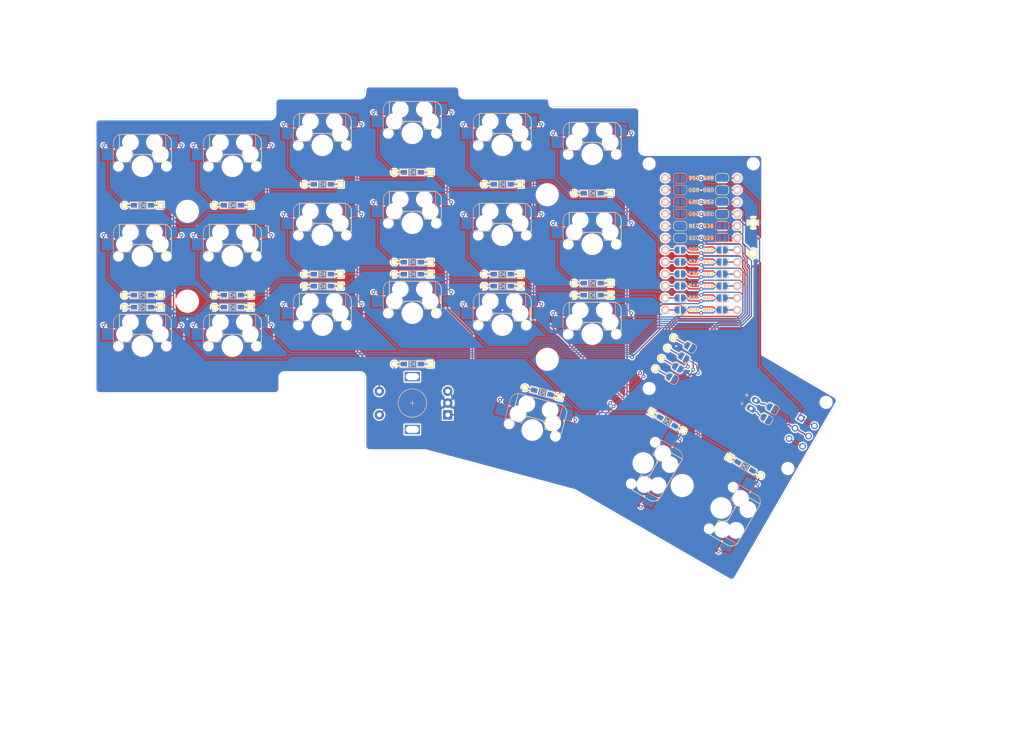
<source format=kicad_pcb>
(kicad_pcb (version 20171130) (host pcbnew "(5.1.9-0-10_14)")
  (layers (0 F.Cu signal) (31 B.Cu signal) (34 B.Paste user hide) (35 F.Paste user hide) (36 B.SilkS user hide) (37 F.SilkS user hide) (38 B.Mask user hide) (39 F.Mask user hide) (44 Edge.Cuts user))
  (net 0 "")
  (net 1 GND)
  (net 2 "Net-(D0-Pad2)")
  (net 3 row0)
  (net 4 "Net-(D1-Pad2)")
  (net 5 "Net-(D2-Pad2)")
  (net 6 "Net-(D3-Pad2)")
  (net 7 "Net-(D4-Pad2)")
  (net 8 "Net-(D5-Pad2)")
  (net 9 "Net-(D10-Pad2)")
  (net 10 row1)
  (net 11 "Net-(D11-Pad2)")
  (net 12 "Net-(D12-Pad2)")
  (net 13 "Net-(D13-Pad2)")
  (net 14 "Net-(D14-Pad2)")
  (net 15 "Net-(D15-Pad2)")
  (net 16 "Net-(D20-Pad2)")
  (net 17 row2)
  (net 18 "Net-(D21-Pad2)")
  (net 19 "Net-(D22-Pad2)")
  (net 20 "Net-(D23-Pad2)")
  (net 21 "Net-(D24-Pad2)")
  (net 22 "Net-(D25-Pad2)")
  (net 23 "Net-(D32-Pad2)")
  (net 24 row3)
  (net 25 "Net-(D33-Pad2)")
  (net 26 "Net-(D34-Pad2)")
  (net 27 "Net-(D35-Pad2)")
  (net 28 BATINX)
  (net 29 BATIN)
  (net 30 col0)
  (net 31 col1)
  (net 32 col2)
  (net 33 col3)
  (net 34 col4)
  (net 35 col5)
  (net 36 rotA)
  (net 37 XBATIN)
  (net 38 rotB)
  (net 39 XGND)
  (net 40 GNDX)
  (net 41 SCL)
  (net 42 SDA)
  (net 43 XVCC)
  (net 44 VCC)
  (net 45 VCCX)
  (net 46 RST)
  (net 47 XRST)
  (net 48 RSTX)
  (net 49 -+)
  (net 50 +-)
  (net 51 +)
  (net 52 SDAGND)
  (net 53 GNDSDA)
  (net 54 VCCSCL)
  (net 55 SCLVCC)
  (net 56 rotAcol0)
  (net 57 col0rotA)
  (net 58 rotBcol1)
  (net 59 col1rotB)
  (net 60 row0col2)
  (net 61 col2row0)
  (net 62 row1col3)
  (net 63 col3row1)
  (net 64 row2col4)
  (net 65 col4row2)
  (net 66 row3col5)
  (net 67 col5row3)
  (net 68 Xscl)
  (net 69 sclX)
  (net 70 Xsda)
  (net 71 sdaX)
  (module kbd:spacer_m2 (layer F.Cu) (at 57.746536 49.946449)
    (fp_text reference H5 hide)
    (fp_text value MountingHole hide)
    (pad "" np_thru_hole circle (at 0 0) (size 4.3 4.3) (drill 4.3) (layers *.Cu *.Mask))
  )
  (module edox:nicenano (layer F.Cu) (at 90.346533 24.24145 270)
    (fp_text reference U0 hide)
    (fp_text value nice_nano hide)
    (fp_text user 113 (at 7.62 1.524 180) (layer B.SilkS) (effects (font (size 0.8 0.8)) (justify mirror)))
    (fp_text user 002 (at 2.54 1.524 180) (layer B.SilkS) (effects (font (size 0.8 0.8)) (justify mirror)))
    (fp_text user 111 (at 10.16 1.524 180) (layer B.SilkS) (effects (font (size 0.8 0.8)) (justify mirror)))
    (fp_text user 009 (at 15.24 1.524 180) (layer B.SilkS) (effects (font (size 0.8 0.8)) (justify mirror)))
    (fp_text user 031 (at -2.54 1.524 180) (layer B.SilkS) (effects (font (size 0.8 0.8)) (justify mirror)))
    (fp_text user 010 (at 12.7 1.524 180) (layer B.SilkS) (effects (font (size 0.8 0.8)) (justify mirror)))
    (fp_text user 029 (at 0 1.524 180) (layer B.SilkS) (effects (font (size 0.8 0.8)) (justify mirror)))
    (fp_text user VCC (at -5.08 1.524 180) (layer B.SilkS) (effects (font (size 0.8 0.8)) (justify mirror)))
    (fp_text user RST (at -7.62 1.524 180) (layer B.SilkS) (effects (font (size 0.8 0.8)) (justify mirror)))
    (fp_text user GND (at -10.16 1.524 180) (layer B.SilkS) (effects (font (size 0.8 0.8)) (justify mirror)))
    (fp_text user RAW (at -12.7 1.524 180) (layer B.SilkS) (effects (font (size 0.8 0.8)) (justify mirror)))
    (fp_text user 115 (at 5.08 1.524 180) (layer B.SilkS) (effects (font (size 0.8 0.8)) (justify mirror)))
    (fp_text user 024 (at 5.08 -1.524 180) (layer B.SilkS) (effects (font (size 0.8 0.8)) (justify mirror)))
    (fp_text user 006 (at -12.7 -1.524 180) (layer B.SilkS) (effects (font (size 0.8 0.8)) (justify mirror)))
    (fp_text user 008 (at -10.16 -1.524 180) (layer B.SilkS) (effects (font (size 0.8 0.8)) (justify mirror)))
    (fp_text user GND (at -7.62 -1.524 180) (layer B.SilkS) (effects (font (size 0.8 0.8)) (justify mirror)))
    (fp_text user GND (at -5.08 -1.524 180) (layer B.SilkS) (effects (font (size 0.8 0.8)) (justify mirror)))
    (fp_text user 020 (at 0 -1.524 180) (layer B.SilkS) (effects (font (size 0.8 0.8)) (justify mirror)))
    (fp_text user 104 (at 12.7 -1.524 180) (layer B.SilkS) (effects (font (size 0.8 0.8)) (justify mirror)))
    (fp_text user 017 (at -2.54 -1.524 180) (layer B.SilkS) (effects (font (size 0.8 0.8)) (justify mirror)))
    (fp_text user 106 (at 15.24 -1.524 180) (layer B.SilkS) (effects (font (size 0.8 0.8)) (justify mirror)))
    (fp_text user 011 (at 10.16 -1.524 180) (layer B.SilkS) (effects (font (size 0.8 0.8)) (justify mirror)))
    (fp_text user 022 (at 2.54 -1.524 180) (layer B.SilkS) (effects (font (size 0.8 0.8)) (justify mirror)))
    (fp_text user 100 (at 7.62 -1.524 180) (layer B.SilkS) (effects (font (size 0.8 0.8)) (justify mirror)))
    (fp_text user 115 (at 5.08 -1.524) (layer F.SilkS) (effects (font (size 0.8 0.8))))
    (fp_text user RAW (at -12.7 -1.524) (layer F.SilkS) (effects (font (size 0.8 0.8))))
    (fp_text user GND (at -10.16 -1.524) (layer F.SilkS) (effects (font (size 0.8 0.8))))
    (fp_text user RST (at -7.62 -1.524) (layer F.SilkS) (effects (font (size 0.8 0.8))))
    (fp_text user VCC (at -5.08 -1.524) (layer F.SilkS) (effects (font (size 0.8 0.8))))
    (fp_text user 029 (at 0 -1.524) (layer F.SilkS) (effects (font (size 0.8 0.8))))
    (fp_text user 010 (at 12.7 -1.524) (layer F.SilkS) (effects (font (size 0.8 0.8))))
    (fp_text user 031 (at -2.54 -1.524) (layer F.SilkS) (effects (font (size 0.8 0.8))))
    (fp_text user 009 (at 15.24 -1.524) (layer F.SilkS) (effects (font (size 0.8 0.8))))
    (fp_text user 111 (at 10.16 -1.524) (layer F.SilkS) (effects (font (size 0.8 0.8))))
    (fp_text user 002 (at 2.54 -1.524) (layer F.SilkS) (effects (font (size 0.8 0.8))))
    (fp_text user 113 (at 7.62 -1.524) (layer F.SilkS) (effects (font (size 0.8 0.8))))
    (fp_text user 024 (at 5.08 1.524) (layer F.SilkS) (effects (font (size 0.8 0.8))))
    (fp_text user 100 (at 7.62 1.524) (layer F.SilkS) (effects (font (size 0.8 0.8))))
    (fp_text user 104 (at 12.7 1.524) (layer F.SilkS) (effects (font (size 0.8 0.8))))
    (fp_text user 106 (at 15.24 1.524) (layer F.SilkS) (effects (font (size 0.8 0.8))))
    (fp_text user 011 (at 10.16 1.524) (layer F.SilkS) (effects (font (size 0.8 0.8))))
    (fp_text user 022 (at 2.54 1.524) (layer F.SilkS) (effects (font (size 0.8 0.8))))
    (fp_text user 017 (at -2.54 1.524) (layer F.SilkS) (effects (font (size 0.8 0.8))))
    (fp_text user 020 (at 0 1.524) (layer F.SilkS) (effects (font (size 0.8 0.8))))
    (fp_text user GND (at -5.08 1.524) (layer F.SilkS) (effects (font (size 0.8 0.8))))
    (fp_text user GND (at -7.62 1.524) (layer F.SilkS) (effects (font (size 0.8 0.8))))
    (fp_text user 008 (at -10.16 1.524) (layer F.SilkS) (effects (font (size 0.8 0.8))))
    (fp_text user 006 (at -12.7 1.524) (layer F.SilkS) (effects (font (size 0.8 0.8))))
    (pad 15 thru_hole circle (at 10.16 -7.62 270) (size 1.7526 1.7526) (drill 1.0922) (layers *.Cu *.SilkS *.Mask) (net 63 col3row1))
    (pad 23 thru_hole circle (at -10.16 -7.62 270) (size 1.7526 1.7526) (drill 1.0922) (layers *.Cu *.SilkS *.Mask) (net 40 GNDX))
    (pad 5 thru_hole circle (at -2.54 7.62 270) (size 1.7526 1.7526) (drill 1.0922) (layers *.Cu *.SilkS *.Mask) (net 71 sdaX))
    (pad 4 thru_hole circle (at -5.08 7.62 270) (size 1.7526 1.7526) (drill 1.0922) (layers *.Cu *.SilkS *.Mask) (net 43 XVCC))
    (pad 18 thru_hole circle (at 2.54 -7.62 270) (size 1.7526 1.7526) (drill 1.0922) (layers *.Cu *.SilkS *.Mask) (net 57 col0rotA))
    (pad 17 thru_hole circle (at 5.08 -7.62 270) (size 1.7526 1.7526) (drill 1.0922) (layers *.Cu *.SilkS *.Mask) (net 59 col1rotB))
    (pad 1 thru_hole circle (at -12.7 7.62 270) (size 1.7526 1.7526) (drill 1.0922) (layers *.Cu *.SilkS *.Mask) (net 37 XBATIN))
    (pad 2 thru_hole circle (at -10.16 7.62 270) (size 1.7526 1.7526) (drill 1.0922) (layers *.Cu *.SilkS *.Mask) (net 39 XGND))
    (pad 10 thru_hole circle (at 10.16 7.62 270) (size 1.7526 1.7526) (drill 1.0922) (layers *.Cu *.SilkS *.Mask) (net 62 row1col3))
    (pad 24 thru_hole circle (at -12.7 -7.62 270) (size 1.7526 1.7526) (drill 1.0922) (layers *.Cu *.SilkS *.Mask) (net 28 BATINX))
    (pad 22 thru_hole circle (at -7.62 -7.62 270) (size 1.7526 1.7526) (drill 1.0922) (layers *.Cu *.SilkS *.Mask) (net 48 RSTX))
    (pad 13 thru_hole circle (at 15.24 -7.62 270) (size 1.7526 1.7526) (drill 1.0922) (layers *.Cu *.SilkS *.Mask) (net 67 col5row3))
    (pad 16 thru_hole circle (at 7.62 -7.62 270) (size 1.7526 1.7526) (drill 1.0922) (layers *.Cu *.SilkS *.Mask) (net 61 col2row0))
    (pad 14 thru_hole circle (at 12.7 -7.62 270) (size 1.7526 1.7526) (drill 1.0922) (layers *.Cu *.SilkS *.Mask) (net 65 col4row2))
    (pad 8 thru_hole circle (at 5.08 7.62 270) (size 1.7526 1.7526) (drill 1.0922) (layers *.Cu *.SilkS *.Mask) (net 58 rotBcol1))
    (pad 3 thru_hole circle (at -7.62 7.62 270) (size 1.7526 1.7526) (drill 1.0922) (layers *.Cu *.SilkS *.Mask) (net 47 XRST))
    (pad 6 thru_hole circle (at 0 7.62 270) (size 1.7526 1.7526) (drill 1.0922) (layers *.Cu *.SilkS *.Mask) (net 69 sclX))
    (pad 20 thru_hole circle (at -2.54 -7.62 270) (size 1.7526 1.7526) (drill 1.0922) (layers *.Cu *.SilkS *.Mask) (net 70 Xsda))
    (pad 21 thru_hole circle (at -5.08 -7.62 270) (size 1.7526 1.7526) (drill 1.0922) (layers *.Cu *.SilkS *.Mask) (net 45 VCCX))
    (pad 7 thru_hole circle (at 2.54 7.62 270) (size 1.7526 1.7526) (drill 1.0922) (layers *.Cu *.SilkS *.Mask) (net 56 rotAcol0))
    (pad 11 thru_hole circle (at 12.7 7.62 270) (size 1.7526 1.7526) (drill 1.0922) (layers *.Cu *.SilkS *.Mask) (net 64 row2col4))
    (pad 9 thru_hole circle (at 7.62 7.62 270) (size 1.7526 1.7526) (drill 1.0922) (layers *.Cu *.SilkS *.Mask) (net 60 row0col2))
    (pad 19 thru_hole circle (at 0 -7.62 270) (size 1.7526 1.7526) (drill 1.0922) (layers *.Cu *.SilkS *.Mask) (net 68 Xscl))
    (pad 12 thru_hole circle (at 15.24 7.62 270) (size 1.7526 1.7526) (drill 1.0922) (layers *.Cu *.SilkS *.Mask) (net 66 row3col5))
  )
  (module kbd:OLED (layer F.Cu) (at 84.495531 45.36045 240)
    (fp_text reference OL1 hide)
    (fp_text value OLED hide)
    (pad 4 thru_hole circle (at 7.62 0 240) (size 1.397 1.397) (drill 0.8128) (layers *.Cu *.Mask F.SilkS) (net 53 GNDSDA))
    (pad 3 thru_hole circle (at 5.08 0 240) (size 1.397 1.397) (drill 0.8128) (layers *.Cu *.Mask F.SilkS) (net 54 VCCSCL))
    (pad 2 thru_hole circle (at 2.54 0 240) (size 1.397 1.397) (drill 0.8128) (layers *.Cu *.Mask F.SilkS) (net 55 SCLVCC))
    (pad 1 thru_hole circle (at 0 0 240) (size 1.397 1.397) (drill 0.8128) (layers *.Cu *.Mask F.SilkS) (net 52 SDAGND))
  )
  (module edox:RotaryEncoder_Alps_EC11E-Switch_Vertical_H20mm (layer F.Cu) (at 29.171534 59.21145 180)
    (fp_text reference SW32 hide)
    (fp_text value Rotary_Encoder_Switch hide)
    (pad A thru_hole rect (at -7.50062 -2.49936 180) (size 2 2) (drill 1) (layers *.Cu *.Mask) (net 36 rotA))
    (pad C thru_hole circle (at -7.50062 0.00064 180) (size 2 2) (drill 1) (layers *.Cu *.Mask) (net 1 GND))
    (pad B thru_hole circle (at -7.50062 2.50064 180) (size 2 2) (drill 1) (layers *.Cu *.Mask) (net 38 rotB))
    (pad MP thru_hole rect (at -0.00062 -5.59936 180) (size 3.2 2) (drill oval 2.8 1.5) (layers *.Cu *.Mask))
    (pad MP thru_hole rect (at -0.00062 5.60064 180) (size 3.2 2) (drill oval 2.8 1.5) (layers *.Cu *.Mask))
    (pad S2 thru_hole circle (at 6.99938 -2.49936 180) (size 2 2) (drill 1) (layers *.Cu *.Mask) (net 23 "Net-(D32-Pad2)"))
    (pad S1 thru_hole circle (at 6.99938 2.50064 180) (size 2 2) (drill 1) (layers *.Cu *.Mask) (net 32 col2))
  )
  (module kbd:ResetSW (layer F.Cu) (at 101.371531 24.241451 90)
    (fp_text reference SWRST1 hide)
    (fp_text value SW_Push hide)
    (pad 2 thru_hole circle (at -3.25 0 90) (size 2 2) (drill 1.3) (layers *.Cu *.Mask F.SilkS) (net 46 RST))
    (pad 1 thru_hole circle (at 3.25 0 90) (size 2 2) (drill 1.3) (layers *.Cu *.Mask F.SilkS) (net 1 GND))
  )
  (module edox:mx_hot_reverse (layer F.Cu) (at 67.271536 44.606447)
    (fp_text reference SW25 hide)
    (fp_text value SW_Push hide)
    (pad "" np_thru_hole circle (at 5.08 0) (size 1.7 1.7) (drill 1.7) (layers *.Cu *.Mask))
    (pad "" np_thru_hole circle (at -5.08 0) (size 1.7 1.7) (drill 1.7) (layers *.Cu *.Mask))
    (pad 2 smd rect (at 7.36 -2.54) (size 2.55 2.5) (layers F.Cu F.Paste F.Mask) (net 35 col5))
    (pad "" np_thru_hole circle (at -2.54 -5.08) (size 2.95 2.95) (drill 2.95) (layers *.Cu *.Mask))
    (pad "" np_thru_hole circle (at 2.54 -5.08) (size 2.95 2.95) (drill 2.95) (layers *.Cu *.Mask))
    (pad 2 smd rect (at 6.09 -5.08) (size 2.55 2.5) (layers B.Cu B.Paste B.Mask) (net 35 col5))
    (pad "" np_thru_hole circle (at -3.81 -2.54) (size 2.95 2.95) (drill 2.95) (layers *.Cu *.Mask))
    (pad "" np_thru_hole circle (at 0 0) (size 3.98018 3.98018) (drill 3.98018) (layers *.Cu *.Mask))
    (pad 1 smd rect (at -6.09 -5.08) (size 2.55 2.5) (layers F.Cu F.Paste F.Mask) (net 22 "Net-(D25-Pad2)"))
    (pad 1 smd rect (at -7.36 -2.54) (size 2.55 2.5) (layers B.Cu B.Paste B.Mask) (net 22 "Net-(D25-Pad2)"))
    (pad "" np_thru_hole circle (at 3.81 -2.54) (size 2.95 2.95) (drill 2.95) (layers *.Cu *.Mask))
  )
  (module edox:SW_CuK_JS202011AQN_DPDT_Angled (layer B.Cu) (at 111.619537 65.420449 240)
    (fp_text reference SWPOW1 hide)
    (fp_text value SW_DPST_x2 hide)
    (pad 1 thru_hole rect (at -2.54 1.65 240) (size 1.4 1.4) (drill 0.9) (layers *.Cu *.Mask) (net 29 BATIN))
    (pad 2 thru_hole circle (at -0.04 1.65 240) (size 1.4 1.4) (drill 0.9) (layers *.Cu *.Mask) (net 51 +))
    (pad 3 thru_hole circle (at 2.46 1.65 240) (size 1.4 1.4) (drill 0.9) (layers *.Cu *.Mask))
    (pad 1 thru_hole circle (at -2.54 -1.65 240) (size 1.4 1.4) (drill 0.9) (layers *.Cu *.Mask) (net 29 BATIN))
    (pad 2 thru_hole circle (at -0.04 -1.65 240) (size 1.4 1.4) (drill 0.9) (layers *.Cu *.Mask) (net 51 +))
    (pad 3 thru_hole circle (at 2.46 -1.65 240) (size 1.4 1.4) (drill 0.9) (layers *.Cu *.Mask))
  )
  (module edox:jst_ph (layer B.Cu) (at 101.404533 59.52245 60)
    (fp_text reference BT1 hide)
    (fp_text value Battery_Cell hide)
    (fp_text user + (at 1.016 -2.286 -120) (layer F.SilkS))
    (fp_text user - (at -1.016 -2.286 -120) (layer F.SilkS))
    (fp_text user - (at 1.016 -2.286 60) (layer B.SilkS) (effects (justify mirror)))
    (fp_text user + (at -1.016 -2.286 60) (layer B.SilkS) (effects (justify mirror)))
    (pad 1 thru_hole roundrect (at -1 0 60) (size 1.2 1.75) (drill 0.75) (layers *.Cu *.Mask) (roundrect_rratio 0.2083325) (net 50 +-))
    (pad 2 thru_hole oval (at 1 0 60) (size 1.2 1.75) (drill 0.75) (layers *.Cu *.Mask) (net 49 -+))
  )
  (module kbd:spacer_m2 (layer F.Cu) (at 86.320536 76.67945 330)
    (fp_text reference H4 hide)
    (fp_text value MountingHole hide)
    (pad "" np_thru_hole circle (at 0 0 330) (size 4.3 4.3) (drill 4.3) (layers *.Cu *.Mask))
  )
  (module kbd:spacer_m2 (layer F.Cu) (at 57.746536 15.076449)
    (fp_text reference H3 hide)
    (fp_text value MountingHole hide)
    (pad "" np_thru_hole circle (at 0 0) (size 4.3 4.3) (drill 4.3) (layers *.Cu *.Mask))
  )
  (module kbd:spacer_m2 (layer F.Cu) (at -18.453464 37.621449)
    (fp_text reference H2 hide)
    (fp_text value MountingHole hide)
    (pad "" np_thru_hole circle (at 0 0) (size 4.3 4.3) (drill 4.3) (layers *.Cu *.Mask))
  )
  (module kbd:spacer_m2 (layer F.Cu) (at -18.453464 18.571449)
    (fp_text reference H1 hide)
    (fp_text value MountingHole hide)
    (pad "" np_thru_hole circle (at 0 0) (size 4.3 4.3) (drill 4.3) (layers *.Cu *.Mask))
  )
  (module MountingHole:MountingHole_2.2mm_M2 (layer F.Cu) (at 116.790536 59.052449)
    (fp_text reference H10 hide)
    (fp_text value MountingHole hide)
    (pad 1 np_thru_hole circle (at 0 0) (size 2.2 2.2) (drill 2.2) (layers *.Cu *.Mask))
  )
  (module MountingHole:MountingHole_2.2mm_M2 (layer F.Cu) (at 108.690536 73.082448)
    (fp_text reference H9 hide)
    (fp_text value MountingHole hide)
    (pad 1 np_thru_hole circle (at 0 0) (size 2.2 2.2) (drill 2.2) (layers *.Cu *.Mask))
  )
  (module MountingHole:MountingHole_2.2mm_M2 (layer F.Cu) (at 79.321537 56.125448)
    (fp_text reference H8 hide)
    (fp_text value MountingHole hide)
    (pad 1 np_thru_hole circle (at 0 0) (size 2.2 2.2) (drill 2.2) (layers *.Cu *.Mask))
  )
  (module MountingHole:MountingHole_2.2mm_M2 (layer F.Cu) (at 101.371535 8.506449)
    (fp_text reference H7 hide)
    (fp_text value MountingHole hide)
    (pad 1 np_thru_hole circle (at 0 0) (size 2.2 2.2) (drill 2.2) (layers *.Cu *.Mask))
  )
  (module MountingHole:MountingHole_2.2mm_M2 (layer F.Cu) (at 79.321536 8.506449)
    (fp_text reference H6 hide)
    (fp_text value MountingHole hide)
    (pad 1 np_thru_hole circle (at 0 0) (size 2.2 2.2) (drill 2.2) (layers *.Cu *.Mask))
  )
  (module Jumper:SolderJumper-2_P1.3mm_Open_RoundedPad1.0x1.5mm (layer F.Cu) (at 94.776533 16.621449)
    (fp_text reference JPRSTF1 hide)
    (fp_text value SolderJumper_2_Open hide)
    (pad 2 smd custom (at 0.65 0) (size 1 0.5) (layers F.Cu F.Mask) (net 48 RSTX) (options (clearance outline) (anchor rect)) (primitives (gr_circle (center 0 0.25) (end 0.5 0.25) (width 0)) (gr_circle (center 0 -0.25) (end 0.5 -0.25) (width 0)) (gr_poly (pts (xy 0 -0.75) (xy -0.5 -0.75) (xy -0.5 0.75) (xy 0 0.75)) (width 0))))
    (pad 1 smd custom (at -0.65 0) (size 1 0.5) (layers F.Cu F.Mask) (net 46 RST) (options (clearance outline) (anchor rect)) (primitives (gr_circle (center 0 0.25) (end 0.5 0.25) (width 0)) (gr_circle (center 0 -0.25) (end 0.5 -0.25) (width 0)) (gr_poly (pts (xy 0 -0.75) (xy 0.5 -0.75) (xy 0.5 0.75) (xy 0 0.75)) (width 0))))
  )
  (module Jumper:SolderJumper-2_P1.3mm_Open_RoundedPad1.0x1.5mm (layer B.Cu) (at 85.901533 16.621449 180)
    (fp_text reference JPRSTB1 hide)
    (fp_text value SolderJumper_2_Open hide)
    (pad 2 smd custom (at 0.65 0 180) (size 1 0.5) (layers B.Cu B.Mask) (net 47 XRST) (options (clearance outline) (anchor rect)) (primitives (gr_circle (center 0 -0.25) (end 0.5 -0.25) (width 0)) (gr_circle (center 0 0.25) (end 0.5 0.25) (width 0)) (gr_poly (pts (xy 0 0.75) (xy -0.5 0.75) (xy -0.5 -0.75) (xy 0 -0.75)) (width 0))))
    (pad 1 smd custom (at -0.65 0 180) (size 1 0.5) (layers B.Cu B.Mask) (net 46 RST) (options (clearance outline) (anchor rect)) (primitives (gr_circle (center 0 -0.25) (end 0.5 -0.25) (width 0)) (gr_circle (center 0 0.25) (end 0.5 0.25) (width 0)) (gr_poly (pts (xy 0 0.75) (xy 0.5 0.75) (xy 0.5 -0.75) (xy 0 -0.75)) (width 0))))
  )
  (module Jumper:SolderJumper-2_P1.3mm_Open_RoundedPad1.0x1.5mm (layer F.Cu) (at 85.3716 51.731303 150)
    (fp_text reference JPOVCCF1 hide)
    (fp_text value SolderJumper_2_Open hide)
    (pad 2 smd custom (at 0.65 0 150) (size 1 0.5) (layers F.Cu F.Mask) (net 54 VCCSCL) (options (clearance outline) (anchor rect)) (primitives (gr_circle (center 0 0.25) (end 0.5 0.25) (width 0)) (gr_circle (center 0 -0.25) (end 0.5 -0.25) (width 0)) (gr_poly (pts (xy 0 -0.75) (xy -0.5 -0.75) (xy -0.5 0.75) (xy 0 0.75)) (width 0))))
    (pad 1 smd custom (at -0.65 0 150) (size 1 0.5) (layers F.Cu F.Mask) (net 44 VCC) (options (clearance outline) (anchor rect)) (primitives (gr_circle (center 0 0.25) (end 0.5 0.25) (width 0)) (gr_circle (center 0 -0.25) (end 0.5 -0.25) (width 0)) (gr_poly (pts (xy 0 -0.75) (xy 0.5 -0.75) (xy 0.5 0.75) (xy 0 0.75)) (width 0))))
  )
  (module Jumper:SolderJumper-2_P1.3mm_Open_RoundedPad1.0x1.5mm (layer B.Cu) (at 86.641604 49.531597 150)
    (fp_text reference JPOVCCB1 hide)
    (fp_text value SolderJumper_2_Open hide)
    (pad 2 smd custom (at 0.65 0 150) (size 1 0.5) (layers B.Cu B.Mask) (net 55 SCLVCC) (options (clearance outline) (anchor rect)) (primitives (gr_circle (center 0 -0.25) (end 0.5 -0.25) (width 0)) (gr_circle (center 0 0.25) (end 0.5 0.25) (width 0)) (gr_poly (pts (xy 0 0.75) (xy -0.5 0.75) (xy -0.5 -0.75) (xy 0 -0.75)) (width 0))))
    (pad 1 smd custom (at -0.65 0 150) (size 1 0.5) (layers B.Cu B.Mask) (net 44 VCC) (options (clearance outline) (anchor rect)) (primitives (gr_circle (center 0 -0.25) (end 0.5 -0.25) (width 0)) (gr_circle (center 0 0.25) (end 0.5 0.25) (width 0)) (gr_poly (pts (xy 0 0.75) (xy 0.5 0.75) (xy 0.5 -0.75) (xy 0 -0.75)) (width 0))))
  )
  (module Jumper:SolderJumper-2_P1.3mm_Open_RoundedPad1.0x1.5mm (layer F.Cu) (at 87.911602 47.331894 150)
    (fp_text reference JPOSDAF1 hide)
    (fp_text value SolderJumper_2_Open hide)
    (pad 2 smd custom (at 0.65 0 150) (size 1 0.5) (layers F.Cu F.Mask) (net 52 SDAGND) (options (clearance outline) (anchor rect)) (primitives (gr_circle (center 0 0.25) (end 0.5 0.25) (width 0)) (gr_circle (center 0 -0.25) (end 0.5 -0.25) (width 0)) (gr_poly (pts (xy 0 -0.75) (xy -0.5 -0.75) (xy -0.5 0.75) (xy 0 0.75)) (width 0))))
    (pad 1 smd custom (at -0.65 0 150) (size 1 0.5) (layers F.Cu F.Mask) (net 42 SDA) (options (clearance outline) (anchor rect)) (primitives (gr_circle (center 0 0.25) (end 0.5 0.25) (width 0)) (gr_circle (center 0 -0.25) (end 0.5 -0.25) (width 0)) (gr_poly (pts (xy 0 -0.75) (xy 0.5 -0.75) (xy 0.5 0.75) (xy 0 0.75)) (width 0))))
  )
  (module Jumper:SolderJumper-2_P1.3mm_Open_RoundedPad1.0x1.5mm (layer B.Cu) (at 84.101601 53.931007 150)
    (fp_text reference JPOSDAB1 hide)
    (fp_text value SolderJumper_2_Open hide)
    (pad 2 smd custom (at 0.65 0 150) (size 1 0.5) (layers B.Cu B.Mask) (net 53 GNDSDA) (options (clearance outline) (anchor rect)) (primitives (gr_circle (center 0 -0.25) (end 0.5 -0.25) (width 0)) (gr_circle (center 0 0.25) (end 0.5 0.25) (width 0)) (gr_poly (pts (xy 0 0.75) (xy -0.5 0.75) (xy -0.5 -0.75) (xy 0 -0.75)) (width 0))))
    (pad 1 smd custom (at -0.65 0 150) (size 1 0.5) (layers B.Cu B.Mask) (net 42 SDA) (options (clearance outline) (anchor rect)) (primitives (gr_circle (center 0 -0.25) (end 0.5 -0.25) (width 0)) (gr_circle (center 0 0.25) (end 0.5 0.25) (width 0)) (gr_poly (pts (xy 0 0.75) (xy 0.5 0.75) (xy 0.5 -0.75) (xy 0 -0.75)) (width 0))))
  )
  (module Jumper:SolderJumper-2_P1.3mm_Open_RoundedPad1.0x1.5mm (layer F.Cu) (at 86.641604 49.531597 150)
    (fp_text reference JPOSCLF1 hide)
    (fp_text value SolderJumper_2_Open hide)
    (pad 2 smd custom (at 0.65 0 150) (size 1 0.5) (layers F.Cu F.Mask) (net 55 SCLVCC) (options (clearance outline) (anchor rect)) (primitives (gr_circle (center 0 0.25) (end 0.5 0.25) (width 0)) (gr_circle (center 0 -0.25) (end 0.5 -0.25) (width 0)) (gr_poly (pts (xy 0 -0.75) (xy -0.5 -0.75) (xy -0.5 0.75) (xy 0 0.75)) (width 0))))
    (pad 1 smd custom (at -0.65 0 150) (size 1 0.5) (layers F.Cu F.Mask) (net 41 SCL) (options (clearance outline) (anchor rect)) (primitives (gr_circle (center 0 0.25) (end 0.5 0.25) (width 0)) (gr_circle (center 0 -0.25) (end 0.5 -0.25) (width 0)) (gr_poly (pts (xy 0 -0.75) (xy 0.5 -0.75) (xy 0.5 0.75) (xy 0 0.75)) (width 0))))
  )
  (module Jumper:SolderJumper-2_P1.3mm_Open_RoundedPad1.0x1.5mm (layer B.Cu) (at 85.3716 51.731303 150)
    (fp_text reference JPOSCLB1 hide)
    (fp_text value SolderJumper_2_Open hide)
    (pad 2 smd custom (at 0.65 0 150) (size 1 0.5) (layers B.Cu B.Mask) (net 54 VCCSCL) (options (clearance outline) (anchor rect)) (primitives (gr_circle (center 0 -0.25) (end 0.5 -0.25) (width 0)) (gr_circle (center 0 0.25) (end 0.5 0.25) (width 0)) (gr_poly (pts (xy 0 0.75) (xy -0.5 0.75) (xy -0.5 -0.75) (xy 0 -0.75)) (width 0))))
    (pad 1 smd custom (at -0.65 0 150) (size 1 0.5) (layers B.Cu B.Mask) (net 41 SCL) (options (clearance outline) (anchor rect)) (primitives (gr_circle (center 0 -0.25) (end 0.5 -0.25) (width 0)) (gr_circle (center 0 0.25) (end 0.5 0.25) (width 0)) (gr_poly (pts (xy 0 0.75) (xy 0.5 0.75) (xy 0.5 -0.75) (xy 0 -0.75)) (width 0))))
  )
  (module Jumper:SolderJumper-2_P1.3mm_Open_RoundedPad1.0x1.5mm (layer F.Cu) (at 84.101601 53.931007 150)
    (fp_text reference JPOGNDF1 hide)
    (fp_text value SolderJumper_2_Open hide)
    (pad 2 smd custom (at 0.65 0 150) (size 1 0.5) (layers F.Cu F.Mask) (net 53 GNDSDA) (options (clearance outline) (anchor rect)) (primitives (gr_circle (center 0 0.25) (end 0.5 0.25) (width 0)) (gr_circle (center 0 -0.25) (end 0.5 -0.25) (width 0)) (gr_poly (pts (xy 0 -0.75) (xy -0.5 -0.75) (xy -0.5 0.75) (xy 0 0.75)) (width 0))))
    (pad 1 smd custom (at -0.65 0 150) (size 1 0.5) (layers F.Cu F.Mask) (net 1 GND) (options (clearance outline) (anchor rect)) (primitives (gr_circle (center 0 0.25) (end 0.5 0.25) (width 0)) (gr_circle (center 0 -0.25) (end 0.5 -0.25) (width 0)) (gr_poly (pts (xy 0 -0.75) (xy 0.5 -0.75) (xy 0.5 0.75) (xy 0 0.75)) (width 0))))
  )
  (module Jumper:SolderJumper-2_P1.3mm_Open_RoundedPad1.0x1.5mm (layer B.Cu) (at 87.911602 47.331894 150)
    (fp_text reference JPOGNDB1 hide)
    (fp_text value SolderJumper_2_Open hide)
    (pad 2 smd custom (at 0.65 0 150) (size 1 0.5) (layers B.Cu B.Mask) (net 52 SDAGND) (options (clearance outline) (anchor rect)) (primitives (gr_circle (center 0 -0.25) (end 0.5 -0.25) (width 0)) (gr_circle (center 0 0.25) (end 0.5 0.25) (width 0)) (gr_poly (pts (xy 0 0.75) (xy -0.5 0.75) (xy -0.5 -0.75) (xy 0 -0.75)) (width 0))))
    (pad 1 smd custom (at -0.65 0 150) (size 1 0.5) (layers B.Cu B.Mask) (net 1 GND) (options (clearance outline) (anchor rect)) (primitives (gr_circle (center 0 -0.25) (end 0.5 -0.25) (width 0)) (gr_circle (center 0 0.25) (end 0.5 0.25) (width 0)) (gr_poly (pts (xy 0 0.75) (xy 0.5 0.75) (xy 0.5 -0.75) (xy 0 -0.75)) (width 0))))
  )
  (module edox:mx_hot_reverse (layer F.Cu) (at 94.569533 81.441448 240)
    (fp_text reference SW35 hide)
    (fp_text value SW_Push hide)
    (pad "" np_thru_hole circle (at 5.08 0 240) (size 1.7 1.7) (drill 1.7) (layers *.Cu *.Mask))
    (pad "" np_thru_hole circle (at -5.08 0 240) (size 1.7 1.7) (drill 1.7) (layers *.Cu *.Mask))
    (pad 2 smd rect (at 7.36 -2.54 240) (size 2.55 2.5) (layers F.Cu F.Paste F.Mask) (net 35 col5))
    (pad "" np_thru_hole circle (at -2.54 -5.08 240) (size 2.95 2.95) (drill 2.95) (layers *.Cu *.Mask))
    (pad "" np_thru_hole circle (at 2.54 -5.08 240) (size 2.95 2.95) (drill 2.95) (layers *.Cu *.Mask))
    (pad 2 smd rect (at 6.09 -5.08 240) (size 2.55 2.5) (layers B.Cu B.Paste B.Mask) (net 35 col5))
    (pad "" np_thru_hole circle (at -3.81 -2.54 240) (size 2.95 2.95) (drill 2.95) (layers *.Cu *.Mask))
    (pad "" np_thru_hole circle (at 0 0 240) (size 3.98018 3.98018) (drill 3.98018) (layers *.Cu *.Mask))
    (pad 1 smd rect (at -6.09 -5.08 240) (size 2.55 2.5) (layers F.Cu F.Paste F.Mask) (net 27 "Net-(D35-Pad2)"))
    (pad 1 smd rect (at -7.36 -2.54 240) (size 2.55 2.5) (layers B.Cu B.Paste B.Mask) (net 27 "Net-(D35-Pad2)"))
    (pad "" np_thru_hole circle (at 3.81 -2.54 240) (size 2.95 2.95) (drill 2.95) (layers *.Cu *.Mask))
  )
  (module edox:mx_hot_reverse (layer F.Cu) (at 78.071535 71.916449 240)
    (fp_text reference SW34 hide)
    (fp_text value SW_Push hide)
    (pad "" np_thru_hole circle (at 5.08 0 240) (size 1.7 1.7) (drill 1.7) (layers *.Cu *.Mask))
    (pad "" np_thru_hole circle (at -5.08 0 240) (size 1.7 1.7) (drill 1.7) (layers *.Cu *.Mask))
    (pad 2 smd rect (at 7.36 -2.54 240) (size 2.55 2.5) (layers F.Cu F.Paste F.Mask) (net 34 col4))
    (pad "" np_thru_hole circle (at -2.54 -5.08 240) (size 2.95 2.95) (drill 2.95) (layers *.Cu *.Mask))
    (pad "" np_thru_hole circle (at 2.54 -5.08 240) (size 2.95 2.95) (drill 2.95) (layers *.Cu *.Mask))
    (pad 2 smd rect (at 6.09 -5.08 240) (size 2.55 2.5) (layers B.Cu B.Paste B.Mask) (net 34 col4))
    (pad "" np_thru_hole circle (at -3.81 -2.54 240) (size 2.95 2.95) (drill 2.95) (layers *.Cu *.Mask))
    (pad "" np_thru_hole circle (at 0 0 240) (size 3.98018 3.98018) (drill 3.98018) (layers *.Cu *.Mask))
    (pad 1 smd rect (at -6.09 -5.08 240) (size 2.55 2.5) (layers F.Cu F.Paste F.Mask) (net 26 "Net-(D34-Pad2)"))
    (pad 1 smd rect (at -7.36 -2.54 240) (size 2.55 2.5) (layers B.Cu B.Paste B.Mask) (net 26 "Net-(D34-Pad2)"))
    (pad "" np_thru_hole circle (at 3.81 -2.54 240) (size 2.95 2.95) (drill 2.95) (layers *.Cu *.Mask))
  )
  (module edox:mx_hot_reverse (layer F.Cu) (at 54.571531 64.926445 345)
    (fp_text reference SW33 hide)
    (fp_text value SW_Push hide)
    (pad "" np_thru_hole circle (at 5.08 0 345) (size 1.7 1.7) (drill 1.7) (layers *.Cu *.Mask))
    (pad "" np_thru_hole circle (at -5.08 0 345) (size 1.7 1.7) (drill 1.7) (layers *.Cu *.Mask))
    (pad 2 smd rect (at 7.36 -2.54 345) (size 2.55 2.5) (layers F.Cu F.Paste F.Mask) (net 33 col3))
    (pad "" np_thru_hole circle (at -2.54 -5.08 345) (size 2.95 2.95) (drill 2.95) (layers *.Cu *.Mask))
    (pad "" np_thru_hole circle (at 2.54 -5.08 345) (size 2.95 2.95) (drill 2.95) (layers *.Cu *.Mask))
    (pad 2 smd rect (at 6.09 -5.08 345) (size 2.55 2.5) (layers B.Cu B.Paste B.Mask) (net 33 col3))
    (pad "" np_thru_hole circle (at -3.81 -2.54 345) (size 2.95 2.95) (drill 2.95) (layers *.Cu *.Mask))
    (pad "" np_thru_hole circle (at 0 0 345) (size 3.98018 3.98018) (drill 3.98018) (layers *.Cu *.Mask))
    (pad 1 smd rect (at -6.09 -5.08 345) (size 2.55 2.5) (layers F.Cu F.Paste F.Mask) (net 25 "Net-(D33-Pad2)"))
    (pad 1 smd rect (at -7.36 -2.54 345) (size 2.55 2.5) (layers B.Cu B.Paste B.Mask) (net 25 "Net-(D33-Pad2)"))
    (pad "" np_thru_hole circle (at 3.81 -2.54 345) (size 2.95 2.95) (drill 2.95) (layers *.Cu *.Mask))
  )
  (module edox:mx_hot_reverse (layer F.Cu) (at 48.221532 42.701449)
    (fp_text reference SW24 hide)
    (fp_text value SW_Push hide)
    (pad "" np_thru_hole circle (at 5.08 0) (size 1.7 1.7) (drill 1.7) (layers *.Cu *.Mask))
    (pad "" np_thru_hole circle (at -5.08 0) (size 1.7 1.7) (drill 1.7) (layers *.Cu *.Mask))
    (pad 2 smd rect (at 7.36 -2.54) (size 2.55 2.5) (layers F.Cu F.Paste F.Mask) (net 34 col4))
    (pad "" np_thru_hole circle (at -2.54 -5.08) (size 2.95 2.95) (drill 2.95) (layers *.Cu *.Mask))
    (pad "" np_thru_hole circle (at 2.54 -5.08) (size 2.95 2.95) (drill 2.95) (layers *.Cu *.Mask))
    (pad 2 smd rect (at 6.09 -5.08) (size 2.55 2.5) (layers B.Cu B.Paste B.Mask) (net 34 col4))
    (pad "" np_thru_hole circle (at -3.81 -2.54) (size 2.95 2.95) (drill 2.95) (layers *.Cu *.Mask))
    (pad "" np_thru_hole circle (at 0 0) (size 3.98018 3.98018) (drill 3.98018) (layers *.Cu *.Mask))
    (pad 1 smd rect (at -6.09 -5.08) (size 2.55 2.5) (layers F.Cu F.Paste F.Mask) (net 21 "Net-(D24-Pad2)"))
    (pad 1 smd rect (at -7.36 -2.54) (size 2.55 2.5) (layers B.Cu B.Paste B.Mask) (net 21 "Net-(D24-Pad2)"))
    (pad "" np_thru_hole circle (at 3.81 -2.54) (size 2.95 2.95) (drill 2.95) (layers *.Cu *.Mask))
  )
  (module edox:mx_hot_reverse (layer F.Cu) (at 29.171535 40.161449)
    (fp_text reference SW23 hide)
    (fp_text value SW_Push hide)
    (pad "" np_thru_hole circle (at 5.08 0) (size 1.7 1.7) (drill 1.7) (layers *.Cu *.Mask))
    (pad "" np_thru_hole circle (at -5.08 0) (size 1.7 1.7) (drill 1.7) (layers *.Cu *.Mask))
    (pad 2 smd rect (at 7.36 -2.54) (size 2.55 2.5) (layers F.Cu F.Paste F.Mask) (net 33 col3))
    (pad "" np_thru_hole circle (at -2.54 -5.08) (size 2.95 2.95) (drill 2.95) (layers *.Cu *.Mask))
    (pad "" np_thru_hole circle (at 2.54 -5.08) (size 2.95 2.95) (drill 2.95) (layers *.Cu *.Mask))
    (pad 2 smd rect (at 6.09 -5.08) (size 2.55 2.5) (layers B.Cu B.Paste B.Mask) (net 33 col3))
    (pad "" np_thru_hole circle (at -3.81 -2.54) (size 2.95 2.95) (drill 2.95) (layers *.Cu *.Mask))
    (pad "" np_thru_hole circle (at 0 0) (size 3.98018 3.98018) (drill 3.98018) (layers *.Cu *.Mask))
    (pad 1 smd rect (at -6.09 -5.08) (size 2.55 2.5) (layers F.Cu F.Paste F.Mask) (net 20 "Net-(D23-Pad2)"))
    (pad 1 smd rect (at -7.36 -2.54) (size 2.55 2.5) (layers B.Cu B.Paste B.Mask) (net 20 "Net-(D23-Pad2)"))
    (pad "" np_thru_hole circle (at 3.81 -2.54) (size 2.95 2.95) (drill 2.95) (layers *.Cu *.Mask))
  )
  (module edox:mx_hot_reverse (layer F.Cu) (at 10.121532 42.701449)
    (fp_text reference SW22 hide)
    (fp_text value SW_Push hide)
    (pad "" np_thru_hole circle (at 5.08 0) (size 1.7 1.7) (drill 1.7) (layers *.Cu *.Mask))
    (pad "" np_thru_hole circle (at -5.08 0) (size 1.7 1.7) (drill 1.7) (layers *.Cu *.Mask))
    (pad 2 smd rect (at 7.36 -2.54) (size 2.55 2.5) (layers F.Cu F.Paste F.Mask) (net 32 col2))
    (pad "" np_thru_hole circle (at -2.54 -5.08) (size 2.95 2.95) (drill 2.95) (layers *.Cu *.Mask))
    (pad "" np_thru_hole circle (at 2.54 -5.08) (size 2.95 2.95) (drill 2.95) (layers *.Cu *.Mask))
    (pad 2 smd rect (at 6.09 -5.08) (size 2.55 2.5) (layers B.Cu B.Paste B.Mask) (net 32 col2))
    (pad "" np_thru_hole circle (at -3.81 -2.54) (size 2.95 2.95) (drill 2.95) (layers *.Cu *.Mask))
    (pad "" np_thru_hole circle (at 0 0) (size 3.98018 3.98018) (drill 3.98018) (layers *.Cu *.Mask))
    (pad 1 smd rect (at -6.09 -5.08) (size 2.55 2.5) (layers F.Cu F.Paste F.Mask) (net 19 "Net-(D22-Pad2)"))
    (pad 1 smd rect (at -7.36 -2.54) (size 2.55 2.5) (layers B.Cu B.Paste B.Mask) (net 19 "Net-(D22-Pad2)"))
    (pad "" np_thru_hole circle (at 3.81 -2.54) (size 2.95 2.95) (drill 2.95) (layers *.Cu *.Mask))
  )
  (module edox:mx_hot_reverse (layer F.Cu) (at -8.928468 47.146449)
    (fp_text reference SW21 hide)
    (fp_text value SW_Push hide)
    (pad "" np_thru_hole circle (at 5.08 0) (size 1.7 1.7) (drill 1.7) (layers *.Cu *.Mask))
    (pad "" np_thru_hole circle (at -5.08 0) (size 1.7 1.7) (drill 1.7) (layers *.Cu *.Mask))
    (pad 2 smd rect (at 7.36 -2.54) (size 2.55 2.5) (layers F.Cu F.Paste F.Mask) (net 31 col1))
    (pad "" np_thru_hole circle (at -2.54 -5.08) (size 2.95 2.95) (drill 2.95) (layers *.Cu *.Mask))
    (pad "" np_thru_hole circle (at 2.54 -5.08) (size 2.95 2.95) (drill 2.95) (layers *.Cu *.Mask))
    (pad 2 smd rect (at 6.09 -5.08) (size 2.55 2.5) (layers B.Cu B.Paste B.Mask) (net 31 col1))
    (pad "" np_thru_hole circle (at -3.81 -2.54) (size 2.95 2.95) (drill 2.95) (layers *.Cu *.Mask))
    (pad "" np_thru_hole circle (at 0 0) (size 3.98018 3.98018) (drill 3.98018) (layers *.Cu *.Mask))
    (pad 1 smd rect (at -6.09 -5.08) (size 2.55 2.5) (layers F.Cu F.Paste F.Mask) (net 18 "Net-(D21-Pad2)"))
    (pad 1 smd rect (at -7.36 -2.54) (size 2.55 2.5) (layers B.Cu B.Paste B.Mask) (net 18 "Net-(D21-Pad2)"))
    (pad "" np_thru_hole circle (at 3.81 -2.54) (size 2.95 2.95) (drill 2.95) (layers *.Cu *.Mask))
  )
  (module edox:mx_hot_reverse (layer F.Cu) (at -27.978468 47.146449)
    (fp_text reference SW20 hide)
    (fp_text value SW_Push hide)
    (pad "" np_thru_hole circle (at 5.08 0) (size 1.7 1.7) (drill 1.7) (layers *.Cu *.Mask))
    (pad "" np_thru_hole circle (at -5.08 0) (size 1.7 1.7) (drill 1.7) (layers *.Cu *.Mask))
    (pad 2 smd rect (at 7.36 -2.54) (size 2.55 2.5) (layers F.Cu F.Paste F.Mask) (net 30 col0))
    (pad "" np_thru_hole circle (at -2.54 -5.08) (size 2.95 2.95) (drill 2.95) (layers *.Cu *.Mask))
    (pad "" np_thru_hole circle (at 2.54 -5.08) (size 2.95 2.95) (drill 2.95) (layers *.Cu *.Mask))
    (pad 2 smd rect (at 6.09 -5.08) (size 2.55 2.5) (layers B.Cu B.Paste B.Mask) (net 30 col0))
    (pad "" np_thru_hole circle (at -3.81 -2.54) (size 2.95 2.95) (drill 2.95) (layers *.Cu *.Mask))
    (pad "" np_thru_hole circle (at 0 0) (size 3.98018 3.98018) (drill 3.98018) (layers *.Cu *.Mask))
    (pad 1 smd rect (at -6.09 -5.08) (size 2.55 2.5) (layers F.Cu F.Paste F.Mask) (net 16 "Net-(D20-Pad2)"))
    (pad 1 smd rect (at -7.36 -2.54) (size 2.55 2.5) (layers B.Cu B.Paste B.Mask) (net 16 "Net-(D20-Pad2)"))
    (pad "" np_thru_hole circle (at 3.81 -2.54) (size 2.95 2.95) (drill 2.95) (layers *.Cu *.Mask))
  )
  (module edox:mx_hot_reverse (layer F.Cu) (at 67.271534 25.556446)
    (fp_text reference SW15 hide)
    (fp_text value SW_Push hide)
    (pad "" np_thru_hole circle (at 5.08 0) (size 1.7 1.7) (drill 1.7) (layers *.Cu *.Mask))
    (pad "" np_thru_hole circle (at -5.08 0) (size 1.7 1.7) (drill 1.7) (layers *.Cu *.Mask))
    (pad 2 smd rect (at 7.36 -2.54) (size 2.55 2.5) (layers F.Cu F.Paste F.Mask) (net 35 col5))
    (pad "" np_thru_hole circle (at -2.54 -5.08) (size 2.95 2.95) (drill 2.95) (layers *.Cu *.Mask))
    (pad "" np_thru_hole circle (at 2.54 -5.08) (size 2.95 2.95) (drill 2.95) (layers *.Cu *.Mask))
    (pad 2 smd rect (at 6.09 -5.08) (size 2.55 2.5) (layers B.Cu B.Paste B.Mask) (net 35 col5))
    (pad "" np_thru_hole circle (at -3.81 -2.54) (size 2.95 2.95) (drill 2.95) (layers *.Cu *.Mask))
    (pad "" np_thru_hole circle (at 0 0) (size 3.98018 3.98018) (drill 3.98018) (layers *.Cu *.Mask))
    (pad 1 smd rect (at -6.09 -5.08) (size 2.55 2.5) (layers F.Cu F.Paste F.Mask) (net 15 "Net-(D15-Pad2)"))
    (pad 1 smd rect (at -7.36 -2.54) (size 2.55 2.5) (layers B.Cu B.Paste B.Mask) (net 15 "Net-(D15-Pad2)"))
    (pad "" np_thru_hole circle (at 3.81 -2.54) (size 2.95 2.95) (drill 2.95) (layers *.Cu *.Mask))
  )
  (module edox:mx_hot_reverse (layer F.Cu) (at 48.221532 23.651449)
    (fp_text reference SW14 hide)
    (fp_text value SW_Push hide)
    (pad "" np_thru_hole circle (at 5.08 0) (size 1.7 1.7) (drill 1.7) (layers *.Cu *.Mask))
    (pad "" np_thru_hole circle (at -5.08 0) (size 1.7 1.7) (drill 1.7) (layers *.Cu *.Mask))
    (pad 2 smd rect (at 7.36 -2.54) (size 2.55 2.5) (layers F.Cu F.Paste F.Mask) (net 34 col4))
    (pad "" np_thru_hole circle (at -2.54 -5.08) (size 2.95 2.95) (drill 2.95) (layers *.Cu *.Mask))
    (pad "" np_thru_hole circle (at 2.54 -5.08) (size 2.95 2.95) (drill 2.95) (layers *.Cu *.Mask))
    (pad 2 smd rect (at 6.09 -5.08) (size 2.55 2.5) (layers B.Cu B.Paste B.Mask) (net 34 col4))
    (pad "" np_thru_hole circle (at -3.81 -2.54) (size 2.95 2.95) (drill 2.95) (layers *.Cu *.Mask))
    (pad "" np_thru_hole circle (at 0 0) (size 3.98018 3.98018) (drill 3.98018) (layers *.Cu *.Mask))
    (pad 1 smd rect (at -6.09 -5.08) (size 2.55 2.5) (layers F.Cu F.Paste F.Mask) (net 14 "Net-(D14-Pad2)"))
    (pad 1 smd rect (at -7.36 -2.54) (size 2.55 2.5) (layers B.Cu B.Paste B.Mask) (net 14 "Net-(D14-Pad2)"))
    (pad "" np_thru_hole circle (at 3.81 -2.54) (size 2.95 2.95) (drill 2.95) (layers *.Cu *.Mask))
  )
  (module edox:mx_hot_reverse (layer F.Cu) (at 29.171535 21.111449)
    (fp_text reference SW13 hide)
    (fp_text value SW_Push hide)
    (pad "" np_thru_hole circle (at 5.08 0) (size 1.7 1.7) (drill 1.7) (layers *.Cu *.Mask))
    (pad "" np_thru_hole circle (at -5.08 0) (size 1.7 1.7) (drill 1.7) (layers *.Cu *.Mask))
    (pad 2 smd rect (at 7.36 -2.54) (size 2.55 2.5) (layers F.Cu F.Paste F.Mask) (net 33 col3))
    (pad "" np_thru_hole circle (at -2.54 -5.08) (size 2.95 2.95) (drill 2.95) (layers *.Cu *.Mask))
    (pad "" np_thru_hole circle (at 2.54 -5.08) (size 2.95 2.95) (drill 2.95) (layers *.Cu *.Mask))
    (pad 2 smd rect (at 6.09 -5.08) (size 2.55 2.5) (layers B.Cu B.Paste B.Mask) (net 33 col3))
    (pad "" np_thru_hole circle (at -3.81 -2.54) (size 2.95 2.95) (drill 2.95) (layers *.Cu *.Mask))
    (pad "" np_thru_hole circle (at 0 0) (size 3.98018 3.98018) (drill 3.98018) (layers *.Cu *.Mask))
    (pad 1 smd rect (at -6.09 -5.08) (size 2.55 2.5) (layers F.Cu F.Paste F.Mask) (net 13 "Net-(D13-Pad2)"))
    (pad 1 smd rect (at -7.36 -2.54) (size 2.55 2.5) (layers B.Cu B.Paste B.Mask) (net 13 "Net-(D13-Pad2)"))
    (pad "" np_thru_hole circle (at 3.81 -2.54) (size 2.95 2.95) (drill 2.95) (layers *.Cu *.Mask))
  )
  (module edox:mx_hot_reverse (layer F.Cu) (at 10.121535 23.65145)
    (fp_text reference SW12 hide)
    (fp_text value SW_Push hide)
    (pad "" np_thru_hole circle (at 5.08 0) (size 1.7 1.7) (drill 1.7) (layers *.Cu *.Mask))
    (pad "" np_thru_hole circle (at -5.08 0) (size 1.7 1.7) (drill 1.7) (layers *.Cu *.Mask))
    (pad 2 smd rect (at 7.36 -2.54) (size 2.55 2.5) (layers F.Cu F.Paste F.Mask) (net 32 col2))
    (pad "" np_thru_hole circle (at -2.54 -5.08) (size 2.95 2.95) (drill 2.95) (layers *.Cu *.Mask))
    (pad "" np_thru_hole circle (at 2.54 -5.08) (size 2.95 2.95) (drill 2.95) (layers *.Cu *.Mask))
    (pad 2 smd rect (at 6.09 -5.08) (size 2.55 2.5) (layers B.Cu B.Paste B.Mask) (net 32 col2))
    (pad "" np_thru_hole circle (at -3.81 -2.54) (size 2.95 2.95) (drill 2.95) (layers *.Cu *.Mask))
    (pad "" np_thru_hole circle (at 0 0) (size 3.98018 3.98018) (drill 3.98018) (layers *.Cu *.Mask))
    (pad 1 smd rect (at -6.09 -5.08) (size 2.55 2.5) (layers F.Cu F.Paste F.Mask) (net 12 "Net-(D12-Pad2)"))
    (pad 1 smd rect (at -7.36 -2.54) (size 2.55 2.5) (layers B.Cu B.Paste B.Mask) (net 12 "Net-(D12-Pad2)"))
    (pad "" np_thru_hole circle (at 3.81 -2.54) (size 2.95 2.95) (drill 2.95) (layers *.Cu *.Mask))
  )
  (module edox:mx_hot_reverse (layer F.Cu) (at -8.928469 28.096449)
    (fp_text reference SW11 hide)
    (fp_text value SW_Push hide)
    (pad "" np_thru_hole circle (at 5.08 0) (size 1.7 1.7) (drill 1.7) (layers *.Cu *.Mask))
    (pad "" np_thru_hole circle (at -5.08 0) (size 1.7 1.7) (drill 1.7) (layers *.Cu *.Mask))
    (pad 2 smd rect (at 7.36 -2.54) (size 2.55 2.5) (layers F.Cu F.Paste F.Mask) (net 31 col1))
    (pad "" np_thru_hole circle (at -2.54 -5.08) (size 2.95 2.95) (drill 2.95) (layers *.Cu *.Mask))
    (pad "" np_thru_hole circle (at 2.54 -5.08) (size 2.95 2.95) (drill 2.95) (layers *.Cu *.Mask))
    (pad 2 smd rect (at 6.09 -5.08) (size 2.55 2.5) (layers B.Cu B.Paste B.Mask) (net 31 col1))
    (pad "" np_thru_hole circle (at -3.81 -2.54) (size 2.95 2.95) (drill 2.95) (layers *.Cu *.Mask))
    (pad "" np_thru_hole circle (at 0 0) (size 3.98018 3.98018) (drill 3.98018) (layers *.Cu *.Mask))
    (pad 1 smd rect (at -6.09 -5.08) (size 2.55 2.5) (layers F.Cu F.Paste F.Mask) (net 11 "Net-(D11-Pad2)"))
    (pad 1 smd rect (at -7.36 -2.54) (size 2.55 2.5) (layers B.Cu B.Paste B.Mask) (net 11 "Net-(D11-Pad2)"))
    (pad "" np_thru_hole circle (at 3.81 -2.54) (size 2.95 2.95) (drill 2.95) (layers *.Cu *.Mask))
  )
  (module edox:mx_hot_reverse (layer F.Cu) (at -27.978468 28.096449)
    (fp_text reference SW10 hide)
    (fp_text value SW_Push hide)
    (pad "" np_thru_hole circle (at 5.08 0) (size 1.7 1.7) (drill 1.7) (layers *.Cu *.Mask))
    (pad "" np_thru_hole circle (at -5.08 0) (size 1.7 1.7) (drill 1.7) (layers *.Cu *.Mask))
    (pad 2 smd rect (at 7.36 -2.54) (size 2.55 2.5) (layers F.Cu F.Paste F.Mask) (net 30 col0))
    (pad "" np_thru_hole circle (at -2.54 -5.08) (size 2.95 2.95) (drill 2.95) (layers *.Cu *.Mask))
    (pad "" np_thru_hole circle (at 2.54 -5.08) (size 2.95 2.95) (drill 2.95) (layers *.Cu *.Mask))
    (pad 2 smd rect (at 6.09 -5.08) (size 2.55 2.5) (layers B.Cu B.Paste B.Mask) (net 30 col0))
    (pad "" np_thru_hole circle (at -3.81 -2.54) (size 2.95 2.95) (drill 2.95) (layers *.Cu *.Mask))
    (pad "" np_thru_hole circle (at 0 0) (size 3.98018 3.98018) (drill 3.98018) (layers *.Cu *.Mask))
    (pad 1 smd rect (at -6.09 -5.08) (size 2.55 2.5) (layers F.Cu F.Paste F.Mask) (net 9 "Net-(D10-Pad2)"))
    (pad 1 smd rect (at -7.36 -2.54) (size 2.55 2.5) (layers B.Cu B.Paste B.Mask) (net 9 "Net-(D10-Pad2)"))
    (pad "" np_thru_hole circle (at 3.81 -2.54) (size 2.95 2.95) (drill 2.95) (layers *.Cu *.Mask))
  )
  (module edox:mx_hot_reverse (layer F.Cu) (at 67.271531 6.506449)
    (fp_text reference SW5 hide)
    (fp_text value SW_Push hide)
    (pad "" np_thru_hole circle (at 5.08 0) (size 1.7 1.7) (drill 1.7) (layers *.Cu *.Mask))
    (pad "" np_thru_hole circle (at -5.08 0) (size 1.7 1.7) (drill 1.7) (layers *.Cu *.Mask))
    (pad 2 smd rect (at 7.36 -2.54) (size 2.55 2.5) (layers F.Cu F.Paste F.Mask) (net 35 col5))
    (pad "" np_thru_hole circle (at -2.54 -5.08) (size 2.95 2.95) (drill 2.95) (layers *.Cu *.Mask))
    (pad "" np_thru_hole circle (at 2.54 -5.08) (size 2.95 2.95) (drill 2.95) (layers *.Cu *.Mask))
    (pad 2 smd rect (at 6.09 -5.08) (size 2.55 2.5) (layers B.Cu B.Paste B.Mask) (net 35 col5))
    (pad "" np_thru_hole circle (at -3.81 -2.54) (size 2.95 2.95) (drill 2.95) (layers *.Cu *.Mask))
    (pad "" np_thru_hole circle (at 0 0) (size 3.98018 3.98018) (drill 3.98018) (layers *.Cu *.Mask))
    (pad 1 smd rect (at -6.09 -5.08) (size 2.55 2.5) (layers F.Cu F.Paste F.Mask) (net 8 "Net-(D5-Pad2)"))
    (pad 1 smd rect (at -7.36 -2.54) (size 2.55 2.5) (layers B.Cu B.Paste B.Mask) (net 8 "Net-(D5-Pad2)"))
    (pad "" np_thru_hole circle (at 3.81 -2.54) (size 2.95 2.95) (drill 2.95) (layers *.Cu *.Mask))
  )
  (module edox:mx_hot_reverse (layer F.Cu) (at 48.221532 4.601451)
    (fp_text reference SW4 hide)
    (fp_text value SW_Push hide)
    (pad "" np_thru_hole circle (at 5.08 0) (size 1.7 1.7) (drill 1.7) (layers *.Cu *.Mask))
    (pad "" np_thru_hole circle (at -5.08 0) (size 1.7 1.7) (drill 1.7) (layers *.Cu *.Mask))
    (pad 2 smd rect (at 7.36 -2.54) (size 2.55 2.5) (layers F.Cu F.Paste F.Mask) (net 34 col4))
    (pad "" np_thru_hole circle (at -2.54 -5.08) (size 2.95 2.95) (drill 2.95) (layers *.Cu *.Mask))
    (pad "" np_thru_hole circle (at 2.54 -5.08) (size 2.95 2.95) (drill 2.95) (layers *.Cu *.Mask))
    (pad 2 smd rect (at 6.09 -5.08) (size 2.55 2.5) (layers B.Cu B.Paste B.Mask) (net 34 col4))
    (pad "" np_thru_hole circle (at -3.81 -2.54) (size 2.95 2.95) (drill 2.95) (layers *.Cu *.Mask))
    (pad "" np_thru_hole circle (at 0 0) (size 3.98018 3.98018) (drill 3.98018) (layers *.Cu *.Mask))
    (pad 1 smd rect (at -6.09 -5.08) (size 2.55 2.5) (layers F.Cu F.Paste F.Mask) (net 7 "Net-(D4-Pad2)"))
    (pad 1 smd rect (at -7.36 -2.54) (size 2.55 2.5) (layers B.Cu B.Paste B.Mask) (net 7 "Net-(D4-Pad2)"))
    (pad "" np_thru_hole circle (at 3.81 -2.54) (size 2.95 2.95) (drill 2.95) (layers *.Cu *.Mask))
  )
  (module edox:mx_hot_reverse (layer F.Cu) (at 29.171534 2.06145)
    (fp_text reference SW3 hide)
    (fp_text value SW_Push hide)
    (pad "" np_thru_hole circle (at 5.08 0) (size 1.7 1.7) (drill 1.7) (layers *.Cu *.Mask))
    (pad "" np_thru_hole circle (at -5.08 0) (size 1.7 1.7) (drill 1.7) (layers *.Cu *.Mask))
    (pad 2 smd rect (at 7.36 -2.54) (size 2.55 2.5) (layers F.Cu F.Paste F.Mask) (net 33 col3))
    (pad "" np_thru_hole circle (at -2.54 -5.08) (size 2.95 2.95) (drill 2.95) (layers *.Cu *.Mask))
    (pad "" np_thru_hole circle (at 2.54 -5.08) (size 2.95 2.95) (drill 2.95) (layers *.Cu *.Mask))
    (pad 2 smd rect (at 6.09 -5.08) (size 2.55 2.5) (layers B.Cu B.Paste B.Mask) (net 33 col3))
    (pad "" np_thru_hole circle (at -3.81 -2.54) (size 2.95 2.95) (drill 2.95) (layers *.Cu *.Mask))
    (pad "" np_thru_hole circle (at 0 0) (size 3.98018 3.98018) (drill 3.98018) (layers *.Cu *.Mask))
    (pad 1 smd rect (at -6.09 -5.08) (size 2.55 2.5) (layers F.Cu F.Paste F.Mask) (net 6 "Net-(D3-Pad2)"))
    (pad 1 smd rect (at -7.36 -2.54) (size 2.55 2.5) (layers B.Cu B.Paste B.Mask) (net 6 "Net-(D3-Pad2)"))
    (pad "" np_thru_hole circle (at 3.81 -2.54) (size 2.95 2.95) (drill 2.95) (layers *.Cu *.Mask))
  )
  (module edox:mx_hot_reverse (layer F.Cu) (at 10.121536 4.60145)
    (fp_text reference SW2 hide)
    (fp_text value SW_Push hide)
    (pad "" np_thru_hole circle (at 5.08 0) (size 1.7 1.7) (drill 1.7) (layers *.Cu *.Mask))
    (pad "" np_thru_hole circle (at -5.08 0) (size 1.7 1.7) (drill 1.7) (layers *.Cu *.Mask))
    (pad 2 smd rect (at 7.36 -2.54) (size 2.55 2.5) (layers F.Cu F.Paste F.Mask) (net 32 col2))
    (pad "" np_thru_hole circle (at -2.54 -5.08) (size 2.95 2.95) (drill 2.95) (layers *.Cu *.Mask))
    (pad "" np_thru_hole circle (at 2.54 -5.08) (size 2.95 2.95) (drill 2.95) (layers *.Cu *.Mask))
    (pad 2 smd rect (at 6.09 -5.08) (size 2.55 2.5) (layers B.Cu B.Paste B.Mask) (net 32 col2))
    (pad "" np_thru_hole circle (at -3.81 -2.54) (size 2.95 2.95) (drill 2.95) (layers *.Cu *.Mask))
    (pad "" np_thru_hole circle (at 0 0) (size 3.98018 3.98018) (drill 3.98018) (layers *.Cu *.Mask))
    (pad 1 smd rect (at -6.09 -5.08) (size 2.55 2.5) (layers F.Cu F.Paste F.Mask) (net 5 "Net-(D2-Pad2)"))
    (pad 1 smd rect (at -7.36 -2.54) (size 2.55 2.5) (layers B.Cu B.Paste B.Mask) (net 5 "Net-(D2-Pad2)"))
    (pad "" np_thru_hole circle (at 3.81 -2.54) (size 2.95 2.95) (drill 2.95) (layers *.Cu *.Mask))
  )
  (module edox:mx_hot_reverse (layer F.Cu) (at -8.928469 9.046451)
    (fp_text reference SW1 hide)
    (fp_text value SW_Push hide)
    (pad "" np_thru_hole circle (at 5.08 0) (size 1.7 1.7) (drill 1.7) (layers *.Cu *.Mask))
    (pad "" np_thru_hole circle (at -5.08 0) (size 1.7 1.7) (drill 1.7) (layers *.Cu *.Mask))
    (pad 2 smd rect (at 7.36 -2.54) (size 2.55 2.5) (layers F.Cu F.Paste F.Mask) (net 31 col1))
    (pad "" np_thru_hole circle (at -2.54 -5.08) (size 2.95 2.95) (drill 2.95) (layers *.Cu *.Mask))
    (pad "" np_thru_hole circle (at 2.54 -5.08) (size 2.95 2.95) (drill 2.95) (layers *.Cu *.Mask))
    (pad 2 smd rect (at 6.09 -5.08) (size 2.55 2.5) (layers B.Cu B.Paste B.Mask) (net 31 col1))
    (pad "" np_thru_hole circle (at -3.81 -2.54) (size 2.95 2.95) (drill 2.95) (layers *.Cu *.Mask))
    (pad "" np_thru_hole circle (at 0 0) (size 3.98018 3.98018) (drill 3.98018) (layers *.Cu *.Mask))
    (pad 1 smd rect (at -6.09 -5.08) (size 2.55 2.5) (layers F.Cu F.Paste F.Mask) (net 4 "Net-(D1-Pad2)"))
    (pad 1 smd rect (at -7.36 -2.54) (size 2.55 2.5) (layers B.Cu B.Paste B.Mask) (net 4 "Net-(D1-Pad2)"))
    (pad "" np_thru_hole circle (at 3.81 -2.54) (size 2.95 2.95) (drill 2.95) (layers *.Cu *.Mask))
  )
  (module edox:mx_hot_reverse (layer F.Cu) (at -27.978464 9.046449)
    (fp_text reference SW0 hide)
    (fp_text value SW_Push hide)
    (pad "" np_thru_hole circle (at 5.08 0) (size 1.7 1.7) (drill 1.7) (layers *.Cu *.Mask))
    (pad "" np_thru_hole circle (at -5.08 0) (size 1.7 1.7) (drill 1.7) (layers *.Cu *.Mask))
    (pad 2 smd rect (at 7.36 -2.54) (size 2.55 2.5) (layers F.Cu F.Paste F.Mask) (net 30 col0))
    (pad "" np_thru_hole circle (at -2.54 -5.08) (size 2.95 2.95) (drill 2.95) (layers *.Cu *.Mask))
    (pad "" np_thru_hole circle (at 2.54 -5.08) (size 2.95 2.95) (drill 2.95) (layers *.Cu *.Mask))
    (pad 2 smd rect (at 6.09 -5.08) (size 2.55 2.5) (layers B.Cu B.Paste B.Mask) (net 30 col0))
    (pad "" np_thru_hole circle (at -3.81 -2.54) (size 2.95 2.95) (drill 2.95) (layers *.Cu *.Mask))
    (pad "" np_thru_hole circle (at 0 0) (size 3.98018 3.98018) (drill 3.98018) (layers *.Cu *.Mask))
    (pad 1 smd rect (at -6.09 -5.08) (size 2.55 2.5) (layers F.Cu F.Paste F.Mask) (net 2 "Net-(D0-Pad2)"))
    (pad 1 smd rect (at -7.36 -2.54) (size 2.55 2.5) (layers B.Cu B.Paste B.Mask) (net 2 "Net-(D0-Pad2)"))
    (pad "" np_thru_hole circle (at 3.81 -2.54) (size 2.95 2.95) (drill 2.95) (layers *.Cu *.Mask))
  )
  (module Jumper:SolderJumper-2_P1.3mm_Open_RoundedPad1.0x1.5mm (layer F.Cu) (at 105.339089 60.327596 150)
    (fp_text reference JP-F1 hide)
    (fp_text value SolderJumper_2_Open hide)
    (pad 2 smd custom (at 0.65 0 150) (size 1 0.5) (layers F.Cu F.Mask) (net 49 -+) (options (clearance outline) (anchor rect)) (primitives (gr_circle (center 0 0.25) (end 0.5 0.25) (width 0)) (gr_circle (center 0 -0.25) (end 0.5 -0.25) (width 0)) (gr_poly (pts (xy 0 -0.75) (xy -0.5 -0.75) (xy -0.5 0.75) (xy 0 0.75)) (width 0))))
    (pad 1 smd custom (at -0.65 0 150) (size 1 0.5) (layers F.Cu F.Mask) (net 1 GND) (options (clearance outline) (anchor rect)) (primitives (gr_circle (center 0 0.25) (end 0.5 0.25) (width 0)) (gr_circle (center 0 -0.25) (end 0.5 -0.25) (width 0)) (gr_poly (pts (xy 0 -0.75) (xy 0.5 -0.75) (xy 0.5 0.75) (xy 0 0.75)) (width 0))))
  )
  (module Jumper:SolderJumper-2_P1.3mm_Open_RoundedPad1.0x1.5mm (layer B.Cu) (at 104.069089 62.527301 150)
    (fp_text reference JP-B1 hide)
    (fp_text value SolderJumper_2_Open hide)
    (pad 2 smd custom (at 0.65 0 150) (size 1 0.5) (layers B.Cu B.Mask) (net 50 +-) (options (clearance outline) (anchor rect)) (primitives (gr_circle (center 0 -0.25) (end 0.5 -0.25) (width 0)) (gr_circle (center 0 0.25) (end 0.5 0.25) (width 0)) (gr_poly (pts (xy 0 0.75) (xy -0.5 0.75) (xy -0.5 -0.75) (xy 0 -0.75)) (width 0))))
    (pad 1 smd custom (at -0.65 0 150) (size 1 0.5) (layers B.Cu B.Mask) (net 1 GND) (options (clearance outline) (anchor rect)) (primitives (gr_circle (center 0 -0.25) (end 0.5 -0.25) (width 0)) (gr_circle (center 0 0.25) (end 0.5 0.25) (width 0)) (gr_poly (pts (xy 0 0.75) (xy 0.5 0.75) (xy 0.5 -0.75) (xy 0 -0.75)) (width 0))))
  )
  (module Jumper:SolderJumper-2_P1.3mm_Open_RoundedPad1.0x1.5mm (layer F.Cu) (at 104.069089 62.527301 150)
    (fp_text reference JP+F1 hide)
    (fp_text value SolderJumper_2_Open hide)
    (pad 2 smd custom (at 0.65 0 150) (size 1 0.5) (layers F.Cu F.Mask) (net 50 +-) (options (clearance outline) (anchor rect)) (primitives (gr_circle (center 0 0.25) (end 0.5 0.25) (width 0)) (gr_circle (center 0 -0.25) (end 0.5 -0.25) (width 0)) (gr_poly (pts (xy 0 -0.75) (xy -0.5 -0.75) (xy -0.5 0.75) (xy 0 0.75)) (width 0))))
    (pad 1 smd custom (at -0.65 0 150) (size 1 0.5) (layers F.Cu F.Mask) (net 51 +) (options (clearance outline) (anchor rect)) (primitives (gr_circle (center 0 0.25) (end 0.5 0.25) (width 0)) (gr_circle (center 0 -0.25) (end 0.5 -0.25) (width 0)) (gr_poly (pts (xy 0 -0.75) (xy 0.5 -0.75) (xy 0.5 0.75) (xy 0 0.75)) (width 0))))
  )
  (module Jumper:SolderJumper-2_P1.3mm_Open_RoundedPad1.0x1.5mm (layer B.Cu) (at 105.339089 60.327596 150)
    (fp_text reference JP+B1 hide)
    (fp_text value SolderJumper_2_Open hide)
    (pad 2 smd custom (at 0.65 0 150) (size 1 0.5) (layers B.Cu B.Mask) (net 49 -+) (options (clearance outline) (anchor rect)) (primitives (gr_circle (center 0 -0.25) (end 0.5 -0.25) (width 0)) (gr_circle (center 0 0.25) (end 0.5 0.25) (width 0)) (gr_poly (pts (xy 0 0.75) (xy -0.5 0.75) (xy -0.5 -0.75) (xy 0 -0.75)) (width 0))))
    (pad 1 smd custom (at -0.65 0 150) (size 1 0.5) (layers B.Cu B.Mask) (net 51 +) (options (clearance outline) (anchor rect)) (primitives (gr_circle (center 0 -0.25) (end 0.5 -0.25) (width 0)) (gr_circle (center 0 0.25) (end 0.5 0.25) (width 0)) (gr_poly (pts (xy 0 0.75) (xy 0.5 0.75) (xy 0.5 -0.75) (xy 0 -0.75)) (width 0))))
  )
  (module Jumper:SolderJumper-2_P1.3mm_Open_RoundedPad1.0x1.5mm (layer F.Cu) (at 94.776531 19.161447)
    (fp_text reference JPVCCF1 hide)
    (fp_text value SolderJumper_2_Open hide)
    (pad 2 smd custom (at 0.65 0) (size 1 0.5) (layers F.Cu F.Mask) (net 45 VCCX) (options (clearance outline) (anchor rect)) (primitives (gr_circle (center 0 0.25) (end 0.5 0.25) (width 0)) (gr_circle (center 0 -0.25) (end 0.5 -0.25) (width 0)) (gr_poly (pts (xy 0 -0.75) (xy -0.5 -0.75) (xy -0.5 0.75) (xy 0 0.75)) (width 0))))
    (pad 1 smd custom (at -0.65 0) (size 1 0.5) (layers F.Cu F.Mask) (net 44 VCC) (options (clearance outline) (anchor rect)) (primitives (gr_circle (center 0 0.25) (end 0.5 0.25) (width 0)) (gr_circle (center 0 -0.25) (end 0.5 -0.25) (width 0)) (gr_poly (pts (xy 0 -0.75) (xy 0.5 -0.75) (xy 0.5 0.75) (xy 0 0.75)) (width 0))))
  )
  (module Jumper:SolderJumper-2_P1.3mm_Open_RoundedPad1.0x1.5mm (layer B.Cu) (at 85.901532 19.161445 180)
    (fp_text reference JPVCCB1 hide)
    (fp_text value SolderJumper_2_Open hide)
    (pad 2 smd custom (at 0.65 0 180) (size 1 0.5) (layers B.Cu B.Mask) (net 43 XVCC) (options (clearance outline) (anchor rect)) (primitives (gr_circle (center 0 -0.25) (end 0.5 -0.25) (width 0)) (gr_circle (center 0 0.25) (end 0.5 0.25) (width 0)) (gr_poly (pts (xy 0 0.75) (xy -0.5 0.75) (xy -0.5 -0.75) (xy 0 -0.75)) (width 0))))
    (pad 1 smd custom (at -0.65 0 180) (size 1 0.5) (layers B.Cu B.Mask) (net 44 VCC) (options (clearance outline) (anchor rect)) (primitives (gr_circle (center 0 -0.25) (end 0.5 -0.25) (width 0)) (gr_circle (center 0 0.25) (end 0.5 0.25) (width 0)) (gr_poly (pts (xy 0 0.75) (xy 0.5 0.75) (xy 0.5 -0.75) (xy 0 -0.75)) (width 0))))
  )
  (module Jumper:SolderJumper-2_P1.3mm_Open_RoundedPad1.0x1.5mm (layer F.Cu) (at 85.886533 21.701449 180)
    (fp_text reference JPSDAF1 hide)
    (fp_text value SolderJumper_2_Open hide)
    (pad 2 smd custom (at 0.65 0 180) (size 1 0.5) (layers F.Cu F.Mask) (net 71 sdaX) (options (clearance outline) (anchor rect)) (primitives (gr_circle (center 0 0.25) (end 0.5 0.25) (width 0)) (gr_circle (center 0 -0.25) (end 0.5 -0.25) (width 0)) (gr_poly (pts (xy 0 -0.75) (xy -0.5 -0.75) (xy -0.5 0.75) (xy 0 0.75)) (width 0))))
    (pad 1 smd custom (at -0.65 0 180) (size 1 0.5) (layers F.Cu F.Mask) (net 42 SDA) (options (clearance outline) (anchor rect)) (primitives (gr_circle (center 0 0.25) (end 0.5 0.25) (width 0)) (gr_circle (center 0 -0.25) (end 0.5 -0.25) (width 0)) (gr_poly (pts (xy 0 -0.75) (xy 0.5 -0.75) (xy 0.5 0.75) (xy 0 0.75)) (width 0))))
  )
  (module Jumper:SolderJumper-2_P1.3mm_Open_RoundedPad1.0x1.5mm (layer B.Cu) (at 94.776532 21.701453)
    (fp_text reference JPSDAB1 hide)
    (fp_text value SolderJumper_2_Open hide)
    (pad 2 smd custom (at 0.65 0) (size 1 0.5) (layers B.Cu B.Mask) (net 70 Xsda) (options (clearance outline) (anchor rect)) (primitives (gr_circle (center 0 -0.25) (end 0.5 -0.25) (width 0)) (gr_circle (center 0 0.25) (end 0.5 0.25) (width 0)) (gr_poly (pts (xy 0 0.75) (xy -0.5 0.75) (xy -0.5 -0.75) (xy 0 -0.75)) (width 0))))
    (pad 1 smd custom (at -0.65 0) (size 1 0.5) (layers B.Cu B.Mask) (net 42 SDA) (options (clearance outline) (anchor rect)) (primitives (gr_circle (center 0 -0.25) (end 0.5 -0.25) (width 0)) (gr_circle (center 0 0.25) (end 0.5 0.25) (width 0)) (gr_poly (pts (xy 0 0.75) (xy 0.5 0.75) (xy 0.5 -0.75) (xy 0 -0.75)) (width 0))))
  )
  (module Jumper:SolderJumper-2_P1.3mm_Open_RoundedPad1.0x1.5mm (layer F.Cu) (at 85.901532 24.241445 180)
    (fp_text reference JPSCLF1 hide)
    (fp_text value SolderJumper_2_Open hide)
    (pad 2 smd custom (at 0.65 0 180) (size 1 0.5) (layers F.Cu F.Mask) (net 69 sclX) (options (clearance outline) (anchor rect)) (primitives (gr_circle (center 0 0.25) (end 0.5 0.25) (width 0)) (gr_circle (center 0 -0.25) (end 0.5 -0.25) (width 0)) (gr_poly (pts (xy 0 -0.75) (xy -0.5 -0.75) (xy -0.5 0.75) (xy 0 0.75)) (width 0))))
    (pad 1 smd custom (at -0.65 0 180) (size 1 0.5) (layers F.Cu F.Mask) (net 41 SCL) (options (clearance outline) (anchor rect)) (primitives (gr_circle (center 0 0.25) (end 0.5 0.25) (width 0)) (gr_circle (center 0 -0.25) (end 0.5 -0.25) (width 0)) (gr_poly (pts (xy 0 -0.75) (xy 0.5 -0.75) (xy 0.5 0.75) (xy 0 0.75)) (width 0))))
  )
  (module Jumper:SolderJumper-2_P1.3mm_Open_RoundedPad1.0x1.5mm (layer B.Cu) (at 94.776532 24.241449)
    (fp_text reference JPSCLB1 hide)
    (fp_text value SolderJumper_2_Open hide)
    (pad 2 smd custom (at 0.65 0) (size 1 0.5) (layers B.Cu B.Mask) (net 68 Xscl) (options (clearance outline) (anchor rect)) (primitives (gr_circle (center 0 -0.25) (end 0.5 -0.25) (width 0)) (gr_circle (center 0 0.25) (end 0.5 0.25) (width 0)) (gr_poly (pts (xy 0 0.75) (xy -0.5 0.75) (xy -0.5 -0.75) (xy 0 -0.75)) (width 0))))
    (pad 1 smd custom (at -0.65 0) (size 1 0.5) (layers B.Cu B.Mask) (net 41 SCL) (options (clearance outline) (anchor rect)) (primitives (gr_circle (center 0 -0.25) (end 0.5 -0.25) (width 0)) (gr_circle (center 0 0.25) (end 0.5 0.25) (width 0)) (gr_poly (pts (xy 0 0.75) (xy 0.5 0.75) (xy 0.5 -0.75) (xy 0 -0.75)) (width 0))))
  )
  (module Jumper:SolderJumper-2_P1.3mm_Open_RoundedPad1.0x1.5mm (layer F.Cu) (at 85.901531 39.481448 180)
    (fp_text reference JPR3F1 hide)
    (fp_text value SolderJumper_2_Open hide)
    (pad 2 smd custom (at 0.65 0 180) (size 1 0.5) (layers F.Cu F.Mask) (net 66 row3col5) (options (clearance outline) (anchor rect)) (primitives (gr_circle (center 0 0.25) (end 0.5 0.25) (width 0)) (gr_circle (center 0 -0.25) (end 0.5 -0.25) (width 0)) (gr_poly (pts (xy 0 -0.75) (xy -0.5 -0.75) (xy -0.5 0.75) (xy 0 0.75)) (width 0))))
    (pad 1 smd custom (at -0.65 0 180) (size 1 0.5) (layers F.Cu F.Mask) (net 24 row3) (options (clearance outline) (anchor rect)) (primitives (gr_circle (center 0 0.25) (end 0.5 0.25) (width 0)) (gr_circle (center 0 -0.25) (end 0.5 -0.25) (width 0)) (gr_poly (pts (xy 0 -0.75) (xy 0.5 -0.75) (xy 0.5 0.75) (xy 0 0.75)) (width 0))))
  )
  (module Jumper:SolderJumper-2_P1.3mm_Open_RoundedPad1.0x1.5mm (layer B.Cu) (at 94.776532 39.481446)
    (fp_text reference JPR3B1 hide)
    (fp_text value SolderJumper_2_Open hide)
    (pad 2 smd custom (at 0.65 0) (size 1 0.5) (layers B.Cu B.Mask) (net 67 col5row3) (options (clearance outline) (anchor rect)) (primitives (gr_circle (center 0 -0.25) (end 0.5 -0.25) (width 0)) (gr_circle (center 0 0.25) (end 0.5 0.25) (width 0)) (gr_poly (pts (xy 0 0.75) (xy -0.5 0.75) (xy -0.5 -0.75) (xy 0 -0.75)) (width 0))))
    (pad 1 smd custom (at -0.65 0) (size 1 0.5) (layers B.Cu B.Mask) (net 24 row3) (options (clearance outline) (anchor rect)) (primitives (gr_circle (center 0 -0.25) (end 0.5 -0.25) (width 0)) (gr_circle (center 0 0.25) (end 0.5 0.25) (width 0)) (gr_poly (pts (xy 0 0.75) (xy 0.5 0.75) (xy 0.5 -0.75) (xy 0 -0.75)) (width 0))))
  )
  (module Jumper:SolderJumper-2_P1.3mm_Open_RoundedPad1.0x1.5mm (layer F.Cu) (at 85.901534 36.941449 180)
    (fp_text reference JPR2F1 hide)
    (fp_text value SolderJumper_2_Open hide)
    (pad 2 smd custom (at 0.65 0 180) (size 1 0.5) (layers F.Cu F.Mask) (net 64 row2col4) (options (clearance outline) (anchor rect)) (primitives (gr_circle (center 0 0.25) (end 0.5 0.25) (width 0)) (gr_circle (center 0 -0.25) (end 0.5 -0.25) (width 0)) (gr_poly (pts (xy 0 -0.75) (xy -0.5 -0.75) (xy -0.5 0.75) (xy 0 0.75)) (width 0))))
    (pad 1 smd custom (at -0.65 0 180) (size 1 0.5) (layers F.Cu F.Mask) (net 17 row2) (options (clearance outline) (anchor rect)) (primitives (gr_circle (center 0 0.25) (end 0.5 0.25) (width 0)) (gr_circle (center 0 -0.25) (end 0.5 -0.25) (width 0)) (gr_poly (pts (xy 0 -0.75) (xy 0.5 -0.75) (xy 0.5 0.75) (xy 0 0.75)) (width 0))))
  )
  (module Jumper:SolderJumper-2_P1.3mm_Open_RoundedPad1.0x1.5mm (layer B.Cu) (at 94.776532 36.941449)
    (fp_text reference JPR2B1 hide)
    (fp_text value SolderJumper_2_Open hide)
    (pad 2 smd custom (at 0.65 0) (size 1 0.5) (layers B.Cu B.Mask) (net 65 col4row2) (options (clearance outline) (anchor rect)) (primitives (gr_circle (center 0 -0.25) (end 0.5 -0.25) (width 0)) (gr_circle (center 0 0.25) (end 0.5 0.25) (width 0)) (gr_poly (pts (xy 0 0.75) (xy -0.5 0.75) (xy -0.5 -0.75) (xy 0 -0.75)) (width 0))))
    (pad 1 smd custom (at -0.65 0) (size 1 0.5) (layers B.Cu B.Mask) (net 17 row2) (options (clearance outline) (anchor rect)) (primitives (gr_circle (center 0 -0.25) (end 0.5 -0.25) (width 0)) (gr_circle (center 0 0.25) (end 0.5 0.25) (width 0)) (gr_poly (pts (xy 0 0.75) (xy 0.5 0.75) (xy 0.5 -0.75) (xy 0 -0.75)) (width 0))))
  )
  (module Jumper:SolderJumper-2_P1.3mm_Open_RoundedPad1.0x1.5mm (layer F.Cu) (at 85.901531 34.401448 180)
    (fp_text reference JPR1F1 hide)
    (fp_text value SolderJumper_2_Open hide)
    (pad 2 smd custom (at 0.65 0 180) (size 1 0.5) (layers F.Cu F.Mask) (net 62 row1col3) (options (clearance outline) (anchor rect)) (primitives (gr_circle (center 0 0.25) (end 0.5 0.25) (width 0)) (gr_circle (center 0 -0.25) (end 0.5 -0.25) (width 0)) (gr_poly (pts (xy 0 -0.75) (xy -0.5 -0.75) (xy -0.5 0.75) (xy 0 0.75)) (width 0))))
    (pad 1 smd custom (at -0.65 0 180) (size 1 0.5) (layers F.Cu F.Mask) (net 10 row1) (options (clearance outline) (anchor rect)) (primitives (gr_circle (center 0 0.25) (end 0.5 0.25) (width 0)) (gr_circle (center 0 -0.25) (end 0.5 -0.25) (width 0)) (gr_poly (pts (xy 0 -0.75) (xy 0.5 -0.75) (xy 0.5 0.75) (xy 0 0.75)) (width 0))))
  )
  (module Jumper:SolderJumper-2_P1.3mm_Open_RoundedPad1.0x1.5mm (layer B.Cu) (at 94.776532 34.401446)
    (fp_text reference JPR1B1 hide)
    (fp_text value SolderJumper_2_Open hide)
    (pad 2 smd custom (at 0.65 0) (size 1 0.5) (layers B.Cu B.Mask) (net 63 col3row1) (options (clearance outline) (anchor rect)) (primitives (gr_circle (center 0 -0.25) (end 0.5 -0.25) (width 0)) (gr_circle (center 0 0.25) (end 0.5 0.25) (width 0)) (gr_poly (pts (xy 0 0.75) (xy -0.5 0.75) (xy -0.5 -0.75) (xy 0 -0.75)) (width 0))))
    (pad 1 smd custom (at -0.65 0) (size 1 0.5) (layers B.Cu B.Mask) (net 10 row1) (options (clearance outline) (anchor rect)) (primitives (gr_circle (center 0 -0.25) (end 0.5 -0.25) (width 0)) (gr_circle (center 0 0.25) (end 0.5 0.25) (width 0)) (gr_poly (pts (xy 0 0.75) (xy 0.5 0.75) (xy 0.5 -0.75) (xy 0 -0.75)) (width 0))))
  )
  (module Jumper:SolderJumper-2_P1.3mm_Open_RoundedPad1.0x1.5mm (layer F.Cu) (at 85.901532 31.861448 180)
    (fp_text reference JPR0F1 hide)
    (fp_text value SolderJumper_2_Open hide)
    (pad 2 smd custom (at 0.65 0 180) (size 1 0.5) (layers F.Cu F.Mask) (net 60 row0col2) (options (clearance outline) (anchor rect)) (primitives (gr_circle (center 0 0.25) (end 0.5 0.25) (width 0)) (gr_circle (center 0 -0.25) (end 0.5 -0.25) (width 0)) (gr_poly (pts (xy 0 -0.75) (xy -0.5 -0.75) (xy -0.5 0.75) (xy 0 0.75)) (width 0))))
    (pad 1 smd custom (at -0.65 0 180) (size 1 0.5) (layers F.Cu F.Mask) (net 3 row0) (options (clearance outline) (anchor rect)) (primitives (gr_circle (center 0 0.25) (end 0.5 0.25) (width 0)) (gr_circle (center 0 -0.25) (end 0.5 -0.25) (width 0)) (gr_poly (pts (xy 0 -0.75) (xy 0.5 -0.75) (xy 0.5 0.75) (xy 0 0.75)) (width 0))))
  )
  (module Jumper:SolderJumper-2_P1.3mm_Open_RoundedPad1.0x1.5mm (layer B.Cu) (at 94.776533 31.86145)
    (fp_text reference JPR0B1 hide)
    (fp_text value SolderJumper_2_Open hide)
    (pad 2 smd custom (at 0.65 0) (size 1 0.5) (layers B.Cu B.Mask) (net 61 col2row0) (options (clearance outline) (anchor rect)) (primitives (gr_circle (center 0 -0.25) (end 0.5 -0.25) (width 0)) (gr_circle (center 0 0.25) (end 0.5 0.25) (width 0)) (gr_poly (pts (xy 0 0.75) (xy -0.5 0.75) (xy -0.5 -0.75) (xy 0 -0.75)) (width 0))))
    (pad 1 smd custom (at -0.65 0) (size 1 0.5) (layers B.Cu B.Mask) (net 3 row0) (options (clearance outline) (anchor rect)) (primitives (gr_circle (center 0 -0.25) (end 0.5 -0.25) (width 0)) (gr_circle (center 0 0.25) (end 0.5 0.25) (width 0)) (gr_poly (pts (xy 0 0.75) (xy 0.5 0.75) (xy 0.5 -0.75) (xy 0 -0.75)) (width 0))))
  )
  (module Jumper:SolderJumper-2_P1.3mm_Open_RoundedPad1.0x1.5mm (layer F.Cu) (at 94.776531 14.08145)
    (fp_text reference JPGNDF1 hide)
    (fp_text value SolderJumper_2_Open hide)
    (pad 2 smd custom (at 0.65 0) (size 1 0.5) (layers F.Cu F.Mask) (net 40 GNDX) (options (clearance outline) (anchor rect)) (primitives (gr_circle (center 0 0.25) (end 0.5 0.25) (width 0)) (gr_circle (center 0 -0.25) (end 0.5 -0.25) (width 0)) (gr_poly (pts (xy 0 -0.75) (xy -0.5 -0.75) (xy -0.5 0.75) (xy 0 0.75)) (width 0))))
    (pad 1 smd custom (at -0.65 0) (size 1 0.5) (layers F.Cu F.Mask) (net 1 GND) (options (clearance outline) (anchor rect)) (primitives (gr_circle (center 0 0.25) (end 0.5 0.25) (width 0)) (gr_circle (center 0 -0.25) (end 0.5 -0.25) (width 0)) (gr_poly (pts (xy 0 -0.75) (xy 0.5 -0.75) (xy 0.5 0.75) (xy 0 0.75)) (width 0))))
  )
  (module Jumper:SolderJumper-2_P1.3mm_Open_RoundedPad1.0x1.5mm (layer B.Cu) (at 85.916534 14.081451 180)
    (fp_text reference JPGNDB1 hide)
    (fp_text value SolderJumper_2_Open hide)
    (pad 2 smd custom (at 0.65 0 180) (size 1 0.5) (layers B.Cu B.Mask) (net 39 XGND) (options (clearance outline) (anchor rect)) (primitives (gr_circle (center 0 -0.25) (end 0.5 -0.25) (width 0)) (gr_circle (center 0 0.25) (end 0.5 0.25) (width 0)) (gr_poly (pts (xy 0 0.75) (xy -0.5 0.75) (xy -0.5 -0.75) (xy 0 -0.75)) (width 0))))
    (pad 1 smd custom (at -0.65 0 180) (size 1 0.5) (layers B.Cu B.Mask) (net 1 GND) (options (clearance outline) (anchor rect)) (primitives (gr_circle (center 0 -0.25) (end 0.5 -0.25) (width 0)) (gr_circle (center 0 0.25) (end 0.5 0.25) (width 0)) (gr_poly (pts (xy 0 0.75) (xy 0.5 0.75) (xy 0.5 -0.75) (xy 0 -0.75)) (width 0))))
  )
  (module Jumper:SolderJumper-2_P1.3mm_Open_RoundedPad1.0x1.5mm (layer F.Cu) (at 85.886534 29.32145 180)
    (fp_text reference JPEBF1 hide)
    (fp_text value SolderJumper_2_Open hide)
    (pad 2 smd custom (at 0.65 0 180) (size 1 0.5) (layers F.Cu F.Mask) (net 58 rotBcol1) (options (clearance outline) (anchor rect)) (primitives (gr_circle (center 0 0.25) (end 0.5 0.25) (width 0)) (gr_circle (center 0 -0.25) (end 0.5 -0.25) (width 0)) (gr_poly (pts (xy 0 -0.75) (xy -0.5 -0.75) (xy -0.5 0.75) (xy 0 0.75)) (width 0))))
    (pad 1 smd custom (at -0.65 0 180) (size 1 0.5) (layers F.Cu F.Mask) (net 38 rotB) (options (clearance outline) (anchor rect)) (primitives (gr_circle (center 0 0.25) (end 0.5 0.25) (width 0)) (gr_circle (center 0 -0.25) (end 0.5 -0.25) (width 0)) (gr_poly (pts (xy 0 -0.75) (xy 0.5 -0.75) (xy 0.5 0.75) (xy 0 0.75)) (width 0))))
  )
  (module Jumper:SolderJumper-2_P1.3mm_Open_RoundedPad1.0x1.5mm (layer B.Cu) (at 94.776534 29.32145)
    (fp_text reference JPEBB2 hide)
    (fp_text value SolderJumper_2_Open hide)
    (pad 2 smd custom (at 0.65 0) (size 1 0.5) (layers B.Cu B.Mask) (net 59 col1rotB) (options (clearance outline) (anchor rect)) (primitives (gr_circle (center 0 -0.25) (end 0.5 -0.25) (width 0)) (gr_circle (center 0 0.25) (end 0.5 0.25) (width 0)) (gr_poly (pts (xy 0 0.75) (xy -0.5 0.75) (xy -0.5 -0.75) (xy 0 -0.75)) (width 0))))
    (pad 1 smd custom (at -0.65 0) (size 1 0.5) (layers B.Cu B.Mask) (net 38 rotB) (options (clearance outline) (anchor rect)) (primitives (gr_circle (center 0 -0.25) (end 0.5 -0.25) (width 0)) (gr_circle (center 0 0.25) (end 0.5 0.25) (width 0)) (gr_poly (pts (xy 0 0.75) (xy 0.5 0.75) (xy 0.5 -0.75) (xy 0 -0.75)) (width 0))))
  )
  (module Jumper:SolderJumper-2_P1.3mm_Open_RoundedPad1.0x1.5mm (layer B.Cu) (at 85.886532 11.541452 180)
    (fp_text reference JPEBB1 hide)
    (fp_text value SolderJumper_2_Open hide)
    (pad 2 smd custom (at 0.65 0 180) (size 1 0.5) (layers B.Cu B.Mask) (net 37 XBATIN) (options (clearance outline) (anchor rect)) (primitives (gr_circle (center 0 -0.25) (end 0.5 -0.25) (width 0)) (gr_circle (center 0 0.25) (end 0.5 0.25) (width 0)) (gr_poly (pts (xy 0 0.75) (xy -0.5 0.75) (xy -0.5 -0.75) (xy 0 -0.75)) (width 0))))
    (pad 1 smd custom (at -0.65 0 180) (size 1 0.5) (layers B.Cu B.Mask) (net 29 BATIN) (options (clearance outline) (anchor rect)) (primitives (gr_circle (center 0 -0.25) (end 0.5 -0.25) (width 0)) (gr_circle (center 0 0.25) (end 0.5 0.25) (width 0)) (gr_poly (pts (xy 0 0.75) (xy 0.5 0.75) (xy 0.5 -0.75) (xy 0 -0.75)) (width 0))))
  )
  (module Jumper:SolderJumper-2_P1.3mm_Open_RoundedPad1.0x1.5mm (layer F.Cu) (at 85.886536 26.781451 180)
    (fp_text reference JPEAF1 hide)
    (fp_text value SolderJumper_2_Open hide)
    (pad 2 smd custom (at 0.65 0 180) (size 1 0.5) (layers F.Cu F.Mask) (net 56 rotAcol0) (options (clearance outline) (anchor rect)) (primitives (gr_circle (center 0 0.25) (end 0.5 0.25) (width 0)) (gr_circle (center 0 -0.25) (end 0.5 -0.25) (width 0)) (gr_poly (pts (xy 0 -0.75) (xy -0.5 -0.75) (xy -0.5 0.75) (xy 0 0.75)) (width 0))))
    (pad 1 smd custom (at -0.65 0 180) (size 1 0.5) (layers F.Cu F.Mask) (net 36 rotA) (options (clearance outline) (anchor rect)) (primitives (gr_circle (center 0 0.25) (end 0.5 0.25) (width 0)) (gr_circle (center 0 -0.25) (end 0.5 -0.25) (width 0)) (gr_poly (pts (xy 0 -0.75) (xy 0.5 -0.75) (xy 0.5 0.75) (xy 0 0.75)) (width 0))))
  )
  (module Jumper:SolderJumper-2_P1.3mm_Open_RoundedPad1.0x1.5mm (layer B.Cu) (at 94.791533 26.781449)
    (fp_text reference JPEAB1 hide)
    (fp_text value SolderJumper_2_Open hide)
    (pad 2 smd custom (at 0.65 0) (size 1 0.5) (layers B.Cu B.Mask) (net 57 col0rotA) (options (clearance outline) (anchor rect)) (primitives (gr_circle (center 0 -0.25) (end 0.5 -0.25) (width 0)) (gr_circle (center 0 0.25) (end 0.5 0.25) (width 0)) (gr_poly (pts (xy 0 0.75) (xy -0.5 0.75) (xy -0.5 -0.75) (xy 0 -0.75)) (width 0))))
    (pad 1 smd custom (at -0.65 0) (size 1 0.5) (layers B.Cu B.Mask) (net 36 rotA) (options (clearance outline) (anchor rect)) (primitives (gr_circle (center 0 -0.25) (end 0.5 -0.25) (width 0)) (gr_circle (center 0 0.25) (end 0.5 0.25) (width 0)) (gr_poly (pts (xy 0 0.75) (xy 0.5 0.75) (xy 0.5 -0.75) (xy 0 -0.75)) (width 0))))
  )
  (module Jumper:SolderJumper-2_P1.3mm_Open_RoundedPad1.0x1.5mm (layer F.Cu) (at 94.776532 39.481446)
    (fp_text reference JPC5F1 hide)
    (fp_text value SolderJumper_2_Open hide)
    (pad 2 smd custom (at 0.65 0) (size 1 0.5) (layers F.Cu F.Mask) (net 67 col5row3) (options (clearance outline) (anchor rect)) (primitives (gr_circle (center 0 0.25) (end 0.5 0.25) (width 0)) (gr_circle (center 0 -0.25) (end 0.5 -0.25) (width 0)) (gr_poly (pts (xy 0 -0.75) (xy -0.5 -0.75) (xy -0.5 0.75) (xy 0 0.75)) (width 0))))
    (pad 1 smd custom (at -0.65 0) (size 1 0.5) (layers F.Cu F.Mask) (net 35 col5) (options (clearance outline) (anchor rect)) (primitives (gr_circle (center 0 0.25) (end 0.5 0.25) (width 0)) (gr_circle (center 0 -0.25) (end 0.5 -0.25) (width 0)) (gr_poly (pts (xy 0 -0.75) (xy 0.5 -0.75) (xy 0.5 0.75) (xy 0 0.75)) (width 0))))
  )
  (module Jumper:SolderJumper-2_P1.3mm_Open_RoundedPad1.0x1.5mm (layer B.Cu) (at 85.901531 39.481448 180)
    (fp_text reference JPC5B1 hide)
    (fp_text value SolderJumper_2_Open hide)
    (pad 2 smd custom (at 0.65 0 180) (size 1 0.5) (layers B.Cu B.Mask) (net 66 row3col5) (options (clearance outline) (anchor rect)) (primitives (gr_circle (center 0 -0.25) (end 0.5 -0.25) (width 0)) (gr_circle (center 0 0.25) (end 0.5 0.25) (width 0)) (gr_poly (pts (xy 0 0.75) (xy -0.5 0.75) (xy -0.5 -0.75) (xy 0 -0.75)) (width 0))))
    (pad 1 smd custom (at -0.65 0 180) (size 1 0.5) (layers B.Cu B.Mask) (net 35 col5) (options (clearance outline) (anchor rect)) (primitives (gr_circle (center 0 -0.25) (end 0.5 -0.25) (width 0)) (gr_circle (center 0 0.25) (end 0.5 0.25) (width 0)) (gr_poly (pts (xy 0 0.75) (xy 0.5 0.75) (xy 0.5 -0.75) (xy 0 -0.75)) (width 0))))
  )
  (module Jumper:SolderJumper-2_P1.3mm_Open_RoundedPad1.0x1.5mm (layer F.Cu) (at 94.776532 36.941449)
    (fp_text reference JPC4F1 hide)
    (fp_text value SolderJumper_2_Open hide)
    (pad 2 smd custom (at 0.65 0) (size 1 0.5) (layers F.Cu F.Mask) (net 65 col4row2) (options (clearance outline) (anchor rect)) (primitives (gr_circle (center 0 0.25) (end 0.5 0.25) (width 0)) (gr_circle (center 0 -0.25) (end 0.5 -0.25) (width 0)) (gr_poly (pts (xy 0 -0.75) (xy -0.5 -0.75) (xy -0.5 0.75) (xy 0 0.75)) (width 0))))
    (pad 1 smd custom (at -0.65 0) (size 1 0.5) (layers F.Cu F.Mask) (net 34 col4) (options (clearance outline) (anchor rect)) (primitives (gr_circle (center 0 0.25) (end 0.5 0.25) (width 0)) (gr_circle (center 0 -0.25) (end 0.5 -0.25) (width 0)) (gr_poly (pts (xy 0 -0.75) (xy 0.5 -0.75) (xy 0.5 0.75) (xy 0 0.75)) (width 0))))
  )
  (module Jumper:SolderJumper-2_P1.3mm_Open_RoundedPad1.0x1.5mm (layer B.Cu) (at 85.901534 36.941449 180)
    (fp_text reference JPC4B1 hide)
    (fp_text value SolderJumper_2_Open hide)
    (pad 2 smd custom (at 0.65 0 180) (size 1 0.5) (layers B.Cu B.Mask) (net 64 row2col4) (options (clearance outline) (anchor rect)) (primitives (gr_circle (center 0 -0.25) (end 0.5 -0.25) (width 0)) (gr_circle (center 0 0.25) (end 0.5 0.25) (width 0)) (gr_poly (pts (xy 0 0.75) (xy -0.5 0.75) (xy -0.5 -0.75) (xy 0 -0.75)) (width 0))))
    (pad 1 smd custom (at -0.65 0 180) (size 1 0.5) (layers B.Cu B.Mask) (net 34 col4) (options (clearance outline) (anchor rect)) (primitives (gr_circle (center 0 -0.25) (end 0.5 -0.25) (width 0)) (gr_circle (center 0 0.25) (end 0.5 0.25) (width 0)) (gr_poly (pts (xy 0 0.75) (xy 0.5 0.75) (xy 0.5 -0.75) (xy 0 -0.75)) (width 0))))
  )
  (module Jumper:SolderJumper-2_P1.3mm_Open_RoundedPad1.0x1.5mm (layer F.Cu) (at 94.776532 34.401446)
    (fp_text reference JPC3F1 hide)
    (fp_text value SolderJumper_2_Open hide)
    (pad 2 smd custom (at 0.65 0) (size 1 0.5) (layers F.Cu F.Mask) (net 63 col3row1) (options (clearance outline) (anchor rect)) (primitives (gr_circle (center 0 0.25) (end 0.5 0.25) (width 0)) (gr_circle (center 0 -0.25) (end 0.5 -0.25) (width 0)) (gr_poly (pts (xy 0 -0.75) (xy -0.5 -0.75) (xy -0.5 0.75) (xy 0 0.75)) (width 0))))
    (pad 1 smd custom (at -0.65 0) (size 1 0.5) (layers F.Cu F.Mask) (net 33 col3) (options (clearance outline) (anchor rect)) (primitives (gr_circle (center 0 0.25) (end 0.5 0.25) (width 0)) (gr_circle (center 0 -0.25) (end 0.5 -0.25) (width 0)) (gr_poly (pts (xy 0 -0.75) (xy 0.5 -0.75) (xy 0.5 0.75) (xy 0 0.75)) (width 0))))
  )
  (module Jumper:SolderJumper-2_P1.3mm_Open_RoundedPad1.0x1.5mm (layer B.Cu) (at 85.901531 34.401448 180)
    (fp_text reference JPC3B1 hide)
    (fp_text value SolderJumper_2_Open hide)
    (pad 2 smd custom (at 0.65 0 180) (size 1 0.5) (layers B.Cu B.Mask) (net 62 row1col3) (options (clearance outline) (anchor rect)) (primitives (gr_circle (center 0 -0.25) (end 0.5 -0.25) (width 0)) (gr_circle (center 0 0.25) (end 0.5 0.25) (width 0)) (gr_poly (pts (xy 0 0.75) (xy -0.5 0.75) (xy -0.5 -0.75) (xy 0 -0.75)) (width 0))))
    (pad 1 smd custom (at -0.65 0 180) (size 1 0.5) (layers B.Cu B.Mask) (net 33 col3) (options (clearance outline) (anchor rect)) (primitives (gr_circle (center 0 -0.25) (end 0.5 -0.25) (width 0)) (gr_circle (center 0 0.25) (end 0.5 0.25) (width 0)) (gr_poly (pts (xy 0 0.75) (xy 0.5 0.75) (xy 0.5 -0.75) (xy 0 -0.75)) (width 0))))
  )
  (module Jumper:SolderJumper-2_P1.3mm_Open_RoundedPad1.0x1.5mm (layer F.Cu) (at 94.776533 31.86145)
    (fp_text reference JPC2F1 hide)
    (fp_text value SolderJumper_2_Open hide)
    (pad 2 smd custom (at 0.65 0) (size 1 0.5) (layers F.Cu F.Mask) (net 61 col2row0) (options (clearance outline) (anchor rect)) (primitives (gr_circle (center 0 0.25) (end 0.5 0.25) (width 0)) (gr_circle (center 0 -0.25) (end 0.5 -0.25) (width 0)) (gr_poly (pts (xy 0 -0.75) (xy -0.5 -0.75) (xy -0.5 0.75) (xy 0 0.75)) (width 0))))
    (pad 1 smd custom (at -0.65 0) (size 1 0.5) (layers F.Cu F.Mask) (net 32 col2) (options (clearance outline) (anchor rect)) (primitives (gr_circle (center 0 0.25) (end 0.5 0.25) (width 0)) (gr_circle (center 0 -0.25) (end 0.5 -0.25) (width 0)) (gr_poly (pts (xy 0 -0.75) (xy 0.5 -0.75) (xy 0.5 0.75) (xy 0 0.75)) (width 0))))
  )
  (module Jumper:SolderJumper-2_P1.3mm_Open_RoundedPad1.0x1.5mm (layer B.Cu) (at 85.901532 31.861448 180)
    (fp_text reference JPC2B1 hide)
    (fp_text value SolderJumper_2_Open hide)
    (pad 2 smd custom (at 0.65 0 180) (size 1 0.5) (layers B.Cu B.Mask) (net 60 row0col2) (options (clearance outline) (anchor rect)) (primitives (gr_circle (center 0 -0.25) (end 0.5 -0.25) (width 0)) (gr_circle (center 0 0.25) (end 0.5 0.25) (width 0)) (gr_poly (pts (xy 0 0.75) (xy -0.5 0.75) (xy -0.5 -0.75) (xy 0 -0.75)) (width 0))))
    (pad 1 smd custom (at -0.65 0 180) (size 1 0.5) (layers B.Cu B.Mask) (net 32 col2) (options (clearance outline) (anchor rect)) (primitives (gr_circle (center 0 -0.25) (end 0.5 -0.25) (width 0)) (gr_circle (center 0 0.25) (end 0.5 0.25) (width 0)) (gr_poly (pts (xy 0 0.75) (xy 0.5 0.75) (xy 0.5 -0.75) (xy 0 -0.75)) (width 0))))
  )
  (module Jumper:SolderJumper-2_P1.3mm_Open_RoundedPad1.0x1.5mm (layer F.Cu) (at 94.776534 29.32145)
    (fp_text reference JPC1F1 hide)
    (fp_text value SolderJumper_2_Open hide)
    (pad 2 smd custom (at 0.65 0) (size 1 0.5) (layers F.Cu F.Mask) (net 59 col1rotB) (options (clearance outline) (anchor rect)) (primitives (gr_circle (center 0 0.25) (end 0.5 0.25) (width 0)) (gr_circle (center 0 -0.25) (end 0.5 -0.25) (width 0)) (gr_poly (pts (xy 0 -0.75) (xy -0.5 -0.75) (xy -0.5 0.75) (xy 0 0.75)) (width 0))))
    (pad 1 smd custom (at -0.65 0) (size 1 0.5) (layers F.Cu F.Mask) (net 31 col1) (options (clearance outline) (anchor rect)) (primitives (gr_circle (center 0 0.25) (end 0.5 0.25) (width 0)) (gr_circle (center 0 -0.25) (end 0.5 -0.25) (width 0)) (gr_poly (pts (xy 0 -0.75) (xy 0.5 -0.75) (xy 0.5 0.75) (xy 0 0.75)) (width 0))))
  )
  (module Jumper:SolderJumper-2_P1.3mm_Open_RoundedPad1.0x1.5mm (layer B.Cu) (at 85.886534 29.32145 180)
    (fp_text reference JPC1B1 hide)
    (fp_text value SolderJumper_2_Open hide)
    (pad 2 smd custom (at 0.65 0 180) (size 1 0.5) (layers B.Cu B.Mask) (net 58 rotBcol1) (options (clearance outline) (anchor rect)) (primitives (gr_circle (center 0 -0.25) (end 0.5 -0.25) (width 0)) (gr_circle (center 0 0.25) (end 0.5 0.25) (width 0)) (gr_poly (pts (xy 0 0.75) (xy -0.5 0.75) (xy -0.5 -0.75) (xy 0 -0.75)) (width 0))))
    (pad 1 smd custom (at -0.65 0 180) (size 1 0.5) (layers B.Cu B.Mask) (net 31 col1) (options (clearance outline) (anchor rect)) (primitives (gr_circle (center 0 -0.25) (end 0.5 -0.25) (width 0)) (gr_circle (center 0 0.25) (end 0.5 0.25) (width 0)) (gr_poly (pts (xy 0 0.75) (xy 0.5 0.75) (xy 0.5 -0.75) (xy 0 -0.75)) (width 0))))
  )
  (module Jumper:SolderJumper-2_P1.3mm_Open_RoundedPad1.0x1.5mm (layer F.Cu) (at 94.791533 26.781449)
    (fp_text reference JPC0F1 hide)
    (fp_text value SolderJumper_2_Open hide)
    (pad 2 smd custom (at 0.65 0) (size 1 0.5) (layers F.Cu F.Mask) (net 57 col0rotA) (options (clearance outline) (anchor rect)) (primitives (gr_circle (center 0 0.25) (end 0.5 0.25) (width 0)) (gr_circle (center 0 -0.25) (end 0.5 -0.25) (width 0)) (gr_poly (pts (xy 0 -0.75) (xy -0.5 -0.75) (xy -0.5 0.75) (xy 0 0.75)) (width 0))))
    (pad 1 smd custom (at -0.65 0) (size 1 0.5) (layers F.Cu F.Mask) (net 30 col0) (options (clearance outline) (anchor rect)) (primitives (gr_circle (center 0 0.25) (end 0.5 0.25) (width 0)) (gr_circle (center 0 -0.25) (end 0.5 -0.25) (width 0)) (gr_poly (pts (xy 0 -0.75) (xy 0.5 -0.75) (xy 0.5 0.75) (xy 0 0.75)) (width 0))))
  )
  (module Jumper:SolderJumper-2_P1.3mm_Open_RoundedPad1.0x1.5mm (layer B.Cu) (at 85.886536 26.781451 180)
    (fp_text reference JPC0B1 hide)
    (fp_text value SolderJumper_2_Open hide)
    (pad 2 smd custom (at 0.65 0 180) (size 1 0.5) (layers B.Cu B.Mask) (net 56 rotAcol0) (options (clearance outline) (anchor rect)) (primitives (gr_circle (center 0 -0.25) (end 0.5 -0.25) (width 0)) (gr_circle (center 0 0.25) (end 0.5 0.25) (width 0)) (gr_poly (pts (xy 0 0.75) (xy -0.5 0.75) (xy -0.5 -0.75) (xy 0 -0.75)) (width 0))))
    (pad 1 smd custom (at -0.65 0 180) (size 1 0.5) (layers B.Cu B.Mask) (net 30 col0) (options (clearance outline) (anchor rect)) (primitives (gr_circle (center 0 -0.25) (end 0.5 -0.25) (width 0)) (gr_circle (center 0 0.25) (end 0.5 0.25) (width 0)) (gr_poly (pts (xy 0 0.75) (xy 0.5 0.75) (xy 0.5 -0.75) (xy 0 -0.75)) (width 0))))
  )
  (module Jumper:SolderJumper-2_P1.3mm_Open_RoundedPad1.0x1.5mm (layer F.Cu) (at 94.776532 11.541448)
    (fp_text reference JPBF1 hide)
    (fp_text value SolderJumper_2_Open hide)
    (pad 2 smd custom (at 0.65 0) (size 1 0.5) (layers F.Cu F.Mask) (net 28 BATINX) (options (clearance outline) (anchor rect)) (primitives (gr_circle (center 0 0.25) (end 0.5 0.25) (width 0)) (gr_circle (center 0 -0.25) (end 0.5 -0.25) (width 0)) (gr_poly (pts (xy 0 -0.75) (xy -0.5 -0.75) (xy -0.5 0.75) (xy 0 0.75)) (width 0))))
    (pad 1 smd custom (at -0.65 0) (size 1 0.5) (layers F.Cu F.Mask) (net 29 BATIN) (options (clearance outline) (anchor rect)) (primitives (gr_circle (center 0 0.25) (end 0.5 0.25) (width 0)) (gr_circle (center 0 -0.25) (end 0.5 -0.25) (width 0)) (gr_poly (pts (xy 0 -0.75) (xy 0.5 -0.75) (xy 0.5 0.75) (xy 0 0.75)) (width 0))))
  )
  (module kbd:D3_TH_SMD (layer F.Cu) (at 99.649534 72.642629 330)
    (fp_text reference D35 hide)
    (fp_text value D hide)
    (pad 2 smd rect (at 1.775 0 330) (size 1.3 0.95) (layers F.Cu F.Paste F.Mask) (net 27 "Net-(D35-Pad2)"))
    (pad 2 thru_hole circle (at 3.81 0 330) (size 1.397 1.397) (drill 0.8128) (layers *.Cu *.Mask F.SilkS) (net 27 "Net-(D35-Pad2)"))
    (pad 1 thru_hole rect (at -3.81 0 330) (size 1.397 1.397) (drill 0.8128) (layers *.Cu *.Mask F.SilkS) (net 24 row3))
    (pad 1 smd rect (at -1.775 0 330) (size 1.3 0.95) (layers B.Cu B.Paste B.Mask) (net 24 row3))
    (pad 2 smd rect (at 1.775 0 330) (size 1.3 0.95) (layers B.Cu B.Paste B.Mask) (net 27 "Net-(D35-Pad2)"))
    (pad 1 smd rect (at -1.775 0 330) (size 1.3 0.95) (layers F.Cu F.Paste F.Mask) (net 24 row3))
  )
  (module kbd:D3_TH_SMD (layer F.Cu) (at 83.196331 63.143368 330)
    (fp_text reference D34 hide)
    (fp_text value D hide)
    (pad 2 smd rect (at 1.775 0 330) (size 1.3 0.95) (layers F.Cu F.Paste F.Mask) (net 26 "Net-(D34-Pad2)"))
    (pad 2 thru_hole circle (at 3.81 0 330) (size 1.397 1.397) (drill 0.8128) (layers *.Cu *.Mask F.SilkS) (net 26 "Net-(D34-Pad2)"))
    (pad 1 thru_hole rect (at -3.81 0 330) (size 1.397 1.397) (drill 0.8128) (layers *.Cu *.Mask F.SilkS) (net 24 row3))
    (pad 1 smd rect (at -1.775 0 330) (size 1.3 0.95) (layers B.Cu B.Paste B.Mask) (net 24 row3))
    (pad 2 smd rect (at 1.775 0 330) (size 1.3 0.95) (layers B.Cu B.Paste B.Mask) (net 26 "Net-(D34-Pad2)"))
    (pad 1 smd rect (at -1.775 0 330) (size 1.3 0.95) (layers F.Cu F.Paste F.Mask) (net 24 row3))
  )
  (module kbd:D3_TH_SMD (layer F.Cu) (at 56.708082 56.952728 165)
    (fp_text reference D33 hide)
    (fp_text value D hide)
    (pad 2 smd rect (at 1.775 0 165) (size 1.3 0.95) (layers F.Cu F.Paste F.Mask) (net 25 "Net-(D33-Pad2)"))
    (pad 2 thru_hole circle (at 3.81 0 165) (size 1.397 1.397) (drill 0.8128) (layers *.Cu *.Mask F.SilkS) (net 25 "Net-(D33-Pad2)"))
    (pad 1 thru_hole rect (at -3.81 0 165) (size 1.397 1.397) (drill 0.8128) (layers *.Cu *.Mask F.SilkS) (net 24 row3))
    (pad 1 smd rect (at -1.775 0 165) (size 1.3 0.95) (layers B.Cu B.Paste B.Mask) (net 24 row3))
    (pad 2 smd rect (at 1.775 0 165) (size 1.3 0.95) (layers B.Cu B.Paste B.Mask) (net 25 "Net-(D33-Pad2)"))
    (pad 1 smd rect (at -1.775 0 165) (size 1.3 0.95) (layers F.Cu F.Paste F.Mask) (net 24 row3))
  )
  (module kbd:D3_TH_SMD (layer F.Cu) (at 29.171534 50.956449 180)
    (fp_text reference D32 hide)
    (fp_text value D hide)
    (pad 2 smd rect (at 1.775 0 180) (size 1.3 0.95) (layers F.Cu F.Paste F.Mask) (net 23 "Net-(D32-Pad2)"))
    (pad 2 thru_hole circle (at 3.81 0 180) (size 1.397 1.397) (drill 0.8128) (layers *.Cu *.Mask F.SilkS) (net 23 "Net-(D32-Pad2)"))
    (pad 1 thru_hole rect (at -3.81 0 180) (size 1.397 1.397) (drill 0.8128) (layers *.Cu *.Mask F.SilkS) (net 24 row3))
    (pad 1 smd rect (at -1.775 0 180) (size 1.3 0.95) (layers B.Cu B.Paste B.Mask) (net 24 row3))
    (pad 2 smd rect (at 1.775 0 180) (size 1.3 0.95) (layers B.Cu B.Paste B.Mask) (net 23 "Net-(D32-Pad2)"))
    (pad 1 smd rect (at -1.775 0 180) (size 1.3 0.95) (layers F.Cu F.Paste F.Mask) (net 24 row3))
  )
  (module kbd:D3_TH_SMD (layer F.Cu) (at 67.271534 36.35145 180)
    (fp_text reference D25 hide)
    (fp_text value D hide)
    (pad 2 smd rect (at 1.775 0 180) (size 1.3 0.95) (layers F.Cu F.Paste F.Mask) (net 22 "Net-(D25-Pad2)"))
    (pad 2 thru_hole circle (at 3.81 0 180) (size 1.397 1.397) (drill 0.8128) (layers *.Cu *.Mask F.SilkS) (net 22 "Net-(D25-Pad2)"))
    (pad 1 thru_hole rect (at -3.81 0 180) (size 1.397 1.397) (drill 0.8128) (layers *.Cu *.Mask F.SilkS) (net 17 row2))
    (pad 1 smd rect (at -1.775 0 180) (size 1.3 0.95) (layers B.Cu B.Paste B.Mask) (net 17 row2))
    (pad 2 smd rect (at 1.775 0 180) (size 1.3 0.95) (layers B.Cu B.Paste B.Mask) (net 22 "Net-(D25-Pad2)"))
    (pad 1 smd rect (at -1.775 0 180) (size 1.3 0.95) (layers F.Cu F.Paste F.Mask) (net 17 row2))
  )
  (module kbd:D3_TH_SMD (layer F.Cu) (at 48.221532 34.446448 180)
    (fp_text reference D24 hide)
    (fp_text value D hide)
    (pad 2 smd rect (at 1.775 0 180) (size 1.3 0.95) (layers F.Cu F.Paste F.Mask) (net 21 "Net-(D24-Pad2)"))
    (pad 2 thru_hole circle (at 3.81 0 180) (size 1.397 1.397) (drill 0.8128) (layers *.Cu *.Mask F.SilkS) (net 21 "Net-(D24-Pad2)"))
    (pad 1 thru_hole rect (at -3.81 0 180) (size 1.397 1.397) (drill 0.8128) (layers *.Cu *.Mask F.SilkS) (net 17 row2))
    (pad 1 smd rect (at -1.775 0 180) (size 1.3 0.95) (layers B.Cu B.Paste B.Mask) (net 17 row2))
    (pad 2 smd rect (at 1.775 0 180) (size 1.3 0.95) (layers B.Cu B.Paste B.Mask) (net 21 "Net-(D24-Pad2)"))
    (pad 1 smd rect (at -1.775 0 180) (size 1.3 0.95) (layers F.Cu F.Paste F.Mask) (net 17 row2))
  )
  (module kbd:D3_TH_SMD (layer F.Cu) (at 29.171535 31.906451 180)
    (fp_text reference D23 hide)
    (fp_text value D hide)
    (pad 2 smd rect (at 1.775 0 180) (size 1.3 0.95) (layers F.Cu F.Paste F.Mask) (net 20 "Net-(D23-Pad2)"))
    (pad 2 thru_hole circle (at 3.81 0 180) (size 1.397 1.397) (drill 0.8128) (layers *.Cu *.Mask F.SilkS) (net 20 "Net-(D23-Pad2)"))
    (pad 1 thru_hole rect (at -3.81 0 180) (size 1.397 1.397) (drill 0.8128) (layers *.Cu *.Mask F.SilkS) (net 17 row2))
    (pad 1 smd rect (at -1.775 0 180) (size 1.3 0.95) (layers B.Cu B.Paste B.Mask) (net 17 row2))
    (pad 2 smd rect (at 1.775 0 180) (size 1.3 0.95) (layers B.Cu B.Paste B.Mask) (net 20 "Net-(D23-Pad2)"))
    (pad 1 smd rect (at -1.775 0 180) (size 1.3 0.95) (layers F.Cu F.Paste F.Mask) (net 17 row2))
  )
  (module kbd:D3_TH_SMD (layer F.Cu) (at 10.121534 34.446447 180)
    (fp_text reference D22 hide)
    (fp_text value D hide)
    (pad 2 smd rect (at 1.775 0 180) (size 1.3 0.95) (layers F.Cu F.Paste F.Mask) (net 19 "Net-(D22-Pad2)"))
    (pad 2 thru_hole circle (at 3.81 0 180) (size 1.397 1.397) (drill 0.8128) (layers *.Cu *.Mask F.SilkS) (net 19 "Net-(D22-Pad2)"))
    (pad 1 thru_hole rect (at -3.81 0 180) (size 1.397 1.397) (drill 0.8128) (layers *.Cu *.Mask F.SilkS) (net 17 row2))
    (pad 1 smd rect (at -1.775 0 180) (size 1.3 0.95) (layers B.Cu B.Paste B.Mask) (net 17 row2))
    (pad 2 smd rect (at 1.775 0 180) (size 1.3 0.95) (layers B.Cu B.Paste B.Mask) (net 19 "Net-(D22-Pad2)"))
    (pad 1 smd rect (at -1.775 0 180) (size 1.3 0.95) (layers F.Cu F.Paste F.Mask) (net 17 row2))
  )
  (module kbd:D3_TH_SMD (layer F.Cu) (at -8.928469 38.891448 180)
    (fp_text reference D21 hide)
    (fp_text value D hide)
    (pad 2 smd rect (at 1.775 0 180) (size 1.3 0.95) (layers F.Cu F.Paste F.Mask) (net 18 "Net-(D21-Pad2)"))
    (pad 2 thru_hole circle (at 3.81 0 180) (size 1.397 1.397) (drill 0.8128) (layers *.Cu *.Mask F.SilkS) (net 18 "Net-(D21-Pad2)"))
    (pad 1 thru_hole rect (at -3.81 0 180) (size 1.397 1.397) (drill 0.8128) (layers *.Cu *.Mask F.SilkS) (net 17 row2))
    (pad 1 smd rect (at -1.775 0 180) (size 1.3 0.95) (layers B.Cu B.Paste B.Mask) (net 17 row2))
    (pad 2 smd rect (at 1.775 0 180) (size 1.3 0.95) (layers B.Cu B.Paste B.Mask) (net 18 "Net-(D21-Pad2)"))
    (pad 1 smd rect (at -1.775 0 180) (size 1.3 0.95) (layers F.Cu F.Paste F.Mask) (net 17 row2))
  )
  (module kbd:D3_TH_SMD (layer F.Cu) (at -27.978468 38.891447 180)
    (fp_text reference D20 hide)
    (fp_text value D hide)
    (pad 2 smd rect (at 1.775 0 180) (size 1.3 0.95) (layers F.Cu F.Paste F.Mask) (net 16 "Net-(D20-Pad2)"))
    (pad 2 thru_hole circle (at 3.81 0 180) (size 1.397 1.397) (drill 0.8128) (layers *.Cu *.Mask F.SilkS) (net 16 "Net-(D20-Pad2)"))
    (pad 1 thru_hole rect (at -3.81 0 180) (size 1.397 1.397) (drill 0.8128) (layers *.Cu *.Mask F.SilkS) (net 17 row2))
    (pad 1 smd rect (at -1.775 0 180) (size 1.3 0.95) (layers B.Cu B.Paste B.Mask) (net 17 row2))
    (pad 2 smd rect (at 1.775 0 180) (size 1.3 0.95) (layers B.Cu B.Paste B.Mask) (net 16 "Net-(D20-Pad2)"))
    (pad 1 smd rect (at -1.775 0 180) (size 1.3 0.95) (layers F.Cu F.Paste F.Mask) (net 17 row2))
  )
  (module kbd:D3_TH_SMD (layer F.Cu) (at 67.271534 33.811446 180)
    (fp_text reference D15 hide)
    (fp_text value D hide)
    (pad 2 smd rect (at 1.775 0 180) (size 1.3 0.95) (layers F.Cu F.Paste F.Mask) (net 15 "Net-(D15-Pad2)"))
    (pad 2 thru_hole circle (at 3.81 0 180) (size 1.397 1.397) (drill 0.8128) (layers *.Cu *.Mask F.SilkS) (net 15 "Net-(D15-Pad2)"))
    (pad 1 thru_hole rect (at -3.81 0 180) (size 1.397 1.397) (drill 0.8128) (layers *.Cu *.Mask F.SilkS) (net 10 row1))
    (pad 1 smd rect (at -1.775 0 180) (size 1.3 0.95) (layers B.Cu B.Paste B.Mask) (net 10 row1))
    (pad 2 smd rect (at 1.775 0 180) (size 1.3 0.95) (layers B.Cu B.Paste B.Mask) (net 15 "Net-(D15-Pad2)"))
    (pad 1 smd rect (at -1.775 0 180) (size 1.3 0.95) (layers F.Cu F.Paste F.Mask) (net 10 row1))
  )
  (module kbd:D3_TH_SMD (layer F.Cu) (at 48.221534 31.906448 180)
    (fp_text reference D14 hide)
    (fp_text value D hide)
    (pad 2 smd rect (at 1.775 0 180) (size 1.3 0.95) (layers F.Cu F.Paste F.Mask) (net 14 "Net-(D14-Pad2)"))
    (pad 2 thru_hole circle (at 3.81 0 180) (size 1.397 1.397) (drill 0.8128) (layers *.Cu *.Mask F.SilkS) (net 14 "Net-(D14-Pad2)"))
    (pad 1 thru_hole rect (at -3.81 0 180) (size 1.397 1.397) (drill 0.8128) (layers *.Cu *.Mask F.SilkS) (net 10 row1))
    (pad 1 smd rect (at -1.775 0 180) (size 1.3 0.95) (layers B.Cu B.Paste B.Mask) (net 10 row1))
    (pad 2 smd rect (at 1.775 0 180) (size 1.3 0.95) (layers B.Cu B.Paste B.Mask) (net 14 "Net-(D14-Pad2)"))
    (pad 1 smd rect (at -1.775 0 180) (size 1.3 0.95) (layers F.Cu F.Paste F.Mask) (net 10 row1))
  )
  (module kbd:D3_TH_SMD (layer F.Cu) (at 29.171535 29.366447 180)
    (fp_text reference D13 hide)
    (fp_text value D hide)
    (pad 2 smd rect (at 1.775 0 180) (size 1.3 0.95) (layers F.Cu F.Paste F.Mask) (net 13 "Net-(D13-Pad2)"))
    (pad 2 thru_hole circle (at 3.81 0 180) (size 1.397 1.397) (drill 0.8128) (layers *.Cu *.Mask F.SilkS) (net 13 "Net-(D13-Pad2)"))
    (pad 1 thru_hole rect (at -3.81 0 180) (size 1.397 1.397) (drill 0.8128) (layers *.Cu *.Mask F.SilkS) (net 10 row1))
    (pad 1 smd rect (at -1.775 0 180) (size 1.3 0.95) (layers B.Cu B.Paste B.Mask) (net 10 row1))
    (pad 2 smd rect (at 1.775 0 180) (size 1.3 0.95) (layers B.Cu B.Paste B.Mask) (net 13 "Net-(D13-Pad2)"))
    (pad 1 smd rect (at -1.775 0 180) (size 1.3 0.95) (layers F.Cu F.Paste F.Mask) (net 10 row1))
  )
  (module kbd:D3_TH_SMD (layer F.Cu) (at 10.121534 31.906449 180)
    (fp_text reference D12 hide)
    (fp_text value D hide)
    (pad 2 smd rect (at 1.775 0 180) (size 1.3 0.95) (layers F.Cu F.Paste F.Mask) (net 12 "Net-(D12-Pad2)"))
    (pad 2 thru_hole circle (at 3.81 0 180) (size 1.397 1.397) (drill 0.8128) (layers *.Cu *.Mask F.SilkS) (net 12 "Net-(D12-Pad2)"))
    (pad 1 thru_hole rect (at -3.81 0 180) (size 1.397 1.397) (drill 0.8128) (layers *.Cu *.Mask F.SilkS) (net 10 row1))
    (pad 1 smd rect (at -1.775 0 180) (size 1.3 0.95) (layers B.Cu B.Paste B.Mask) (net 10 row1))
    (pad 2 smd rect (at 1.775 0 180) (size 1.3 0.95) (layers B.Cu B.Paste B.Mask) (net 12 "Net-(D12-Pad2)"))
    (pad 1 smd rect (at -1.775 0 180) (size 1.3 0.95) (layers F.Cu F.Paste F.Mask) (net 10 row1))
  )
  (module kbd:D3_TH_SMD (layer F.Cu) (at -8.928469 36.351444 180)
    (fp_text reference D11 hide)
    (fp_text value D hide)
    (pad 2 smd rect (at 1.775 0 180) (size 1.3 0.95) (layers F.Cu F.Paste F.Mask) (net 11 "Net-(D11-Pad2)"))
    (pad 2 thru_hole circle (at 3.81 0 180) (size 1.397 1.397) (drill 0.8128) (layers *.Cu *.Mask F.SilkS) (net 11 "Net-(D11-Pad2)"))
    (pad 1 thru_hole rect (at -3.81 0 180) (size 1.397 1.397) (drill 0.8128) (layers *.Cu *.Mask F.SilkS) (net 10 row1))
    (pad 1 smd rect (at -1.775 0 180) (size 1.3 0.95) (layers B.Cu B.Paste B.Mask) (net 10 row1))
    (pad 2 smd rect (at 1.775 0 180) (size 1.3 0.95) (layers B.Cu B.Paste B.Mask) (net 11 "Net-(D11-Pad2)"))
    (pad 1 smd rect (at -1.775 0 180) (size 1.3 0.95) (layers F.Cu F.Paste F.Mask) (net 10 row1))
  )
  (module kbd:D3_TH_SMD (layer F.Cu) (at -27.978468 36.351448 180)
    (fp_text reference D10 hide)
    (fp_text value D hide)
    (pad 2 smd rect (at 1.775 0 180) (size 1.3 0.95) (layers F.Cu F.Paste F.Mask) (net 9 "Net-(D10-Pad2)"))
    (pad 2 thru_hole circle (at 3.81 0 180) (size 1.397 1.397) (drill 0.8128) (layers *.Cu *.Mask F.SilkS) (net 9 "Net-(D10-Pad2)"))
    (pad 1 thru_hole rect (at -3.81 0 180) (size 1.397 1.397) (drill 0.8128) (layers *.Cu *.Mask F.SilkS) (net 10 row1))
    (pad 1 smd rect (at -1.775 0 180) (size 1.3 0.95) (layers B.Cu B.Paste B.Mask) (net 10 row1))
    (pad 2 smd rect (at 1.775 0 180) (size 1.3 0.95) (layers B.Cu B.Paste B.Mask) (net 9 "Net-(D10-Pad2)"))
    (pad 1 smd rect (at -1.775 0 180) (size 1.3 0.95) (layers F.Cu F.Paste F.Mask) (net 10 row1))
  )
  (module kbd:D3_TH_SMD (layer F.Cu) (at 67.271533 14.761449 180)
    (fp_text reference D5 hide)
    (fp_text value D hide)
    (pad 2 smd rect (at 1.775 0 180) (size 1.3 0.95) (layers F.Cu F.Paste F.Mask) (net 8 "Net-(D5-Pad2)"))
    (pad 2 thru_hole circle (at 3.81 0 180) (size 1.397 1.397) (drill 0.8128) (layers *.Cu *.Mask F.SilkS) (net 8 "Net-(D5-Pad2)"))
    (pad 1 thru_hole rect (at -3.81 0 180) (size 1.397 1.397) (drill 0.8128) (layers *.Cu *.Mask F.SilkS) (net 3 row0))
    (pad 1 smd rect (at -1.775 0 180) (size 1.3 0.95) (layers B.Cu B.Paste B.Mask) (net 3 row0))
    (pad 2 smd rect (at 1.775 0 180) (size 1.3 0.95) (layers B.Cu B.Paste B.Mask) (net 8 "Net-(D5-Pad2)"))
    (pad 1 smd rect (at -1.775 0 180) (size 1.3 0.95) (layers F.Cu F.Paste F.Mask) (net 3 row0))
  )
  (module kbd:D3_TH_SMD (layer F.Cu) (at 48.221533 12.856447 180)
    (fp_text reference D4 hide)
    (fp_text value D hide)
    (pad 2 smd rect (at 1.775 0 180) (size 1.3 0.95) (layers F.Cu F.Paste F.Mask) (net 7 "Net-(D4-Pad2)"))
    (pad 2 thru_hole circle (at 3.81 0 180) (size 1.397 1.397) (drill 0.8128) (layers *.Cu *.Mask F.SilkS) (net 7 "Net-(D4-Pad2)"))
    (pad 1 thru_hole rect (at -3.81 0 180) (size 1.397 1.397) (drill 0.8128) (layers *.Cu *.Mask F.SilkS) (net 3 row0))
    (pad 1 smd rect (at -1.775 0 180) (size 1.3 0.95) (layers B.Cu B.Paste B.Mask) (net 3 row0))
    (pad 2 smd rect (at 1.775 0 180) (size 1.3 0.95) (layers B.Cu B.Paste B.Mask) (net 7 "Net-(D4-Pad2)"))
    (pad 1 smd rect (at -1.775 0 180) (size 1.3 0.95) (layers F.Cu F.Paste F.Mask) (net 3 row0))
  )
  (module kbd:D3_TH_SMD (layer F.Cu) (at 29.171531 10.316447 180)
    (fp_text reference D3 hide)
    (fp_text value D hide)
    (pad 2 smd rect (at 1.775 0 180) (size 1.3 0.95) (layers F.Cu F.Paste F.Mask) (net 6 "Net-(D3-Pad2)"))
    (pad 2 thru_hole circle (at 3.81 0 180) (size 1.397 1.397) (drill 0.8128) (layers *.Cu *.Mask F.SilkS) (net 6 "Net-(D3-Pad2)"))
    (pad 1 thru_hole rect (at -3.81 0 180) (size 1.397 1.397) (drill 0.8128) (layers *.Cu *.Mask F.SilkS) (net 3 row0))
    (pad 1 smd rect (at -1.775 0 180) (size 1.3 0.95) (layers B.Cu B.Paste B.Mask) (net 3 row0))
    (pad 2 smd rect (at 1.775 0 180) (size 1.3 0.95) (layers B.Cu B.Paste B.Mask) (net 6 "Net-(D3-Pad2)"))
    (pad 1 smd rect (at -1.775 0 180) (size 1.3 0.95) (layers F.Cu F.Paste F.Mask) (net 3 row0))
  )
  (module kbd:D3_TH_SMD (layer F.Cu) (at 10.121533 12.856448 180)
    (fp_text reference D2 hide)
    (fp_text value D hide)
    (pad 2 smd rect (at 1.775 0 180) (size 1.3 0.95) (layers F.Cu F.Paste F.Mask) (net 5 "Net-(D2-Pad2)"))
    (pad 2 thru_hole circle (at 3.81 0 180) (size 1.397 1.397) (drill 0.8128) (layers *.Cu *.Mask F.SilkS) (net 5 "Net-(D2-Pad2)"))
    (pad 1 thru_hole rect (at -3.81 0 180) (size 1.397 1.397) (drill 0.8128) (layers *.Cu *.Mask F.SilkS) (net 3 row0))
    (pad 1 smd rect (at -1.775 0 180) (size 1.3 0.95) (layers B.Cu B.Paste B.Mask) (net 3 row0))
    (pad 2 smd rect (at 1.775 0 180) (size 1.3 0.95) (layers B.Cu B.Paste B.Mask) (net 5 "Net-(D2-Pad2)"))
    (pad 1 smd rect (at -1.775 0 180) (size 1.3 0.95) (layers F.Cu F.Paste F.Mask) (net 3 row0))
  )
  (module kbd:D3_TH_SMD (layer F.Cu) (at -8.928468 17.301447 180)
    (fp_text reference D1 hide)
    (fp_text value D hide)
    (pad 2 smd rect (at 1.775 0 180) (size 1.3 0.95) (layers F.Cu F.Paste F.Mask) (net 4 "Net-(D1-Pad2)"))
    (pad 2 thru_hole circle (at 3.81 0 180) (size 1.397 1.397) (drill 0.8128) (layers *.Cu *.Mask F.SilkS) (net 4 "Net-(D1-Pad2)"))
    (pad 1 thru_hole rect (at -3.81 0 180) (size 1.397 1.397) (drill 0.8128) (layers *.Cu *.Mask F.SilkS) (net 3 row0))
    (pad 1 smd rect (at -1.775 0 180) (size 1.3 0.95) (layers B.Cu B.Paste B.Mask) (net 3 row0))
    (pad 2 smd rect (at 1.775 0 180) (size 1.3 0.95) (layers B.Cu B.Paste B.Mask) (net 4 "Net-(D1-Pad2)"))
    (pad 1 smd rect (at -1.775 0 180) (size 1.3 0.95) (layers F.Cu F.Paste F.Mask) (net 3 row0))
  )
  (module kbd:D3_TH_SMD (layer F.Cu) (at -27.978465 17.301451 180)
    (fp_text reference D0 hide)
    (fp_text value D hide)
    (pad 2 smd rect (at 1.775 0 180) (size 1.3 0.95) (layers F.Cu F.Paste F.Mask) (net 2 "Net-(D0-Pad2)"))
    (pad 2 thru_hole circle (at 3.81 0 180) (size 1.397 1.397) (drill 0.8128) (layers *.Cu *.Mask F.SilkS) (net 2 "Net-(D0-Pad2)"))
    (pad 1 thru_hole rect (at -3.81 0 180) (size 1.397 1.397) (drill 0.8128) (layers *.Cu *.Mask F.SilkS) (net 3 row0))
    (pad 1 smd rect (at -1.775 0 180) (size 1.3 0.95) (layers B.Cu B.Paste B.Mask) (net 3 row0))
    (pad 2 smd rect (at 1.775 0 180) (size 1.3 0.95) (layers B.Cu B.Paste B.Mask) (net 2 "Net-(D0-Pad2)"))
    (pad 1 smd rect (at -1.775 0 180) (size 1.3 0.95) (layers F.Cu F.Paste F.Mask) (net 3 row0))
  )
  (gr_arc (start 40.221532 -6.453551) (end 39.221532 -6.453551) (angle -90) (layer Edge.Cuts) (width 0.05))
  (gr_arc (start 96.756507 95.752422) (end 96.256507 96.618448) (angle -90) (layer Edge.Cuts) (width 0.05))
  (gr_arc (start 118.156507 58.686472) (end 119.022532 59.186472) (angle -90) (layer Edge.Cuts) (width 0.05))
  (gr_arc (start -0.928467 -2.003552) (end -0.928466 -1.003552) (angle -90) (layer Edge.Cuts) (width 0.05))
  (gr_arc (start 1.071531 -4.453552) (end 1.071532 -5.453552) (angle -90) (layer Edge.Cuts) (width 0.05))
  (gr_arc (start 18.121532 -6.453551) (end 18.121532 -5.453552) (angle -90) (layer Edge.Cuts) (width 0.05))
  (gr_arc (start 20.121532 -6.993554) (end 20.121532 -7.993554) (angle -90) (layer Edge.Cuts) (width 0.05))
  (gr_arc (start 38.221532 -6.99355) (end 39.221532 -6.993549) (angle -90) (layer Edge.Cuts) (width 0.05))
  (gr_arc (start 59.121531 -4.39355) (end 58.27153 -4.39355) (angle -90) (layer Edge.Cuts) (width 0.05))
  (gr_arc (start 57.421531 -4.603551) (end 58.271532 -4.603551) (angle -90) (layer Edge.Cuts) (width 0.05))
  (gr_arc (start 76.321532 -2.543553) (end 77.321532 -2.543553) (angle -90) (layer Edge.Cuts) (width 0.05))
  (gr_arc (start 78.321531 5.506449) (end 77.321531 5.506449) (angle -90) (layer Edge.Cuts) (width 0.05))
  (gr_arc (start 102.37153 7.506449) (end 103.371531 7.506449) (angle -90) (layer Edge.Cuts) (width 0.05))
  (gr_arc (start 20.121532 68.29645) (end 19.121532 68.29645) (angle -90) (layer Edge.Cuts) (width 0.05))
  (gr_arc (start 18.121532 53.746451) (end 19.121532 53.74645) (angle -90) (layer Edge.Cuts) (width 0.05))
  (gr_arc (start 2.121532 53.74645) (end 2.121532 52.74645) (angle -90) (layer Edge.Cuts) (width 0.05))
  (gr_arc (start 0.121532 56.19645) (end 0.121531 57.196451) (angle -90) (layer Edge.Cuts) (width 0.05))
  (gr_arc (start -37.028466 56.19645) (end -38.028466 56.19645) (angle -90) (layer Edge.Cuts) (width 0.05))
  (gr_arc (start -37.028468 -0.003551) (end -37.028468 -1.003552) (angle -90) (layer Edge.Cuts) (width 0.05))
  (gr_line (start -0.928466 -1.003552) (end -37.028468 -1.003552) (layer Edge.Cuts) (width 0.05))
  (gr_line (start 0.071531 -4.453553) (end 0.071533 -2.003553) (layer Edge.Cuts) (width 0.05))
  (gr_line (start 18.121532 -5.453552) (end 1.071532 -5.453552) (layer Edge.Cuts) (width 0.05))
  (gr_line (start 19.121532 -6.993554) (end 19.121531 -6.453551) (layer Edge.Cuts) (width 0.05))
  (gr_line (start 38.221533 -7.99355) (end 20.121532 -7.993554) (layer Edge.Cuts) (width 0.05))
  (gr_line (start 39.221532 -6.453551) (end 39.221532 -6.993549) (layer Edge.Cuts) (width 0.05))
  (gr_line (start 57.421531 -5.453552) (end 40.221532 -5.453551) (layer Edge.Cuts) (width 0.05))
  (gr_line (start 58.27153 -4.39355) (end 58.271532 -4.603551) (layer Edge.Cuts) (width 0.05))
  (gr_line (start 76.321532 -3.543553) (end 59.121531 -3.543549) (layer Edge.Cuts) (width 0.05))
  (gr_line (start 77.321531 5.506449) (end 77.321532 -2.543553) (layer Edge.Cuts) (width 0.05))
  (gr_line (start 102.37153 6.506448) (end 78.321531 6.506449) (layer Edge.Cuts) (width 0.05))
  (gr_line (start 103.371532 48.895447) (end 103.371531 7.506449) (layer Edge.Cuts) (width 0.05))
  (gr_line (start 118.656507 57.820447) (end 103.371532 48.895447) (layer Edge.Cuts) (width 0.05))
  (gr_line (start 97.622533 96.252422) (end 119.022532 59.186472) (layer Edge.Cuts) (width 0.05))
  (gr_line (start 63.554532 77.73845) (end 96.256507 96.618448) (layer Edge.Cuts) (width 0.05))
  (gr_line (start 31.901532 69.296449) (end 63.554532 77.73845) (layer Edge.Cuts) (width 0.05))
  (gr_line (start 20.121532 69.29645) (end 31.901532 69.296449) (layer Edge.Cuts) (width 0.05))
  (gr_line (start 19.121532 53.74645) (end 19.121532 68.29645) (layer Edge.Cuts) (width 0.05))
  (gr_line (start 2.121532 52.74645) (end 18.121531 52.746451) (layer Edge.Cuts) (width 0.05))
  (gr_line (start 1.121533 56.196451) (end 1.121532 53.74645) (layer Edge.Cuts) (width 0.05))
  (gr_line (start -37.028466 57.19645) (end 0.121531 57.196451) (layer Edge.Cuts) (width 0.05))
  (gr_line (start -38.028469 -0.003551) (end -38.028466 56.19645) (layer Edge.Cuts) (width 0.05))
  (segment (start 108.920589 66.795155) (end 111.778473 68.445154) (width 0.25) (layer B.Cu) (net 0))
  (via (at 90.346535 14.081448) (size 0.8) (drill 0.4) (layers F.Cu B.Cu) (net 1))
  (segment (start 86.566532 14.081448) (end 90.346535 14.081448) (width 0.25) (layer B.Cu) (net 1))
  (segment (start 90.346535 14.081448) (end 94.126535 14.08145) (width 0.25) (layer F.Cu) (net 1))
  (via (at -18.453464 41.431448) (size 0.8) (drill 0.4) (layers F.Cu B.Cu) (net 1))
  (via (at 48.221536 39.526449) (size 0.8) (drill 0.4) (layers F.Cu B.Cu) (net 1))
  (via (at 85.051536 47.146449) (size 0.8) (drill 0.4) (layers F.Cu B.Cu) (net 1))
  (segment (start -31.788468 17.301447) (end -29.753468 17.301447) (width 0.25) (layer F.Cu) (net 2))
  (segment (start -29.753468 17.301447) (end -31.788468 17.301447) (width 0.25) (layer B.Cu) (net 2))
  (via (at -36.233468 4.60145) (size 0.8) (drill 0.4) (layers F.Cu B.Cu) (net 2))
  (segment (start -35.598469 3.966447) (end -36.233468 4.60145) (width 0.25) (layer F.Cu) (net 2))
  (segment (start -34.068467 3.966448) (end -35.598469 3.966447) (width 0.25) (layer F.Cu) (net 2))
  (segment (start -36.233465 5.611451) (end -35.338467 6.506449) (width 0.25) (layer B.Cu) (net 2))
  (segment (start -36.233468 4.60145) (end -36.233465 5.611451) (width 0.25) (layer B.Cu) (net 2))
  (segment (start -35.338466 13.751447) (end -31.788468 17.301447) (width 0.25) (layer B.Cu) (net 2))
  (segment (start -35.338467 6.506449) (end -35.338466 13.751447) (width 0.25) (layer B.Cu) (net 2))
  (segment (start -24.16847 17.30145) (end -26.203465 17.301446) (width 0.25) (layer F.Cu) (net 3))
  (segment (start -26.203465 17.301446) (end -24.16847 17.30145) (width 0.25) (layer B.Cu) (net 3))
  (segment (start -7.153468 17.301449) (end -5.11847 17.301447) (width 0.25) (layer B.Cu) (net 3))
  (segment (start 11.896534 12.85645) (end 13.931536 12.856449) (width 0.25) (layer B.Cu) (net 3))
  (segment (start 30.946533 10.316447) (end 32.981536 10.316449) (width 0.25) (layer B.Cu) (net 3))
  (segment (start 49.996537 12.856447) (end 52.031536 12.856449) (width 0.25) (layer B.Cu) (net 3))
  (segment (start 69.046533 14.76145) (end 71.081532 14.761446) (width 0.25) (layer B.Cu) (net 3))
  (segment (start -7.153468 17.301449) (end -5.11847 17.301447) (width 0.25) (layer F.Cu) (net 3))
  (segment (start 13.931536 12.856449) (end 11.896534 12.85645) (width 0.25) (layer F.Cu) (net 3))
  (segment (start 32.981536 10.316449) (end 30.946533 10.316447) (width 0.25) (layer F.Cu) (net 3))
  (segment (start 52.031536 12.856449) (end 49.996537 12.856447) (width 0.25) (layer F.Cu) (net 3))
  (segment (start 71.081532 14.761446) (end 69.046533 14.76145) (width 0.25) (layer F.Cu) (net 3))
  (segment (start 94.126532 31.861449) (end 93.521532 31.86145) (width 0.25) (layer B.Cu) (net 3))
  (segment (start 93.521532 31.86145) (end 92.886534 32.49645) (width 0.25) (layer B.Cu) (net 3))
  (via (at 90.346531 32.496451) (size 0.8) (drill 0.4) (layers F.Cu B.Cu) (net 3))
  (segment (start 92.886534 32.49645) (end 90.346531 32.496451) (width 0.25) (layer B.Cu) (net 3))
  (segment (start 90.346531 32.496451) (end 87.80653 32.49645) (width 0.25) (layer F.Cu) (net 3))
  (segment (start 87.80653 32.49645) (end 87.171533 31.86145) (width 0.25) (layer F.Cu) (net 3))
  (segment (start 87.171533 31.86145) (end 86.551533 31.86145) (width 0.25) (layer F.Cu) (net 3))
  (segment (start 32.981532 10.316447) (end 31.651086 11.646893) (width 0.25) (layer B.Cu) (net 3))
  (segment (start 15.141092 11.64689) (end 13.931536 12.856449) (width 0.25) (layer B.Cu) (net 3))
  (segment (start 31.651086 11.646893) (end 15.141092 11.64689) (width 0.25) (layer B.Cu) (net 3))
  (segment (start 51.008032 13.879949) (end 36.545036 13.87995) (width 0.25) (layer B.Cu) (net 3))
  (segment (start 36.545036 13.87995) (end 32.981532 10.316447) (width 0.25) (layer B.Cu) (net 3))
  (segment (start 52.031533 12.856451) (end 51.008032 13.879949) (width 0.25) (layer B.Cu) (net 3))
  (segment (start 71.081535 14.761451) (end 81.241533 24.921448) (width 0.25) (layer B.Cu) (net 3))
  (segment (start 89.666533 33.176448) (end 90.346531 32.496451) (width 0.25) (layer B.Cu) (net 3))
  (segment (start 82.263604 33.176449) (end 89.666533 33.176448) (width 0.25) (layer B.Cu) (net 3))
  (segment (start 81.241533 32.154374) (end 82.263604 33.176449) (width 0.25) (layer B.Cu) (net 3))
  (segment (start 81.241533 24.921448) (end 81.241533 32.154374) (width 0.25) (layer B.Cu) (net 3))
  (segment (start 71.081533 14.76145) (end 70.058031 15.784948) (width 0.25) (layer B.Cu) (net 3))
  (segment (start 70.058033 15.78495) (end 71.081534 14.761449) (width 0.25) (layer B.Cu) (net 3))
  (segment (start 62.580037 15.784951) (end 70.058033 15.78495) (width 0.25) (layer B.Cu) (net 3))
  (segment (start 59.016536 12.221448) (end 62.580037 15.784951) (width 0.25) (layer B.Cu) (net 3))
  (segment (start 55.206537 12.856447) (end 55.841536 12.221448) (width 0.25) (layer B.Cu) (net 3))
  (segment (start 55.841536 12.221448) (end 59.016536 12.221448) (width 0.25) (layer B.Cu) (net 3))
  (segment (start 52.031533 12.856447) (end 55.206537 12.856447) (width 0.25) (layer B.Cu) (net 3))
  (segment (start 12.601092 14.186889) (end 13.931536 12.856449) (width 0.25) (layer B.Cu) (net 3))
  (segment (start -2.003911 14.186892) (end 12.601092 14.186889) (width 0.25) (layer B.Cu) (net 3))
  (segment (start -6.388465 18.571448) (end -2.003911 14.186892) (width 0.25) (layer B.Cu) (net 3))
  (segment (start -14.008464 18.571449) (end -6.388465 18.571448) (width 0.25) (layer B.Cu) (net 3))
  (segment (start -19.850464 21.619449) (end -17.056464 21.619449) (width 0.25) (layer B.Cu) (net 3))
  (segment (start -17.056464 21.619449) (end -14.008464 18.571449) (width 0.25) (layer B.Cu) (net 3))
  (segment (start -24.168468 17.301447) (end -19.850464 21.619449) (width 0.25) (layer B.Cu) (net 3))
  (via (at -17.183467 4.601448) (size 0.8) (drill 0.4) (layers F.Cu B.Cu) (net 4))
  (segment (start -16.548465 3.966448) (end -17.183467 4.601448) (width 0.25) (layer F.Cu) (net 4))
  (segment (start -15.018471 3.966448) (end -16.548465 3.966448) (width 0.25) (layer F.Cu) (net 4))
  (segment (start -17.183465 5.611451) (end -16.288469 6.506447) (width 0.25) (layer B.Cu) (net 4))
  (segment (start -17.183467 4.601448) (end -17.183465 5.611451) (width 0.25) (layer B.Cu) (net 4))
  (segment (start -16.288468 13.751447) (end -12.738469 17.301446) (width 0.25) (layer B.Cu) (net 4))
  (segment (start -16.288469 6.506447) (end -16.288468 13.751447) (width 0.25) (layer B.Cu) (net 4))
  (segment (start -12.738469 17.301446) (end -10.703467 17.301446) (width 0.25) (layer B.Cu) (net 4))
  (segment (start -12.738469 17.301446) (end -10.703467 17.301446) (width 0.25) (layer F.Cu) (net 4))
  (via (at 1.866533 0.156449) (size 0.8) (drill 0.4) (layers F.Cu B.Cu) (net 5))
  (segment (start 2.501533 -0.478551) (end 1.866533 0.156449) (width 0.25) (layer F.Cu) (net 5))
  (segment (start 4.031533 -0.478549) (end 2.501533 -0.478551) (width 0.25) (layer F.Cu) (net 5))
  (segment (start 1.866534 1.166448) (end 2.761534 2.061449) (width 0.25) (layer B.Cu) (net 5))
  (segment (start 1.866533 0.156449) (end 1.866534 1.166448) (width 0.25) (layer B.Cu) (net 5))
  (segment (start 2.761534 9.306449) (end 6.311533 12.856449) (width 0.25) (layer B.Cu) (net 5))
  (segment (start 2.761534 2.061449) (end 2.761534 9.306449) (width 0.25) (layer B.Cu) (net 5))
  (segment (start 6.311533 12.856449) (end 8.346534 12.85645) (width 0.25) (layer B.Cu) (net 5))
  (segment (start 8.346534 12.85645) (end 6.311533 12.856449) (width 0.25) (layer F.Cu) (net 5))
  (segment (start 23.081535 -3.018549) (end 21.55153 -3.018553) (width 0.25) (layer F.Cu) (net 6))
  (via (at 20.916532 -2.383552) (size 0.8) (drill 0.4) (layers F.Cu B.Cu) (net 6))
  (segment (start 21.55153 -3.018553) (end 20.916532 -2.383552) (width 0.25) (layer F.Cu) (net 6))
  (segment (start 20.916531 -1.373552) (end 21.811531 -0.478551) (width 0.25) (layer B.Cu) (net 6))
  (segment (start 20.916532 -2.383552) (end 20.916531 -1.373552) (width 0.25) (layer B.Cu) (net 6))
  (segment (start 21.811534 6.766444) (end 25.361532 10.316449) (width 0.25) (layer B.Cu) (net 6))
  (segment (start 21.811531 -0.478551) (end 21.811534 6.766444) (width 0.25) (layer B.Cu) (net 6))
  (segment (start 25.361532 10.316449) (end 27.39653 10.316447) (width 0.25) (layer B.Cu) (net 6))
  (segment (start 27.39653 10.316447) (end 25.361532 10.316449) (width 0.25) (layer F.Cu) (net 6))
  (segment (start 40.601529 -0.478553) (end 39.966531 0.156449) (width 0.25) (layer F.Cu) (net 7))
  (via (at 39.966531 0.156449) (size 0.8) (drill 0.4) (layers F.Cu B.Cu) (net 7))
  (segment (start 42.131533 -0.478548) (end 40.601529 -0.478553) (width 0.25) (layer F.Cu) (net 7))
  (segment (start 39.966533 1.166447) (end 40.861534 2.06145) (width 0.25) (layer B.Cu) (net 7))
  (segment (start 39.966531 0.156449) (end 39.966533 1.166447) (width 0.25) (layer B.Cu) (net 7))
  (segment (start 40.861535 9.30645) (end 44.411533 12.856451) (width 0.25) (layer B.Cu) (net 7))
  (segment (start 40.861534 2.06145) (end 40.861535 9.30645) (width 0.25) (layer B.Cu) (net 7))
  (segment (start 44.411533 12.856451) (end 46.446534 12.856451) (width 0.25) (layer B.Cu) (net 7))
  (segment (start 46.446534 12.856451) (end 44.411533 12.856451) (width 0.25) (layer F.Cu) (net 7))
  (via (at 59.016532 2.061449) (size 0.8) (drill 0.4) (layers F.Cu B.Cu) (net 8))
  (segment (start 59.65153 1.426448) (end 59.016532 2.061449) (width 0.25) (layer F.Cu) (net 8))
  (segment (start 61.181532 1.426448) (end 59.65153 1.426448) (width 0.25) (layer F.Cu) (net 8))
  (segment (start 59.016533 3.071447) (end 59.911533 3.966447) (width 0.25) (layer B.Cu) (net 8))
  (segment (start 59.016532 2.061449) (end 59.016533 3.071447) (width 0.25) (layer B.Cu) (net 8))
  (segment (start 59.911534 11.211449) (end 63.461532 14.761451) (width 0.25) (layer B.Cu) (net 8))
  (segment (start 59.911533 3.966447) (end 59.911534 11.211449) (width 0.25) (layer B.Cu) (net 8))
  (segment (start 65.496533 14.761448) (end 63.461532 14.761451) (width 0.25) (layer B.Cu) (net 8))
  (segment (start 65.496533 14.761448) (end 63.461532 14.761451) (width 0.25) (layer F.Cu) (net 8))
  (segment (start -35.598469 23.01645) (end -36.233467 23.651449) (width 0.25) (layer F.Cu) (net 9))
  (via (at -36.233467 23.651449) (size 0.8) (drill 0.4) (layers F.Cu B.Cu) (net 9))
  (segment (start -34.068469 23.016451) (end -35.598469 23.01645) (width 0.25) (layer F.Cu) (net 9))
  (segment (start -36.233467 24.661446) (end -35.338468 25.556453) (width 0.25) (layer B.Cu) (net 9))
  (segment (start -36.233467 23.651449) (end -36.233467 24.661446) (width 0.25) (layer B.Cu) (net 9))
  (segment (start -35.338464 32.801448) (end -31.788465 36.351451) (width 0.25) (layer B.Cu) (net 9))
  (segment (start -35.338468 25.556453) (end -35.338464 32.801448) (width 0.25) (layer B.Cu) (net 9))
  (segment (start -31.788465 36.351451) (end -29.75347 36.351449) (width 0.25) (layer B.Cu) (net 9))
  (segment (start -31.788465 36.351451) (end -29.75347 36.351449) (width 0.25) (layer F.Cu) (net 9))
  (segment (start -26.203465 36.351446) (end -24.16847 36.351448) (width 0.25) (layer B.Cu) (net 10))
  (segment (start -7.153468 36.351449) (end -5.118467 36.35145) (width 0.25) (layer B.Cu) (net 10))
  (segment (start 11.896534 31.906449) (end 13.931534 31.906448) (width 0.25) (layer B.Cu) (net 10))
  (segment (start 49.996533 31.906446) (end 52.031533 31.906446) (width 0.25) (layer B.Cu) (net 10))
  (segment (start 30.946532 29.366446) (end 32.981533 29.366448) (width 0.25) (layer B.Cu) (net 10))
  (segment (start 69.046533 33.811449) (end 71.081534 33.811452) (width 0.25) (layer B.Cu) (net 10))
  (segment (start -24.16847 36.351448) (end -26.203465 36.351446) (width 0.25) (layer F.Cu) (net 10))
  (segment (start -5.118467 36.35145) (end -7.153468 36.351449) (width 0.25) (layer F.Cu) (net 10))
  (segment (start 11.896534 31.906449) (end 13.931534 31.906448) (width 0.25) (layer F.Cu) (net 10))
  (segment (start 32.981533 29.366448) (end 30.946532 29.366446) (width 0.25) (layer F.Cu) (net 10))
  (segment (start 52.031533 31.906446) (end 49.996533 31.906446) (width 0.25) (layer F.Cu) (net 10))
  (segment (start 71.081534 33.811452) (end 69.046533 33.811449) (width 0.25) (layer F.Cu) (net 10))
  (segment (start 94.126536 34.40145) (end 93.521534 34.40145) (width 0.25) (layer B.Cu) (net 10))
  (segment (start 93.521534 34.40145) (end 92.886536 35.036451) (width 0.25) (layer B.Cu) (net 10))
  (via (at 90.346532 35.036451) (size 0.8) (drill 0.4) (layers F.Cu B.Cu) (net 10))
  (segment (start 92.886536 35.036451) (end 90.346532 35.036451) (width 0.25) (layer B.Cu) (net 10))
  (segment (start 90.346532 35.036451) (end 87.806531 35.036449) (width 0.25) (layer F.Cu) (net 10))
  (segment (start 87.806531 35.036449) (end 87.171534 34.40145) (width 0.25) (layer F.Cu) (net 10))
  (segment (start 87.171534 34.40145) (end 86.551532 34.401446) (width 0.25) (layer F.Cu) (net 10))
  (segment (start -6.141968 37.374947) (end -5.118468 36.351447) (width 0.25) (layer B.Cu) (net 10))
  (segment (start 13.931534 31.906448) (end 12.908032 32.92995) (width 0.25) (layer B.Cu) (net 10))
  (segment (start 32.981533 29.366448) (end 31.958033 30.389947) (width 0.25) (layer B.Cu) (net 10))
  (segment (start 52.031533 31.906446) (end 51.008032 32.929949) (width 0.25) (layer B.Cu) (net 10))
  (segment (start 54.960035 34.83495) (end 52.031533 31.906446) (width 0.25) (layer B.Cu) (net 10))
  (segment (start 70.058031 34.834948) (end 54.960035 34.83495) (width 0.25) (layer B.Cu) (net 10))
  (segment (start 71.081532 33.811446) (end 70.058031 34.834948) (width 0.25) (layer B.Cu) (net 10))
  (segment (start 12.908032 32.92995) (end 1.132838 32.929949) (width 0.25) (layer B.Cu) (net 10))
  (segment (start -2.288656 36.351447) (end -5.118468 36.351447) (width 0.25) (layer B.Cu) (net 10))
  (segment (start 1.132838 32.929949) (end -2.288656 36.351447) (width 0.25) (layer B.Cu) (net 10))
  (segment (start 31.958033 30.389947) (end 18.298955 30.389947) (width 0.25) (layer B.Cu) (net 10))
  (segment (start 18.255965 30.432936) (end 18.233438 30.432942) (width 0.25) (layer B.Cu) (net 10))
  (segment (start 18.298955 30.389947) (end 18.255965 30.432936) (width 0.25) (layer B.Cu) (net 10))
  (segment (start 16.759931 31.906447) (end 13.931534 31.906448) (width 0.25) (layer B.Cu) (net 10))
  (segment (start 18.233438 30.432942) (end 16.759931 31.906447) (width 0.25) (layer B.Cu) (net 10))
  (segment (start 51.008032 32.929949) (end 37.348957 32.929951) (width 0.25) (layer B.Cu) (net 10))
  (segment (start 33.785454 29.366446) (end 32.981533 29.366448) (width 0.25) (layer B.Cu) (net 10))
  (segment (start 37.348957 32.929951) (end 33.785454 29.366446) (width 0.25) (layer B.Cu) (net 10))
  (segment (start 89.780232 35.602753) (end 90.346532 35.036451) (width 0.25) (layer B.Cu) (net 10))
  (segment (start 72.872837 35.60275) (end 89.780232 35.602753) (width 0.25) (layer B.Cu) (net 10))
  (segment (start 71.081532 33.811446) (end 72.872837 35.60275) (width 0.25) (layer B.Cu) (net 10))
  (segment (start -6.141968 37.374944) (end -5.118468 36.351444) (width 0.25) (layer B.Cu) (net 10))
  (segment (start -14.254968 37.374946) (end -6.141968 37.374944) (width 0.25) (layer B.Cu) (net 10))
  (segment (start -15.913463 35.716449) (end -14.254968 37.374946) (width 0.25) (layer B.Cu) (net 10))
  (segment (start -23.14497 37.374949) (end -24.168469 36.351451) (width 0.25) (layer B.Cu) (net 10))
  (segment (start -22.651965 37.37495) (end -23.14497 37.374949) (width 0.25) (layer B.Cu) (net 10))
  (segment (start -20.104464 34.827449) (end -22.651965 37.37495) (width 0.25) (layer B.Cu) (net 10))
  (segment (start -16.802464 34.827449) (end -20.104464 34.827449) (width 0.25) (layer B.Cu) (net 10))
  (segment (start -15.913464 35.716448) (end -16.802464 34.827449) (width 0.25) (layer B.Cu) (net 10))
  (via (at -17.183467 23.651451) (size 0.8) (drill 0.4) (layers F.Cu B.Cu) (net 11))
  (segment (start -16.548464 23.016448) (end -17.183467 23.651451) (width 0.25) (layer F.Cu) (net 11))
  (segment (start -15.018471 23.01645) (end -16.548464 23.016448) (width 0.25) (layer F.Cu) (net 11))
  (segment (start -17.18347 24.66145) (end -16.288466 25.556447) (width 0.25) (layer B.Cu) (net 11))
  (segment (start -17.183467 23.651451) (end -17.18347 24.66145) (width 0.25) (layer B.Cu) (net 11))
  (segment (start -16.288469 32.801443) (end -12.738468 36.351449) (width 0.25) (layer B.Cu) (net 11))
  (segment (start -16.288466 25.556447) (end -16.288469 32.801443) (width 0.25) (layer B.Cu) (net 11))
  (segment (start -12.738468 36.351449) (end -10.703465 36.351446) (width 0.25) (layer B.Cu) (net 11))
  (segment (start -12.738468 36.351449) (end -10.703465 36.351446) (width 0.25) (layer F.Cu) (net 11))
  (segment (start 4.031534 18.571449) (end 2.501533 18.571448) (width 0.25) (layer F.Cu) (net 12))
  (via (at 1.866532 19.206445) (size 0.8) (drill 0.4) (layers F.Cu B.Cu) (net 12))
  (segment (start 2.501533 18.571448) (end 1.866532 19.206445) (width 0.25) (layer F.Cu) (net 12))
  (segment (start 1.866533 20.216449) (end 2.761531 21.111449) (width 0.25) (layer B.Cu) (net 12))
  (segment (start 1.866532 19.206445) (end 1.866533 20.216449) (width 0.25) (layer B.Cu) (net 12))
  (segment (start 2.761529 28.35645) (end 6.311537 31.906451) (width 0.25) (layer B.Cu) (net 12))
  (segment (start 2.761531 21.111449) (end 2.761529 28.35645) (width 0.25) (layer B.Cu) (net 12))
  (segment (start 6.311537 31.906451) (end 8.346534 31.906449) (width 0.25) (layer B.Cu) (net 12))
  (segment (start 6.311537 31.906451) (end 8.346534 31.906449) (width 0.25) (layer F.Cu) (net 12))
  (via (at 20.916532 16.666447) (size 0.8) (drill 0.4) (layers F.Cu B.Cu) (net 13))
  (segment (start 21.55153 16.03145) (end 20.916532 16.666447) (width 0.25) (layer F.Cu) (net 13))
  (segment (start 23.081532 16.031453) (end 21.55153 16.03145) (width 0.25) (layer F.Cu) (net 13))
  (segment (start 20.916532 17.676445) (end 21.811532 18.571449) (width 0.25) (layer B.Cu) (net 13))
  (segment (start 20.916532 16.666447) (end 20.916532 17.676445) (width 0.25) (layer B.Cu) (net 13))
  (segment (start 21.811536 25.81645) (end 25.361533 29.366447) (width 0.25) (layer B.Cu) (net 13))
  (segment (start 21.811532 18.571449) (end 21.811536 25.81645) (width 0.25) (layer B.Cu) (net 13))
  (segment (start 25.361533 29.366447) (end 27.396533 29.366447) (width 0.25) (layer B.Cu) (net 13))
  (segment (start 27.396533 29.366447) (end 25.361533 29.366447) (width 0.25) (layer F.Cu) (net 13))
  (segment (start 40.601531 18.571448) (end 39.966531 19.206447) (width 0.25) (layer F.Cu) (net 14))
  (via (at 39.966531 19.206447) (size 0.8) (drill 0.4) (layers F.Cu B.Cu) (net 14))
  (segment (start 42.131532 18.571451) (end 40.601531 18.571448) (width 0.25) (layer F.Cu) (net 14))
  (segment (start 39.966533 20.216447) (end 40.861531 21.111449) (width 0.25) (layer B.Cu) (net 14))
  (segment (start 39.966531 19.206447) (end 39.966533 20.216447) (width 0.25) (layer B.Cu) (net 14))
  (segment (start 40.861531 28.35645) (end 44.411534 31.90645) (width 0.25) (layer B.Cu) (net 14))
  (segment (start 40.861531 21.111449) (end 40.861531 28.35645) (width 0.25) (layer B.Cu) (net 14))
  (segment (start 44.411534 31.90645) (end 46.446536 31.90645) (width 0.25) (layer B.Cu) (net 14))
  (segment (start 46.446536 31.90645) (end 44.411534 31.90645) (width 0.25) (layer F.Cu) (net 14))
  (via (at 59.016533 21.111449) (size 0.8) (drill 0.4) (layers F.Cu B.Cu) (net 15))
  (segment (start 59.651536 20.476446) (end 59.016533 21.111449) (width 0.25) (layer F.Cu) (net 15))
  (segment (start 61.181532 20.476446) (end 59.651536 20.476446) (width 0.25) (layer F.Cu) (net 15))
  (segment (start 59.016534 22.121445) (end 59.911534 23.016444) (width 0.25) (layer B.Cu) (net 15))
  (segment (start 59.016533 21.111449) (end 59.016534 22.121445) (width 0.25) (layer B.Cu) (net 15))
  (segment (start 59.911533 30.261452) (end 63.461531 33.811448) (width 0.25) (layer B.Cu) (net 15))
  (segment (start 59.911534 23.016444) (end 59.911533 30.261452) (width 0.25) (layer B.Cu) (net 15))
  (segment (start 63.461531 33.811448) (end 65.496534 33.81145) (width 0.25) (layer B.Cu) (net 15))
  (segment (start 65.496534 33.81145) (end 63.461531 33.811448) (width 0.25) (layer F.Cu) (net 15))
  (via (at -36.233467 42.701448) (size 0.8) (drill 0.4) (layers F.Cu B.Cu) (net 16))
  (segment (start -35.598468 42.066448) (end -36.233467 42.701448) (width 0.25) (layer F.Cu) (net 16))
  (segment (start -34.068468 42.066448) (end -35.598468 42.066448) (width 0.25) (layer F.Cu) (net 16))
  (segment (start -36.233466 43.711449) (end -35.338469 44.606451) (width 0.25) (layer B.Cu) (net 16))
  (segment (start -36.233467 42.701448) (end -36.233466 43.711449) (width 0.25) (layer B.Cu) (net 16))
  (segment (start -34.068467 41.171447) (end -31.78847 38.891446) (width 0.25) (layer F.Cu) (net 16))
  (segment (start -34.068468 42.066448) (end -34.068467 41.171447) (width 0.25) (layer F.Cu) (net 16))
  (segment (start -31.78847 38.891446) (end -29.753465 38.891448) (width 0.25) (layer B.Cu) (net 16))
  (segment (start -31.78847 38.891446) (end -29.753465 38.891448) (width 0.25) (layer F.Cu) (net 16))
  (segment (start -7.153469 38.891449) (end -5.118466 38.89145) (width 0.25) (layer B.Cu) (net 17))
  (segment (start 11.896532 34.446447) (end 13.931531 34.446447) (width 0.25) (layer B.Cu) (net 17))
  (segment (start 49.996534 34.446451) (end 52.031531 34.44645) (width 0.25) (layer B.Cu) (net 17))
  (segment (start 30.946534 31.906448) (end 32.981533 31.906448) (width 0.25) (layer B.Cu) (net 17))
  (segment (start 69.046535 36.35145) (end 71.081531 36.35145) (width 0.25) (layer B.Cu) (net 17))
  (segment (start -24.168468 38.891451) (end -26.203469 38.891447) (width 0.25) (layer F.Cu) (net 17))
  (segment (start -5.118466 38.89145) (end -7.153469 38.891449) (width 0.25) (layer F.Cu) (net 17))
  (segment (start 11.896532 34.446447) (end 13.931531 34.446447) (width 0.25) (layer F.Cu) (net 17))
  (segment (start 32.981533 31.906448) (end 30.946534 31.906448) (width 0.25) (layer F.Cu) (net 17))
  (segment (start 52.031531 34.44645) (end 49.996534 34.446451) (width 0.25) (layer F.Cu) (net 17))
  (segment (start 71.081531 36.35145) (end 69.046535 36.35145) (width 0.25) (layer F.Cu) (net 17))
  (segment (start 94.126534 36.941448) (end 93.521532 36.941449) (width 0.25) (layer B.Cu) (net 17))
  (segment (start 93.521532 36.941449) (end 92.886531 37.576451) (width 0.25) (layer B.Cu) (net 17))
  (via (at 90.346531 37.576449) (size 0.8) (drill 0.4) (layers F.Cu B.Cu) (net 17))
  (segment (start 92.886531 37.576451) (end 90.346531 37.576449) (width 0.25) (layer B.Cu) (net 17))
  (segment (start 90.346531 37.576449) (end 87.806534 37.576449) (width 0.25) (layer F.Cu) (net 17))
  (segment (start 87.806534 37.576449) (end 87.171531 36.94145) (width 0.25) (layer F.Cu) (net 17))
  (segment (start 87.171531 36.94145) (end 86.551532 36.941449) (width 0.25) (layer F.Cu) (net 17))
  (segment (start 70.015045 35.284958) (end 71.081532 36.351448) (width 0.25) (layer B.Cu) (net 17))
  (segment (start 54.773633 35.284958) (end 70.015045 35.284958) (width 0.25) (layer B.Cu) (net 17))
  (segment (start 53.935124 34.446451) (end 54.773633 35.284958) (width 0.25) (layer B.Cu) (net 17))
  (segment (start 52.031532 34.446451) (end 53.935124 34.446451) (width 0.25) (layer B.Cu) (net 17))
  (segment (start 33.785454 31.906452) (end 32.981533 31.906448) (width 0.25) (layer B.Cu) (net 17))
  (segment (start 35.689045 31.906451) (end 32.981533 31.906448) (width 0.25) (layer B.Cu) (net 17))
  (segment (start 37.205546 33.422949) (end 35.689045 31.906451) (width 0.25) (layer B.Cu) (net 17))
  (segment (start 51.008031 33.42295) (end 37.205546 33.422949) (width 0.25) (layer B.Cu) (net 17))
  (segment (start 52.031532 34.446451) (end 51.008031 33.42295) (width 0.25) (layer B.Cu) (net 17))
  (segment (start 82.149907 38.142753) (end 89.780227 38.142753) (width 0.25) (layer B.Cu) (net 17))
  (segment (start 89.780227 38.142753) (end 90.346531 37.576449) (width 0.25) (layer B.Cu) (net 17))
  (segment (start 80.358606 36.351451) (end 82.149907 38.142753) (width 0.25) (layer B.Cu) (net 17))
  (segment (start 71.081532 36.351453) (end 80.358606 36.351451) (width 0.25) (layer B.Cu) (net 17))
  (segment (start 18.419841 30.882946) (end 31.958034 30.882947) (width 0.25) (layer B.Cu) (net 17))
  (segment (start -4.169969 38.891447) (end 1.298536 33.422946) (width 0.25) (layer B.Cu) (net 17))
  (segment (start 31.958034 30.882947) (end 32.981533 31.906448) (width 0.25) (layer B.Cu) (net 17))
  (segment (start 12.90803 33.42295) (end 13.931535 34.446448) (width 0.25) (layer B.Cu) (net 17))
  (segment (start -5.118467 38.891448) (end -4.169969 38.891447) (width 0.25) (layer B.Cu) (net 17))
  (segment (start -6.184962 37.824954) (end -5.118467 38.891448) (width 0.25) (layer B.Cu) (net 17))
  (segment (start 13.931535 34.446448) (end 14.856342 34.446447) (width 0.25) (layer B.Cu) (net 17))
  (segment (start 1.298536 33.422946) (end 12.90803 33.42295) (width 0.25) (layer B.Cu) (net 17))
  (segment (start 14.856342 34.446447) (end 18.419841 30.882946) (width 0.25) (layer B.Cu) (net 17))
  (segment (start -13.169957 37.824955) (end -6.184962 37.824954) (width 0.25) (layer B.Cu) (net 17))
  (segment (start -13.57697 37.824955) (end -13.169957 37.824955) (width 0.25) (layer B.Cu) (net 17))
  (segment (start -23.144967 37.86795) (end -24.168468 38.891451) (width 0.25) (layer B.Cu) (net 17))
  (segment (start -13.169957 37.824955) (end -14.21197 37.824955) (width 0.25) (layer B.Cu) (net 17))
  (segment (start -20.104463 40.415449) (end -22.651962 37.86795) (width 0.25) (layer B.Cu) (net 17))
  (segment (start -14.21197 37.824955) (end -16.802464 40.415449) (width 0.25) (layer B.Cu) (net 17))
  (segment (start -22.651962 37.86795) (end -23.144967 37.86795) (width 0.25) (layer B.Cu) (net 17))
  (segment (start -24.168468 38.891451) (end -26.203469 38.891447) (width 0.25) (layer B.Cu) (net 17))
  (segment (start -16.802464 40.415449) (end -20.104463 40.415449) (width 0.25) (layer B.Cu) (net 17))
  (via (at -17.183466 42.701449) (size 0.8) (drill 0.4) (layers F.Cu B.Cu) (net 18))
  (segment (start -16.548466 42.06645) (end -17.183466 42.701449) (width 0.25) (layer F.Cu) (net 18))
  (segment (start -15.018466 42.066448) (end -16.548466 42.06645) (width 0.25) (layer F.Cu) (net 18))
  (segment (start -17.18347 43.71145) (end -16.288468 44.606452) (width 0.25) (layer B.Cu) (net 18))
  (segment (start -17.183466 42.701449) (end -17.18347 43.71145) (width 0.25) (layer B.Cu) (net 18))
  (segment (start -15.018467 41.171448) (end -12.738467 38.891447) (width 0.25) (layer F.Cu) (net 18))
  (segment (start -15.018466 42.066448) (end -15.018467 41.171448) (width 0.25) (layer F.Cu) (net 18))
  (segment (start -12.738467 38.891447) (end -10.703467 38.891447) (width 0.25) (layer B.Cu) (net 18))
  (segment (start -12.738467 38.891447) (end -10.703467 38.891447) (width 0.25) (layer F.Cu) (net 18))
  (via (at 1.866533 38.256451) (size 0.8) (drill 0.4) (layers F.Cu B.Cu) (net 19))
  (segment (start 2.501535 37.621449) (end 1.866533 38.256451) (width 0.25) (layer F.Cu) (net 19))
  (segment (start 4.031529 37.62145) (end 2.501535 37.621449) (width 0.25) (layer F.Cu) (net 19))
  (segment (start 1.866533 39.266447) (end 2.761532 40.161445) (width 0.25) (layer B.Cu) (net 19))
  (segment (start 1.866533 38.256451) (end 1.866533 39.266447) (width 0.25) (layer B.Cu) (net 19))
  (segment (start 4.03153 36.726448) (end 6.311532 34.446451) (width 0.25) (layer F.Cu) (net 19))
  (segment (start 4.031529 37.62145) (end 4.03153 36.726448) (width 0.25) (layer F.Cu) (net 19))
  (segment (start 6.311532 34.446451) (end 8.346534 34.446445) (width 0.25) (layer B.Cu) (net 19))
  (segment (start 6.311532 34.446451) (end 8.346534 34.446445) (width 0.25) (layer F.Cu) (net 19))
  (via (at 20.916532 35.716451) (size 0.8) (drill 0.4) (layers F.Cu B.Cu) (net 20))
  (segment (start 21.55153 35.081448) (end 20.916532 35.716451) (width 0.25) (layer F.Cu) (net 20))
  (segment (start 23.081533 35.081451) (end 21.55153 35.081448) (width 0.25) (layer F.Cu) (net 20))
  (segment (start 20.916533 36.726447) (end 21.811533 37.621448) (width 0.25) (layer B.Cu) (net 20))
  (segment (start 20.916532 35.716451) (end 20.916533 36.726447) (width 0.25) (layer B.Cu) (net 20))
  (segment (start 23.081532 34.186448) (end 25.361536 31.906449) (width 0.25) (layer F.Cu) (net 20))
  (segment (start 23.081533 35.081451) (end 23.081532 34.186448) (width 0.25) (layer F.Cu) (net 20))
  (segment (start 25.361536 31.906449) (end 27.396535 31.906451) (width 0.25) (layer B.Cu) (net 20))
  (segment (start 27.396535 31.906451) (end 25.361536 31.906449) (width 0.25) (layer F.Cu) (net 20))
  (via (at 39.966531 38.256449) (size 0.8) (drill 0.4) (layers F.Cu B.Cu) (net 21))
  (segment (start 40.601532 37.621451) (end 39.966531 38.256449) (width 0.25) (layer F.Cu) (net 21))
  (segment (start 42.131532 37.62145) (end 40.601532 37.621451) (width 0.25) (layer F.Cu) (net 21))
  (segment (start 39.966532 39.266448) (end 40.861531 40.161449) (width 0.25) (layer B.Cu) (net 21))
  (segment (start 39.966531 38.256449) (end 39.966532 39.266448) (width 0.25) (layer B.Cu) (net 21))
  (segment (start 42.131531 36.726449) (end 44.411534 34.446448) (width 0.25) (layer F.Cu) (net 21))
  (segment (start 42.131532 37.62145) (end 42.131531 36.726449) (width 0.25) (layer F.Cu) (net 21))
  (segment (start 44.411534 34.446448) (end 46.446531 34.446447) (width 0.25) (layer B.Cu) (net 21))
  (segment (start 46.446531 34.446447) (end 44.411534 34.446448) (width 0.25) (layer F.Cu) (net 21))
  (via (at 59.016533 40.161449) (size 0.8) (drill 0.4) (layers F.Cu B.Cu) (net 22))
  (segment (start 59.651531 39.526448) (end 59.016533 40.161449) (width 0.25) (layer F.Cu) (net 22))
  (segment (start 61.181534 39.526448) (end 59.651531 39.526448) (width 0.25) (layer F.Cu) (net 22))
  (segment (start 59.016531 41.171449) (end 59.911533 42.066446) (width 0.25) (layer B.Cu) (net 22))
  (segment (start 59.016533 40.161449) (end 59.016531 41.171449) (width 0.25) (layer B.Cu) (net 22))
  (segment (start 61.181532 38.631451) (end 63.461533 36.351451) (width 0.25) (layer F.Cu) (net 22))
  (segment (start 61.181534 39.526448) (end 61.181532 38.631451) (width 0.25) (layer F.Cu) (net 22))
  (segment (start 63.461533 36.351451) (end 65.496534 36.351451) (width 0.25) (layer B.Cu) (net 22))
  (segment (start 65.496534 36.351451) (end 63.461533 36.351451) (width 0.25) (layer F.Cu) (net 22))
  (segment (start 25.361529 50.956448) (end 27.396534 50.956448) (width 0.25) (layer B.Cu) (net 23))
  (segment (start 27.396534 50.956448) (end 25.361529 50.956448) (width 0.25) (layer F.Cu) (net 23))
  (segment (start 25.361535 58.521425) (end 22.172154 61.710809) (width 0.25) (layer F.Cu) (net 23))
  (segment (start 25.361535 50.956451) (end 25.361535 58.521425) (width 0.25) (layer F.Cu) (net 23))
  (segment (start 30.946531 50.956453) (end 32.981533 50.956446) (width 0.25) (layer B.Cu) (net 24))
  (segment (start 32.981533 50.956446) (end 30.946531 50.956453) (width 0.25) (layer F.Cu) (net 24))
  (segment (start 94.126531 39.481448) (end 93.521534 39.48145) (width 0.25) (layer B.Cu) (net 24))
  (segment (start 87.171532 39.48145) (end 86.551532 39.481446) (width 0.25) (layer F.Cu) (net 24))
  (segment (start 87.806531 40.116448) (end 87.171532 39.48145) (width 0.25) (layer F.Cu) (net 24))
  (segment (start 90.346534 40.116447) (end 87.806531 40.116448) (width 0.25) (layer F.Cu) (net 24))
  (segment (start 92.886534 40.116447) (end 90.346534 40.116447) (width 0.25) (layer B.Cu) (net 24))
  (via (at 90.346534 40.116447) (size 0.8) (drill 0.4) (layers F.Cu B.Cu) (net 24))
  (segment (start 93.521534 39.48145) (end 92.886534 40.116447) (width 0.25) (layer B.Cu) (net 24))
  (segment (start 58.422599 57.412136) (end 60.388259 57.938833) (width 0.25) (layer F.Cu) (net 24))
  (segment (start 58.422599 57.412136) (end 60.388259 57.938833) (width 0.25) (layer B.Cu) (net 24))
  (via (at 75.704336 49.508649) (size 0.8) (drill 0.4) (layers F.Cu B.Cu) (net 24))
  (segment (start 81.659136 62.255868) (end 79.896774 61.238368) (width 0.25) (layer F.Cu) (net 24))
  (segment (start 79.896774 61.238368) (end 81.659136 62.255868) (width 0.25) (layer B.Cu) (net 24))
  (segment (start 98.112339 71.755129) (end 96.349977 70.737629) (width 0.25) (layer B.Cu) (net 24))
  (segment (start 98.112339 71.755129) (end 96.349977 70.737629) (width 0.25) (layer F.Cu) (net 24))
  (segment (start 95.97535 69.339501) (end 96.349977 70.737629) (width 0.25) (layer B.Cu) (net 24))
  (segment (start 81.294903 60.863741) (end 95.97535 69.339501) (width 0.25) (layer B.Cu) (net 24))
  (segment (start 79.896774 61.238368) (end 81.294903 60.863741) (width 0.25) (layer B.Cu) (net 24))
  (segment (start 66.123456 61.238368) (end 65.883178 61.238368) (width 0.25) (layer B.Cu) (net 24))
  (segment (start 79.896774 61.238368) (end 66.123456 61.238368) (width 0.25) (layer B.Cu) (net 24))
  (segment (start 60.286536 57.837106) (end 60.388259 57.938829) (width 0.25) (layer B.Cu) (net 24))
  (segment (start 61.553916 57.938829) (end 60.388259 57.938829) (width 0.25) (layer B.Cu) (net 24))
  (segment (start 64.853455 61.238368) (end 61.553916 57.938829) (width 0.25) (layer B.Cu) (net 24))
  (segment (start 66.123456 61.238368) (end 64.853455 61.238368) (width 0.25) (layer B.Cu) (net 24))
  (segment (start 59.024468 47.217448) (end 56.405537 47.217448) (width 0.25) (layer B.Cu) (net 24))
  (segment (start 81.499783 43.713202) (end 75.704336 49.508649) (width 0.25) (layer F.Cu) (net 24))
  (segment (start 81.499783 38.930275) (end 81.499783 43.713202) (width 0.25) (layer F.Cu) (net 24))
  (segment (start 82.149908 38.280148) (end 81.499783 38.930275) (width 0.25) (layer F.Cu) (net 24))
  (segment (start 86.551532 39.071813) (end 85.759869 38.280149) (width 0.25) (layer F.Cu) (net 24))
  (segment (start 85.759869 38.280149) (end 82.149908 38.280148) (width 0.25) (layer F.Cu) (net 24))
  (segment (start 86.551532 39.481448) (end 86.551532 39.071813) (width 0.25) (layer F.Cu) (net 24))
  (segment (start 59.024468 47.217448) (end 61.218478 49.411458) (width 0.25) (layer B.Cu) (net 24))
  (segment (start 75.607145 49.411458) (end 75.704336 49.508649) (width 0.25) (layer B.Cu) (net 24))
  (segment (start 61.218478 49.411458) (end 75.607145 49.411458) (width 0.25) (layer B.Cu) (net 24))
  (segment (start 54.571536 49.051449) (end 54.451398 49.171587) (width 0.25) (layer B.Cu) (net 24))
  (segment (start 56.405537 47.217448) (end 54.571536 49.051449) (width 0.25) (layer B.Cu) (net 24))
  (segment (start 34.526525 49.411458) (end 32.981534 50.956449) (width 0.25) (layer B.Cu) (net 24))
  (segment (start 54.571536 49.051449) (end 54.211527 49.411458) (width 0.25) (layer B.Cu) (net 24))
  (segment (start 60.388259 56.85819) (end 52.941527 49.411458) (width 0.25) (layer B.Cu) (net 24))
  (segment (start 60.388259 57.938829) (end 60.388259 56.85819) (width 0.25) (layer B.Cu) (net 24))
  (segment (start 52.941527 49.411458) (end 34.526525 49.411458) (width 0.25) (layer B.Cu) (net 24))
  (segment (start 54.211527 49.411458) (end 52.941527 49.411458) (width 0.25) (layer B.Cu) (net 24))
  (via (at 47.748265 58.496354) (size 0.8) (drill 0.4) (layers F.Cu B.Cu) (net 25))
  (segment (start 48.525978 58.047343) (end 47.748265 58.496354) (width 0.25) (layer F.Cu) (net 25))
  (segment (start 50.003842 58.443332) (end 48.525978 58.047343) (width 0.25) (layer F.Cu) (net 25))
  (segment (start 47.486857 59.471941) (end 48.119717 60.568086) (width 0.25) (layer B.Cu) (net 25))
  (segment (start 47.748265 58.496354) (end 47.486857 59.471941) (width 0.25) (layer B.Cu) (net 25))
  (segment (start 54.993567 56.493325) (end 53.027905 55.966632) (width 0.25) (layer F.Cu) (net 25))
  (segment (start 54.993567 56.493325) (end 53.027905 55.966632) (width 0.25) (layer B.Cu) (net 25))
  (segment (start 50.235491 57.578833) (end 53.027905 55.966632) (width 0.25) (layer F.Cu) (net 25))
  (segment (start 50.003842 58.443332) (end 50.235491 57.578833) (width 0.25) (layer F.Cu) (net 25))
  (segment (start 85.794165 66.87671) (end 85.134017 66.495577) (width 0.25) (layer B.Cu) (net 26))
  (segment (start 85.134017 66.495577) (end 83.951241 66.812501) (width 0.25) (layer B.Cu) (net 26))
  (segment (start 86.127934 68.122353) (end 85.794165 66.87671) (width 0.25) (layer F.Cu) (net 26))
  (via (at 85.794165 66.87671) (size 0.8) (drill 0.4) (layers F.Cu B.Cu) (net 26))
  (segment (start 85.51594 69.182351) (end 86.127934 68.122353) (width 0.25) (layer F.Cu) (net 26))
  (segment (start 85.681993 66.458077) (end 85.794165 66.87671) (width 0.25) (layer F.Cu) (net 26))
  (segment (start 86.495888 65.048368) (end 85.681993 66.458077) (width 0.25) (layer F.Cu) (net 26))
  (segment (start 86.495888 65.048368) (end 84.733526 64.030868) (width 0.25) (layer F.Cu) (net 26))
  (segment (start 84.733526 64.030868) (end 86.495888 65.048368) (width 0.25) (layer B.Cu) (net 26))
  (segment (start 102.291949 76.40171) (end 101.631869 76.020615) (width 0.25) (layer B.Cu) (net 27))
  (segment (start 101.631869 76.020615) (end 100.449237 76.337503) (width 0.25) (layer B.Cu) (net 27))
  (segment (start 102.013943 78.707353) (end 102.625786 77.647607) (width 0.25) (layer F.Cu) (net 27))
  (segment (start 102.625786 77.647607) (end 102.291949 76.40171) (width 0.25) (layer F.Cu) (net 27))
  (via (at 102.291949 76.40171) (size 0.8) (drill 0.4) (layers F.Cu B.Cu) (net 27))
  (segment (start 101.186729 73.530129) (end 102.949091 74.547629) (width 0.25) (layer B.Cu) (net 27))
  (segment (start 102.949091 74.547629) (end 101.186729 73.530129) (width 0.25) (layer F.Cu) (net 27))
  (segment (start 102.160934 75.912757) (end 102.291949 76.40171) (width 0.25) (layer F.Cu) (net 27))
  (segment (start 102.949091 74.547629) (end 102.160934 75.912757) (width 0.25) (layer F.Cu) (net 27))
  (segment (start 95.426532 11.541452) (end 97.966532 11.541448) (width 0.25) (layer F.Cu) (net 28))
  (segment (start 111.420589 62.465028) (end 114.278473 64.115027) (width 0.25) (layer B.Cu) (net 29))
  (via (at 90.346531 11.54145) (size 0.8) (drill 0.4) (layers F.Cu B.Cu) (net 29))
  (segment (start 86.536532 11.541448) (end 90.346531 11.54145) (width 0.25) (layer B.Cu) (net 29))
  (segment (start 90.346531 11.54145) (end 94.126532 11.541452) (width 0.25) (layer F.Cu) (net 29))
  (segment (start 98.40576 12.742751) (end 91.547832 12.742751) (width 0.25) (layer B.Cu) (net 29))
  (segment (start 91.547832 12.742751) (end 90.346531 11.54145) (width 0.25) (layer B.Cu) (net 29))
  (segment (start 102.696533 17.033524) (end 98.40576 12.742751) (width 0.25) (layer B.Cu) (net 29))
  (segment (start 102.696533 51.361694) (end 102.696533 17.033524) (width 0.25) (layer B.Cu) (net 29))
  (segment (start 111.460589 60.12575) (end 102.696533 51.361694) (width 0.25) (layer B.Cu) (net 29))
  (segment (start 111.460589 62.395746) (end 111.460589 60.12575) (width 0.25) (layer B.Cu) (net 29))
  (segment (start -20.358467 3.966448) (end -19.723466 4.60145) (width 0.25) (layer B.Cu) (net 30))
  (via (at -19.723466 4.60145) (size 0.8) (drill 0.4) (layers F.Cu B.Cu) (net 30))
  (segment (start -21.888468 3.966449) (end -20.358467 3.966448) (width 0.25) (layer B.Cu) (net 30))
  (segment (start -19.723467 5.611451) (end -20.618466 6.506448) (width 0.25) (layer F.Cu) (net 30))
  (segment (start -19.723466 4.60145) (end -19.723467 5.611451) (width 0.25) (layer F.Cu) (net 30))
  (segment (start -20.358468 42.06645) (end -19.723466 42.701449) (width 0.25) (layer B.Cu) (net 30))
  (via (at -19.723466 42.701449) (size 0.8) (drill 0.4) (layers F.Cu B.Cu) (net 30))
  (segment (start -21.888464 42.066449) (end -20.358468 42.06645) (width 0.25) (layer B.Cu) (net 30))
  (segment (start -19.723468 43.711449) (end -20.618462 44.606447) (width 0.25) (layer F.Cu) (net 30))
  (segment (start -19.723466 42.701449) (end -19.723468 43.711449) (width 0.25) (layer F.Cu) (net 30))
  (via (at -19.723467 23.65145) (size 0.8) (drill 0.4) (layers F.Cu B.Cu) (net 30))
  (segment (start -20.358467 23.016448) (end -19.723467 23.65145) (width 0.25) (layer B.Cu) (net 30))
  (segment (start -21.888467 23.01645) (end -20.358467 23.016448) (width 0.25) (layer B.Cu) (net 30))
  (segment (start -19.723468 24.66145) (end -20.618466 25.556447) (width 0.25) (layer F.Cu) (net 30))
  (segment (start -19.723467 23.65145) (end -19.723468 24.66145) (width 0.25) (layer F.Cu) (net 30))
  (segment (start 86.536532 26.781449) (end 87.171531 26.781449) (width 0.25) (layer B.Cu) (net 30))
  (via (at 90.346534 26.146452) (size 0.8) (drill 0.4) (layers F.Cu B.Cu) (net 30))
  (segment (start 87.80653 26.146446) (end 90.346534 26.146452) (width 0.25) (layer B.Cu) (net 30))
  (segment (start 87.171531 26.781449) (end 87.80653 26.146446) (width 0.25) (layer B.Cu) (net 30))
  (segment (start 90.346534 26.146452) (end 92.886532 26.146448) (width 0.25) (layer F.Cu) (net 30))
  (segment (start 92.886532 26.146448) (end 93.521532 26.78145) (width 0.25) (layer F.Cu) (net 30))
  (segment (start 93.521532 26.78145) (end 94.14153 26.781447) (width 0.25) (layer F.Cu) (net 30))
  (segment (start 57.621526 46.767439) (end 57.746536 46.767439) (width 0.25) (layer B.Cu) (net 30))
  (segment (start -20.928465 25.246452) (end -20.618468 25.556449) (width 0.25) (layer F.Cu) (net 30))
  (segment (start -20.618464 6.506448) (end -20.928465 6.816449) (width 0.25) (layer F.Cu) (net 30))
  (segment (start -20.618464 6.506449) (end -20.618464 6.766449) (width 0.25) (layer F.Cu) (net 30))
  (segment (start -20.618464 6.766449) (end -21.390123 7.538108) (width 0.25) (layer F.Cu) (net 30))
  (segment (start -21.390123 24.784794) (end -20.618468 25.556449) (width 0.25) (layer F.Cu) (net 30))
  (segment (start -21.390123 43.834794) (end -20.618468 44.606449) (width 0.25) (layer F.Cu) (net 30))
  (segment (start -21.390123 23.413108) (end -21.390123 43.834794) (width 0.25) (layer F.Cu) (net 30))
  (segment (start -21.390123 7.538108) (end -21.390123 23.413108) (width 0.25) (layer F.Cu) (net 30))
  (segment (start -21.390123 23.413108) (end -21.390123 24.784794) (width 0.25) (layer F.Cu) (net 30))
  (segment (start 76.497044 48.721578) (end 76.491407 48.721578) (width 0.25) (layer B.Cu) (net 30))
  (segment (start 76.251537 48.961448) (end 61.404878 48.961448) (width 0.25) (layer B.Cu) (net 30))
  (segment (start 81.987139 43.231481) (end 76.497044 48.721578) (width 0.25) (layer B.Cu) (net 30))
  (segment (start 98.497137 43.231486) (end 81.987139 43.231481) (width 0.25) (layer B.Cu) (net 30))
  (segment (start 90.912834 25.580151) (end 98.543159 25.580149) (width 0.25) (layer B.Cu) (net 30))
  (segment (start 99.167834 27.248754) (end 101.006563 29.087484) (width 0.25) (layer B.Cu) (net 30))
  (segment (start 76.491407 48.721578) (end 76.251537 48.961448) (width 0.25) (layer B.Cu) (net 30))
  (segment (start 61.404878 48.961448) (end 59.210868 46.767438) (width 0.25) (layer B.Cu) (net 30))
  (segment (start 101.006563 40.72206) (end 98.497137 43.231486) (width 0.25) (layer B.Cu) (net 30))
  (segment (start 99.167835 26.204825) (end 99.167834 27.248754) (width 0.25) (layer B.Cu) (net 30))
  (segment (start 101.006563 29.087484) (end 101.006563 40.72206) (width 0.25) (layer B.Cu) (net 30))
  (segment (start 59.210868 46.767438) (end 57.621526 46.767439) (width 0.25) (layer B.Cu) (net 30))
  (segment (start 98.543159 25.580149) (end 99.167835 26.204825) (width 0.25) (layer B.Cu) (net 30))
  (segment (start 90.346534 26.146452) (end 90.912834 25.580151) (width 0.25) (layer B.Cu) (net 30))
  (segment (start -21.888468 42.441445) (end -21.888468 42.066449) (width 0.25) (layer B.Cu) (net 30))
  (segment (start -14.516464 49.813449) (end -21.888468 42.441445) (width 0.25) (layer B.Cu) (net 30))
  (segment (start 3.226537 48.961448) (end 2.374536 49.813449) (width 0.25) (layer B.Cu) (net 30))
  (segment (start 2.374536 49.813449) (end -14.516464 49.813449) (width 0.25) (layer B.Cu) (net 30))
  (segment (start 57.621526 46.767439) (end 56.219136 46.767439) (width 0.25) (layer B.Cu) (net 30))
  (segment (start 54.025127 48.961448) (end 3.226537 48.961448) (width 0.25) (layer B.Cu) (net 30))
  (segment (start 56.219136 46.767439) (end 54.025127 48.961448) (width 0.25) (layer B.Cu) (net 30))
  (segment (start -1.308469 3.966448) (end -0.673467 4.60145) (width 0.25) (layer B.Cu) (net 31))
  (via (at -0.673467 4.60145) (size 0.8) (drill 0.4) (layers F.Cu B.Cu) (net 31))
  (segment (start -2.838471 3.966449) (end -1.308469 3.966448) (width 0.25) (layer B.Cu) (net 31))
  (segment (start -0.673467 5.611446) (end -1.568467 6.506449) (width 0.25) (layer F.Cu) (net 31))
  (segment (start -0.673467 4.60145) (end -0.673467 5.611446) (width 0.25) (layer F.Cu) (net 31))
  (segment (start -2.838471 23.016446) (end -1.308469 23.016448) (width 0.25) (layer B.Cu) (net 31))
  (via (at -0.673467 23.651453) (size 0.8) (drill 0.4) (layers F.Cu B.Cu) (net 31))
  (segment (start -1.308469 23.016448) (end -0.673467 23.651453) (width 0.25) (layer B.Cu) (net 31))
  (segment (start -0.673468 24.661447) (end -1.568467 25.556449) (width 0.25) (layer F.Cu) (net 31))
  (segment (start -0.673467 23.651453) (end -0.673468 24.661447) (width 0.25) (layer F.Cu) (net 31))
  (via (at -0.673467 42.701448) (size 0.8) (drill 0.4) (layers F.Cu B.Cu) (net 31))
  (segment (start -0.673468 43.711448) (end -1.568464 44.606452) (width 0.25) (layer F.Cu) (net 31))
  (segment (start -0.673467 42.701448) (end -0.673468 43.711448) (width 0.25) (layer F.Cu) (net 31))
  (segment (start 86.536532 29.32145) (end 87.171533 29.321447) (width 0.25) (layer B.Cu) (net 31))
  (segment (start 87.806531 28.686448) (end 90.346534 28.68645) (width 0.25) (layer B.Cu) (net 31))
  (via (at 90.346534 28.68645) (size 0.8) (drill 0.4) (layers F.Cu B.Cu) (net 31))
  (segment (start 87.171533 29.321447) (end 87.806531 28.686448) (width 0.25) (layer B.Cu) (net 31))
  (segment (start 90.346534 28.68645) (end 92.886534 28.686451) (width 0.25) (layer F.Cu) (net 31))
  (segment (start 92.886534 28.686451) (end 93.521533 29.32145) (width 0.25) (layer F.Cu) (net 31))
  (segment (start 93.521533 29.32145) (end 94.126531 29.321451) (width 0.25) (layer F.Cu) (net 31))
  (segment (start -1.56847 44.606447) (end -1.568468 44.606452) (width 0.25) (layer F.Cu) (net 31))
  (segment (start -1.568467 25.556449) (end -1.56847 44.606447) (width 0.25) (layer F.Cu) (net 31))
  (segment (start -1.568468 8.006449) (end -1.568467 25.556449) (width 0.25) (layer F.Cu) (net 31))
  (segment (start -1.568469 6.506449) (end -1.568468 8.006449) (width 0.25) (layer F.Cu) (net 31))
  (segment (start 98.310736 42.781475) (end 100.556555 40.535657) (width 0.25) (layer B.Cu) (net 31))
  (segment (start 90.912833 28.120147) (end 90.346534 28.68645) (width 0.25) (layer B.Cu) (net 31))
  (segment (start 81.800737 42.781476) (end 98.310736 42.781475) (width 0.25) (layer B.Cu) (net 31))
  (segment (start 98.543157 28.120151) (end 90.912833 28.120147) (width 0.25) (layer B.Cu) (net 31))
  (segment (start 76.31064 48.271568) (end 76.310642 48.27157) (width 0.25) (layer B.Cu) (net 31))
  (segment (start 100.556552 30.133547) (end 98.543157 28.120151) (width 0.25) (layer B.Cu) (net 31))
  (segment (start 100.556555 40.535657) (end 100.556552 30.133547) (width 0.25) (layer B.Cu) (net 31))
  (segment (start 76.310646 48.271567) (end 76.48115 48.101063) (width 0.25) (layer B.Cu) (net 31))
  (segment (start 76.305008 48.271567) (end 76.310646 48.271567) (width 0.25) (layer B.Cu) (net 31))
  (segment (start 76.065137 48.511438) (end 76.305008 48.271567) (width 0.25) (layer B.Cu) (net 31))
  (segment (start 61.591278 48.511438) (end 76.065137 48.511438) (width 0.25) (layer B.Cu) (net 31))
  (segment (start 59.397269 46.317429) (end 61.591278 48.511438) (width 0.25) (layer B.Cu) (net 31))
  (segment (start 56.032737 46.317428) (end 59.397269 46.317429) (width 0.25) (layer B.Cu) (net 31))
  (segment (start 76.48115 48.101063) (end 81.800737 42.781476) (width 0.25) (layer B.Cu) (net 31))
  (segment (start 76.310642 48.27157) (end 76.48115 48.101063) (width 0.25) (layer B.Cu) (net 31))
  (segment (start -0.673467 42.701448) (end -1.308468 42.066448) (width 0.25) (layer B.Cu) (net 31))
  (segment (start -1.308468 42.066448) (end -2.838466 42.066448) (width 0.25) (layer B.Cu) (net 31))
  (segment (start 54.078594 48.271571) (end 54.570126 47.780039) (width 0.25) (layer B.Cu) (net 31))
  (segment (start 54.570126 47.780039) (end 56.032737 46.317428) (width 0.25) (layer B.Cu) (net 31))
  (segment (start 3.231525 48.511438) (end 53.838727 48.511438) (width 0.25) (layer B.Cu) (net 31))
  (segment (start 54.078597 48.271568) (end 54.570126 47.780039) (width 0.25) (layer B.Cu) (net 31))
  (segment (start 53.838727 48.511438) (end 54.078597 48.271568) (width 0.25) (layer B.Cu) (net 31))
  (segment (start -2.838468 42.441445) (end 3.231525 48.511438) (width 0.25) (layer B.Cu) (net 31))
  (segment (start -2.838468 42.066449) (end -2.838468 42.441445) (width 0.25) (layer B.Cu) (net 31))
  (via (at 18.376534 38.25645) (size 0.8) (drill 0.4) (layers F.Cu B.Cu) (net 32))
  (segment (start 17.741531 37.621448) (end 18.376534 38.25645) (width 0.25) (layer B.Cu) (net 32))
  (segment (start 16.211529 37.621449) (end 17.741531 37.621448) (width 0.25) (layer B.Cu) (net 32))
  (segment (start 18.376533 39.266446) (end 17.481531 40.161445) (width 0.25) (layer F.Cu) (net 32))
  (segment (start 18.376534 38.25645) (end 18.376533 39.266446) (width 0.25) (layer F.Cu) (net 32))
  (via (at 18.376535 19.206447) (size 0.8) (drill 0.4) (layers F.Cu B.Cu) (net 32))
  (segment (start 17.741531 18.571447) (end 18.376535 19.206447) (width 0.25) (layer B.Cu) (net 32))
  (segment (start 16.211532 18.571449) (end 17.741531 18.571447) (width 0.25) (layer B.Cu) (net 32))
  (segment (start 18.376532 20.21645) (end 17.481535 21.111449) (width 0.25) (layer F.Cu) (net 32))
  (segment (start 18.376535 19.206447) (end 18.376532 20.21645) (width 0.25) (layer F.Cu) (net 32))
  (via (at 18.376534 0.15645) (size 0.8) (drill 0.4) (layers F.Cu B.Cu) (net 32))
  (segment (start 17.741531 -0.478553) (end 18.376534 0.15645) (width 0.25) (layer B.Cu) (net 32))
  (segment (start 16.211534 -0.47855) (end 17.741531 -0.478553) (width 0.25) (layer B.Cu) (net 32))
  (segment (start 18.376532 1.166449) (end 17.481534 2.06145) (width 0.25) (layer F.Cu) (net 32))
  (segment (start 18.376534 0.15645) (end 18.376532 1.166449) (width 0.25) (layer F.Cu) (net 32))
  (segment (start 86.551533 31.86145) (end 87.171533 31.86145) (width 0.25) (layer B.Cu) (net 32))
  (via (at 90.346534 31.226446) (size 0.8) (drill 0.4) (layers F.Cu B.Cu) (net 32))
  (segment (start 87.80653 31.226446) (end 90.346534 31.226446) (width 0.25) (layer B.Cu) (net 32))
  (segment (start 87.171533 31.86145) (end 87.80653 31.226446) (width 0.25) (layer B.Cu) (net 32))
  (segment (start 90.346534 31.226446) (end 92.886532 31.226448) (width 0.25) (layer F.Cu) (net 32))
  (segment (start 92.886532 31.226448) (end 93.521532 31.86145) (width 0.25) (layer F.Cu) (net 32))
  (segment (start 93.521532 31.86145) (end 94.126532 31.861449) (width 0.25) (layer F.Cu) (net 32))
  (segment (start 17.481534 3.56145) (end 17.481535 21.111449) (width 0.25) (layer F.Cu) (net 32))
  (segment (start 17.481534 2.06145) (end 17.481534 3.56145) (width 0.25) (layer F.Cu) (net 32))
  (segment (start 17.48153 22.611449) (end 17.481531 40.161449) (width 0.25) (layer F.Cu) (net 32))
  (segment (start 17.481535 21.111449) (end 17.48153 22.611449) (width 0.25) (layer F.Cu) (net 32))
  (segment (start 17.481535 40.161449) (end 17.481533 48.156449) (width 0.25) (layer F.Cu) (net 32))
  (segment (start 22.172152 52.847067) (end 22.172154 56.710809) (width 0.25) (layer F.Cu) (net 32))
  (segment (start 17.481533 48.156449) (end 22.172152 52.847067) (width 0.25) (layer F.Cu) (net 32))
  (segment (start 26.411644 47.821561) (end 26.411645 47.821558) (width 0.25) (layer B.Cu) (net 32))
  (segment (start 26.411644 47.821559) (end 25.866535 47.27645) (width 0.25) (layer B.Cu) (net 32))
  (segment (start 76.121424 47.821557) (end 76.121423 47.821559) (width 0.25) (layer B.Cu) (net 32))
  (segment (start 25.866535 47.27645) (end 26.411644 47.821561) (width 0.25) (layer B.Cu) (net 32))
  (segment (start 76.124246 47.821557) (end 76.121424 47.821557) (width 0.25) (layer B.Cu) (net 32))
  (segment (start 98.124337 42.331466) (end 81.614336 42.331468) (width 0.25) (layer B.Cu) (net 32))
  (segment (start 100.106545 40.349257) (end 98.124337 42.331466) (width 0.25) (layer B.Cu) (net 32))
  (segment (start 90.91283 30.660151) (end 98.543159 30.660149) (width 0.25) (layer B.Cu) (net 32))
  (segment (start 81.614336 42.331468) (end 76.124246 47.821557) (width 0.25) (layer B.Cu) (net 32))
  (segment (start 100.106545 32.223535) (end 100.106545 40.349257) (width 0.25) (layer B.Cu) (net 32))
  (segment (start 98.543159 30.660149) (end 100.106545 32.223535) (width 0.25) (layer B.Cu) (net 32))
  (segment (start 90.346534 31.226446) (end 90.91283 30.660151) (width 0.25) (layer B.Cu) (net 32))
  (segment (start 16.211533 37.621448) (end 25.866535 47.27645) (width 0.25) (layer B.Cu) (net 32))
  (segment (start 59.58367 45.86742) (end 61.537807 47.821557) (width 0.25) (layer B.Cu) (net 32))
  (segment (start 55.846336 45.867419) (end 59.58367 45.86742) (width 0.25) (layer B.Cu) (net 32))
  (segment (start 26.411644 47.821561) (end 26.411646 47.821559) (width 0.25) (layer B.Cu) (net 32))
  (segment (start 61.537807 47.821557) (end 61.777678 48.061428) (width 0.25) (layer B.Cu) (net 32))
  (segment (start 61.777678 48.061428) (end 63.071915 48.061428) (width 0.25) (layer B.Cu) (net 32))
  (segment (start 63.071915 48.061428) (end 65.911317 48.061428) (width 0.25) (layer B.Cu) (net 32))
  (segment (start 65.911317 48.061428) (end 74.397256 48.061428) (width 0.25) (layer B.Cu) (net 32))
  (segment (start 75.878737 48.061428) (end 76.118607 47.821558) (width 0.25) (layer B.Cu) (net 32))
  (segment (start 74.397256 48.061428) (end 75.878737 48.061428) (width 0.25) (layer B.Cu) (net 32))
  (segment (start 53.892194 47.821561) (end 54.569421 47.144334) (width 0.25) (layer B.Cu) (net 32))
  (segment (start 54.569421 47.144334) (end 55.846336 45.867419) (width 0.25) (layer B.Cu) (net 32))
  (segment (start 26.651511 48.061428) (end 26.411644 47.821561) (width 0.25) (layer B.Cu) (net 32))
  (segment (start 53.652327 48.061428) (end 26.651511 48.061428) (width 0.25) (layer B.Cu) (net 32))
  (segment (start 54.569421 47.144334) (end 53.652327 48.061428) (width 0.25) (layer B.Cu) (net 32))
  (via (at 37.426533 -2.38355) (size 0.8) (drill 0.4) (layers F.Cu B.Cu) (net 33))
  (segment (start 36.791534 -3.018553) (end 37.426533 -2.38355) (width 0.25) (layer B.Cu) (net 33))
  (segment (start 35.261533 -3.018551) (end 36.791534 -3.018553) (width 0.25) (layer B.Cu) (net 33))
  (segment (start 37.426531 -1.37355) (end 36.531532 -0.478551) (width 0.25) (layer F.Cu) (net 33))
  (segment (start 37.426533 -2.38355) (end 37.426531 -1.37355) (width 0.25) (layer F.Cu) (net 33))
  (via (at 37.426533 16.66645) (size 0.8) (drill 0.4) (layers F.Cu B.Cu) (net 33))
  (segment (start 36.791534 16.031448) (end 37.426533 16.66645) (width 0.25) (layer B.Cu) (net 33))
  (segment (start 35.261532 16.03145) (end 36.791534 16.031448) (width 0.25) (layer B.Cu) (net 33))
  (segment (start 37.426531 17.67645) (end 36.531532 18.571449) (width 0.25) (layer F.Cu) (net 33))
  (segment (start 37.426533 16.66645) (end 37.426531 17.67645) (width 0.25) (layer F.Cu) (net 33))
  (via (at 37.426536 35.716449) (size 0.8) (drill 0.4) (layers F.Cu B.Cu) (net 33))
  (segment (start 36.791532 35.081448) (end 37.426536 35.716449) (width 0.25) (layer B.Cu) (net 33))
  (segment (start 35.261535 35.081451) (end 36.791532 35.081448) (width 0.25) (layer B.Cu) (net 33))
  (segment (start 37.426533 36.72645) (end 36.531535 37.621448) (width 0.25) (layer F.Cu) (net 33))
  (segment (start 37.426536 35.716449) (end 37.426533 36.72645) (width 0.25) (layer F.Cu) (net 33))
  (segment (start 86.551532 34.401446) (end 87.171534 34.40145) (width 0.25) (layer B.Cu) (net 33))
  (segment (start 87.171534 34.40145) (end 87.806531 33.766448) (width 0.25) (layer B.Cu) (net 33))
  (via (at 90.346535 33.766448) (size 0.8) (drill 0.4) (layers F.Cu B.Cu) (net 33))
  (segment (start 87.806531 33.766448) (end 90.346535 33.766448) (width 0.25) (layer B.Cu) (net 33))
  (segment (start 90.346535 33.766448) (end 92.886531 33.766447) (width 0.25) (layer F.Cu) (net 33))
  (segment (start 92.886531 33.766447) (end 93.521534 34.40145) (width 0.25) (layer F.Cu) (net 33))
  (segment (start 93.521534 34.40145) (end 94.126536 34.40145) (width 0.25) (layer F.Cu) (net 33))
  (via (at 63.6957 62.769458) (size 0.8) (drill 0.4) (layers F.Cu B.Cu) (net 33))
  (segment (start 63.246684 61.991742) (end 63.6957 62.769458) (width 0.25) (layer B.Cu) (net 33))
  (segment (start 61.76882 61.59575) (end 63.246684 61.991742) (width 0.25) (layer B.Cu) (net 33))
  (segment (start 63.434293 63.745042) (end 62.338147 64.377905) (width 0.25) (layer F.Cu) (net 33))
  (segment (start 63.6957 62.769458) (end 63.434293 63.745042) (width 0.25) (layer F.Cu) (net 33))
  (segment (start 36.531532 18.571449) (end 36.531535 37.621448) (width 0.25) (layer F.Cu) (net 33))
  (segment (start 36.531532 -0.478551) (end 36.531532 18.571449) (width 0.25) (layer F.Cu) (net 33))
  (segment (start 36.531532 39.266447) (end 36.531532 37.621449) (width 0.25) (layer F.Cu) (net 33))
  (segment (start 41.871536 44.606451) (end 36.531532 39.266447) (width 0.25) (layer F.Cu) (net 33))
  (segment (start 48.464012 67.866256) (end 41.871536 61.27378) (width 0.25) (layer F.Cu) (net 33))
  (segment (start 62.338145 67.31843) (end 61.790319 67.866256) (width 0.25) (layer F.Cu) (net 33))
  (segment (start 41.871536 61.27378) (end 41.871536 44.606451) (width 0.25) (layer F.Cu) (net 33))
  (segment (start 61.790319 67.866256) (end 48.464012 67.866256) (width 0.25) (layer F.Cu) (net 33))
  (segment (start 62.338145 64.377902) (end 62.338145 67.31843) (width 0.25) (layer F.Cu) (net 33))
  (segment (start 90.936535 33.176448) (end 90.346535 33.766448) (width 0.25) (layer B.Cu) (net 33))
  (segment (start 98.519458 33.176449) (end 90.936535 33.176448) (width 0.25) (layer B.Cu) (net 33))
  (segment (start 99.656534 34.313526) (end 98.519458 33.176449) (width 0.25) (layer B.Cu) (net 33))
  (segment (start 99.656534 40.162859) (end 99.656534 34.313526) (width 0.25) (layer B.Cu) (net 33))
  (segment (start 81.427934 41.881458) (end 97.937933 41.881459) (width 0.25) (layer B.Cu) (net 33))
  (segment (start 75.937843 47.371549) (end 81.427934 41.881458) (width 0.25) (layer B.Cu) (net 33))
  (segment (start 97.937933 41.881459) (end 99.656534 40.162859) (width 0.25) (layer B.Cu) (net 33))
  (segment (start 75.937843 47.371549) (end 75.932206 47.371549) (width 0.25) (layer B.Cu) (net 33))
  (segment (start 75.932206 47.371549) (end 75.692337 47.611418) (width 0.25) (layer B.Cu) (net 33))
  (segment (start 75.692337 47.611418) (end 61.964078 47.611418) (width 0.25) (layer B.Cu) (net 33))
  (segment (start 61.964078 47.611418) (end 61.210322 46.857662) (width 0.25) (layer B.Cu) (net 33))
  (segment (start 35.261533 37.67145) (end 35.261532 35.08145) (width 0.25) (layer B.Cu) (net 33))
  (segment (start 61.724208 47.371548) (end 59.77007 45.41741) (width 0.25) (layer B.Cu) (net 33))
  (segment (start 45.201499 47.611418) (end 35.261533 37.67145) (width 0.25) (layer B.Cu) (net 33))
  (segment (start 59.77007 45.41741) (end 55.659934 45.417411) (width 0.25) (layer B.Cu) (net 33))
  (segment (start 53.465927 47.611418) (end 45.201499 47.611418) (width 0.25) (layer B.Cu) (net 33))
  (segment (start 55.659934 45.417411) (end 53.465927 47.611418) (width 0.25) (layer B.Cu) (net 33))
  (via (at 56.476532 0.156446) (size 0.8) (drill 0.4) (layers F.Cu B.Cu) (net 34))
  (segment (start 55.841532 -0.47855) (end 56.476532 0.156446) (width 0.25) (layer B.Cu) (net 34))
  (segment (start 54.311531 -0.478553) (end 55.841532 -0.47855) (width 0.25) (layer B.Cu) (net 34))
  (segment (start 56.476534 1.16645) (end 55.581535 2.06145) (width 0.25) (layer F.Cu) (net 34))
  (segment (start 56.476532 0.156446) (end 56.476534 1.16645) (width 0.25) (layer F.Cu) (net 34))
  (via (at 56.476531 38.256447) (size 0.8) (drill 0.4) (layers F.Cu B.Cu) (net 34))
  (segment (start 55.841534 37.621451) (end 56.476531 38.256447) (width 0.25) (layer B.Cu) (net 34))
  (segment (start 54.311531 37.621446) (end 55.841534 37.621451) (width 0.25) (layer B.Cu) (net 34))
  (segment (start 56.476532 39.266449) (end 55.581531 40.161449) (width 0.25) (layer F.Cu) (net 34))
  (segment (start 56.476531 38.256447) (end 56.476532 39.266449) (width 0.25) (layer F.Cu) (net 34))
  (via (at 56.476532 19.206446) (size 0.8) (drill 0.4) (layers F.Cu B.Cu) (net 34))
  (segment (start 55.841531 18.571448) (end 56.476532 19.206446) (width 0.25) (layer B.Cu) (net 34))
  (segment (start 54.311531 18.571447) (end 55.841531 18.571448) (width 0.25) (layer B.Cu) (net 34))
  (segment (start 56.476532 20.216448) (end 55.581534 21.11145) (width 0.25) (layer F.Cu) (net 34))
  (segment (start 56.476532 19.206446) (end 56.476532 20.216448) (width 0.25) (layer F.Cu) (net 34))
  (segment (start 86.551532 36.941449) (end 87.171531 36.94145) (width 0.25) (layer B.Cu) (net 34))
  (via (at 90.346531 36.306449) (size 0.8) (drill 0.4) (layers F.Cu B.Cu) (net 34))
  (segment (start 87.80653 36.306448) (end 90.346531 36.306449) (width 0.25) (layer B.Cu) (net 34))
  (segment (start 87.171531 36.94145) (end 87.80653 36.306448) (width 0.25) (layer B.Cu) (net 34))
  (segment (start 90.346531 36.306449) (end 92.886534 36.306449) (width 0.25) (layer F.Cu) (net 34))
  (segment (start 92.886534 36.306449) (end 93.521532 36.941449) (width 0.25) (layer F.Cu) (net 34))
  (segment (start 93.521532 36.941449) (end 94.126534 36.941448) (width 0.25) (layer F.Cu) (net 34))
  (via (at 77.539164 81.174795) (size 0.8) (drill 0.4) (layers F.Cu B.Cu) (net 34))
  (segment (start 78.784808 80.841023) (end 77.539164 81.174795) (width 0.25) (layer B.Cu) (net 34))
  (segment (start 79.425944 79.730544) (end 78.784808 80.841023) (width 0.25) (layer B.Cu) (net 34))
  (segment (start 76.9295 80.822803) (end 76.59124 79.560396) (width 0.25) (layer F.Cu) (net 34))
  (segment (start 77.539164 81.174795) (end 76.9295 80.822803) (width 0.25) (layer F.Cu) (net 34))
  (segment (start 54.311533 37.621448) (end 54.311533 39.57645) (width 0.25) (layer B.Cu) (net 34))
  (segment (start 55.581532 40.161449) (end 55.787468 40.16145) (width 0.25) (layer F.Cu) (net 34))
  (segment (start 55.787468 40.16145) (end 75.428404 59.802385) (width 0.25) (layer F.Cu) (net 34))
  (segment (start 75.428404 59.802385) (end 84.953404 59.802385) (width 0.25) (layer F.Cu) (net 34))
  (segment (start 84.953404 59.802385) (end 88.763404 63.612385) (width 0.25) (layer F.Cu) (net 34))
  (segment (start 55.271535 2.371449) (end 55.581532 2.061452) (width 0.25) (layer F.Cu) (net 34))
  (segment (start 55.581532 21.111449) (end 55.271535 20.801452) (width 0.25) (layer F.Cu) (net 34))
  (segment (start 76.59124 79.560396) (end 88.197589 79.560396) (width 0.25) (layer F.Cu) (net 34))
  (segment (start 88.197589 79.560396) (end 89.496536 78.261449) (width 0.25) (layer F.Cu) (net 34))
  (segment (start 88.834502 63.683483) (end 88.199501 63.048483) (width 0.25) (layer F.Cu) (net 34))
  (segment (start 89.496536 64.345517) (end 88.834502 63.683483) (width 0.25) (layer F.Cu) (net 34))
  (segment (start 89.496536 78.261449) (end 89.496536 64.345517) (width 0.25) (layer F.Cu) (net 34))
  (segment (start 88.861536 63.710517) (end 88.834502 63.683483) (width 0.25) (layer F.Cu) (net 34))
  (segment (start 55.581532 2.061451) (end 55.581532 2.321453) (width 0.25) (layer F.Cu) (net 34))
  (segment (start 55.581532 2.321453) (end 54.825113 3.077872) (width 0.25) (layer F.Cu) (net 34))
  (segment (start 54.825113 20.35503) (end 55.581532 21.111449) (width 0.25) (layer F.Cu) (net 34))
  (segment (start 54.825113 39.40503) (end 55.581532 40.161449) (width 0.25) (layer F.Cu) (net 34))
  (segment (start 54.825113 18.952872) (end 54.825113 39.40503) (width 0.25) (layer F.Cu) (net 34))
  (segment (start 54.825113 3.077872) (end 54.825113 18.952872) (width 0.25) (layer F.Cu) (net 34))
  (segment (start 54.825113 18.952872) (end 54.825113 20.35503) (width 0.25) (layer F.Cu) (net 34))
  (segment (start 54.311532 41.171445) (end 54.311532 37.621449) (width 0.25) (layer B.Cu) (net 34))
  (segment (start 59.956469 44.967401) (end 58.107488 44.967401) (width 0.25) (layer B.Cu) (net 34))
  (segment (start 99.167835 40.015148) (end 97.751534 41.431449) (width 0.25) (layer B.Cu) (net 34))
  (segment (start 90.346531 36.306449) (end 90.912831 35.74015) (width 0.25) (layer B.Cu) (net 34))
  (segment (start 62.150478 47.161408) (end 59.956469 44.967401) (width 0.25) (layer B.Cu) (net 34))
  (segment (start 75.505937 47.161408) (end 62.150478 47.161408) (width 0.25) (layer B.Cu) (net 34))
  (segment (start 75.745805 46.92154) (end 75.505937 47.161408) (width 0.25) (layer B.Cu) (net 34))
  (segment (start 75.751444 46.92154) (end 75.745805 46.92154) (width 0.25) (layer B.Cu) (net 34))
  (segment (start 81.241533 41.431446) (end 75.751444 46.92154) (width 0.25) (layer B.Cu) (net 34))
  (segment (start 58.107488 44.967401) (end 54.311532 41.171445) (width 0.25) (layer B.Cu) (net 34))
  (segment (start 98.543159 35.740149) (end 99.167834 36.364826) (width 0.25) (layer B.Cu) (net 34))
  (segment (start 99.167834 36.364826) (end 99.167835 40.015148) (width 0.25) (layer B.Cu) (net 34))
  (segment (start 90.912831 35.74015) (end 98.543159 35.740149) (width 0.25) (layer B.Cu) (net 34))
  (segment (start 97.751534 41.431449) (end 81.241533 41.431446) (width 0.25) (layer B.Cu) (net 34))
  (segment (start 92.254442 88.2506) (end 93.089238 89.085395) (width 0.25) (layer F.Cu) (net 35))
  (segment (start 74.816525 40.98144) (end 85.799133 40.98144) (width 0.25) (layer B.Cu) (net 35))
  (segment (start 86.551532 40.22904) (end 86.551532 39.481446) (width 0.25) (layer B.Cu) (net 35))
  (segment (start 85.799133 40.98144) (end 86.551532 40.22904) (width 0.25) (layer B.Cu) (net 35))
  (segment (start 73.361534 39.526447) (end 74.816525 40.98144) (width 0.25) (layer B.Cu) (net 35))
  (segment (start 74.631535 23.016446) (end 74.631536 42.066443) (width 0.25) (layer F.Cu) (net 35))
  (segment (start 74.631536 42.066443) (end 74.631536 42.066449) (width 0.25) (layer F.Cu) (net 35))
  (segment (start 74.631534 3.966449) (end 74.631532 23.016442) (width 0.25) (layer F.Cu) (net 35))
  (segment (start 74.631532 23.016442) (end 74.631535 23.016446) (width 0.25) (layer F.Cu) (net 35))
  (segment (start 94.036947 90.699794) (end 93.427536 90.34795) (width 0.25) (layer F.Cu) (net 35))
  (segment (start 93.427536 90.34795) (end 93.089234 89.085393) (width 0.25) (layer F.Cu) (net 35))
  (segment (start 95.923943 89.255544) (end 95.282844 90.365956) (width 0.25) (layer B.Cu) (net 35))
  (segment (start 95.282844 90.365956) (end 94.036947 90.699794) (width 0.25) (layer B.Cu) (net 35))
  (via (at 94.036947 90.699794) (size 0.8) (drill 0.4) (layers F.Cu B.Cu) (net 35))
  (segment (start 93.521534 39.48145) (end 94.126531 39.481448) (width 0.25) (layer F.Cu) (net 35))
  (segment (start 92.886531 38.846447) (end 93.521534 39.48145) (width 0.25) (layer F.Cu) (net 35))
  (segment (start 90.346535 38.84645) (end 92.886531 38.846447) (width 0.25) (layer F.Cu) (net 35))
  (segment (start 87.806531 38.84645) (end 90.346535 38.84645) (width 0.25) (layer B.Cu) (net 35))
  (via (at 90.346535 38.84645) (size 0.8) (drill 0.4) (layers F.Cu B.Cu) (net 35))
  (segment (start 87.171532 39.48145) (end 87.806531 38.84645) (width 0.25) (layer B.Cu) (net 35))
  (segment (start 86.551532 39.481446) (end 87.171532 39.48145) (width 0.25) (layer B.Cu) (net 35))
  (segment (start 75.526533 2.06145) (end 75.526534 3.071451) (width 0.25) (layer F.Cu) (net 35))
  (segment (start 75.526534 3.071451) (end 74.631534 3.966449) (width 0.25) (layer F.Cu) (net 35))
  (segment (start 73.361534 1.426448) (end 74.89153 1.42645) (width 0.25) (layer B.Cu) (net 35))
  (segment (start 74.89153 1.42645) (end 75.526533 2.06145) (width 0.25) (layer B.Cu) (net 35))
  (via (at 75.526533 2.06145) (size 0.8) (drill 0.4) (layers F.Cu B.Cu) (net 35))
  (segment (start 75.526532 21.111448) (end 75.526532 22.121446) (width 0.25) (layer F.Cu) (net 35))
  (segment (start 75.526532 22.121446) (end 74.631534 23.016444) (width 0.25) (layer F.Cu) (net 35))
  (segment (start 73.361534 20.476447) (end 74.891531 20.476448) (width 0.25) (layer B.Cu) (net 35))
  (via (at 75.526532 21.111448) (size 0.8) (drill 0.4) (layers F.Cu B.Cu) (net 35))
  (segment (start 74.891531 20.476448) (end 75.526532 21.111448) (width 0.25) (layer B.Cu) (net 35))
  (segment (start 75.526532 40.161448) (end 75.526532 41.171446) (width 0.25) (layer F.Cu) (net 35))
  (segment (start 75.526532 41.171446) (end 74.631536 42.066449) (width 0.25) (layer F.Cu) (net 35))
  (segment (start 73.361532 39.526451) (end 74.891531 39.526448) (width 0.25) (layer B.Cu) (net 35))
  (via (at 75.526532 40.161448) (size 0.8) (drill 0.4) (layers F.Cu B.Cu) (net 35))
  (segment (start 74.891531 39.526448) (end 75.526532 40.161448) (width 0.25) (layer B.Cu) (net 35))
  (segment (start 89.946546 64.159117) (end 89.946546 85.942703) (width 0.25) (layer F.Cu) (net 35))
  (segment (start 85.139805 59.352377) (end 89.946546 64.159117) (width 0.25) (layer F.Cu) (net 35))
  (segment (start 75.614804 59.352375) (end 85.139805 59.352377) (width 0.25) (layer F.Cu) (net 35))
  (segment (start 74.631536 58.369107) (end 75.614804 59.352375) (width 0.25) (layer F.Cu) (net 35))
  (segment (start 89.946546 85.942703) (end 93.089238 89.085395) (width 0.25) (layer F.Cu) (net 35))
  (segment (start 74.631536 42.066448) (end 74.631536 58.369107) (width 0.25) (layer F.Cu) (net 35))
  (segment (start 94.14153 26.781447) (end 93.521532 26.78145) (width 0.25) (layer B.Cu) (net 36))
  (segment (start 93.521532 26.78145) (end 92.886533 27.41645) (width 0.25) (layer B.Cu) (net 36))
  (via (at 90.346534 27.41645) (size 0.8) (drill 0.4) (layers F.Cu B.Cu) (net 36))
  (segment (start 92.886533 27.41645) (end 90.346534 27.41645) (width 0.25) (layer B.Cu) (net 36))
  (segment (start 90.346534 27.41645) (end 87.806534 27.41645) (width 0.25) (layer F.Cu) (net 36))
  (segment (start 87.806534 27.41645) (end 87.171531 26.781449) (width 0.25) (layer F.Cu) (net 36))
  (segment (start 87.171531 26.781449) (end 86.536532 26.781449) (width 0.25) (layer F.Cu) (net 36))
  (via (at 71.788643 59.918554) (size 0.8) (drill 0.4) (layers F.Cu B.Cu) (net 36))
  (via (at 78.138642 53.568556) (size 0.8) (drill 0.4) (layers F.Cu B.Cu) (net 36))
  (segment (start 86.61519 41.291459) (end 87.180786 41.291458) (width 0.25) (layer F.Cu) (net 36))
  (segment (start 86.761932 41.291458) (end 87.180786 41.291458) (width 0.25) (layer F.Cu) (net 36))
  (segment (start 85.194345 41.291459) (end 86.761932 41.291458) (width 0.25) (layer F.Cu) (net 36))
  (segment (start 78.32549 48.160315) (end 85.194345 41.291459) (width 0.25) (layer F.Cu) (net 36))
  (segment (start 90.912836 27.982752) (end 90.346534 27.41645) (width 0.25) (layer F.Cu) (net 36))
  (segment (start 98.405761 27.982752) (end 90.912836 27.982752) (width 0.25) (layer F.Cu) (net 36))
  (segment (start 99.167833 30.648415) (end 99.167835 28.744825) (width 0.25) (layer F.Cu) (net 36))
  (segment (start 99.617844 31.098424) (end 99.167833 30.648415) (width 0.25) (layer F.Cu) (net 36))
  (segment (start 99.617844 40.244476) (end 99.617844 31.098424) (width 0.25) (layer F.Cu) (net 36))
  (segment (start 98.570861 41.291458) (end 99.617844 40.244476) (width 0.25) (layer F.Cu) (net 36))
  (segment (start 99.167835 28.744825) (end 98.405761 27.982752) (width 0.25) (layer F.Cu) (net 36))
  (segment (start 87.180786 41.291458) (end 98.570861 41.291458) (width 0.25) (layer F.Cu) (net 36))
  (segment (start 72.188644 59.518555) (end 78.138642 53.568556) (width 0.25) (layer B.Cu) (net 36))
  (segment (start 71.788643 59.918554) (end 72.188644 59.518555) (width 0.25) (layer B.Cu) (net 36))
  (segment (start 64.015654 67.691546) (end 64.191142 67.516059) (width 0.25) (layer F.Cu) (net 36))
  (segment (start 64.191142 67.516059) (end 71.788643 59.918554) (width 0.25) (layer F.Cu) (net 36))
  (segment (start 99.167834 30.648416) (end 99.167834 28.744825) (width 0.25) (layer F.Cu) (net 36))
  (segment (start 78.138642 53.568556) (end 78.156537 53.550661) (width 0.25) (layer F.Cu) (net 36))
  (segment (start 99.167834 28.744825) (end 98.543158 28.120149) (width 0.25) (layer F.Cu) (net 36))
  (segment (start 98.570862 41.291459) (end 99.617844 40.244476) (width 0.25) (layer F.Cu) (net 36))
  (segment (start 99.617844 40.244476) (end 99.617843 31.098425) (width 0.25) (layer F.Cu) (net 36))
  (segment (start 78.156537 48.329268) (end 85.194345 41.29146) (width 0.25) (layer F.Cu) (net 36))
  (segment (start 99.617843 31.098425) (end 99.167834 30.648416) (width 0.25) (layer F.Cu) (net 36))
  (segment (start 78.156537 53.550661) (end 78.156537 48.329268) (width 0.25) (layer F.Cu) (net 36))
  (segment (start 85.194345 41.29146) (end 98.570862 41.291459) (width 0.25) (layer F.Cu) (net 36))
  (segment (start 63.840944 67.866257) (end 64.168644 67.538557) (width 0.25) (layer F.Cu) (net 36))
  (segment (start 48.091212 68.766276) (end 62.940925 68.766276) (width 0.25) (layer F.Cu) (net 36))
  (segment (start 64.168644 67.538557) (end 64.191142 67.516059) (width 0.25) (layer F.Cu) (net 36))
  (segment (start 41.035746 61.71081) (end 48.091212 68.766276) (width 0.25) (layer F.Cu) (net 36))
  (segment (start 62.940925 68.766276) (end 64.168644 67.538557) (width 0.25) (layer F.Cu) (net 36))
  (segment (start 36.672154 61.71081) (end 41.035746 61.71081) (width 0.25) (layer F.Cu) (net 36))
  (segment (start 85.236532 11.541449) (end 82.72653 11.54145) (width 0.25) (layer B.Cu) (net 37))
  (segment (start 94.126531 29.321451) (end 93.521533 29.32145) (width 0.25) (layer B.Cu) (net 38))
  (segment (start 93.521533 29.32145) (end 92.886532 29.956446) (width 0.25) (layer B.Cu) (net 38))
  (via (at 90.346531 29.956448) (size 0.8) (drill 0.4) (layers F.Cu B.Cu) (net 38))
  (segment (start 92.886532 29.956446) (end 90.346531 29.956448) (width 0.25) (layer B.Cu) (net 38))
  (segment (start 90.346531 29.956448) (end 87.806531 29.956448) (width 0.25) (layer F.Cu) (net 38))
  (segment (start 87.806531 29.956448) (end 87.171533 29.321447) (width 0.25) (layer F.Cu) (net 38))
  (segment (start 87.171533 29.321447) (end 86.536532 29.32145) (width 0.25) (layer F.Cu) (net 38))
  (via (at 77.431536 52.86145) (size 0.8) (drill 0.4) (layers F.Cu B.Cu) (net 38))
  (via (at 71.081535 59.211449) (size 0.8) (drill 0.4) (layers F.Cu B.Cu) (net 38))
  (segment (start 91.026532 30.636448) (end 90.346531 29.956448) (width 0.25) (layer F.Cu) (net 38))
  (segment (start 98.519457 30.636449) (end 91.026532 30.636448) (width 0.25) (layer F.Cu) (net 38))
  (segment (start 99.167834 40.058076) (end 99.167834 31.284826) (width 0.25) (layer F.Cu) (net 38))
  (segment (start 77.431536 52.86145) (end 77.431535 48.417858) (width 0.25) (layer F.Cu) (net 38))
  (segment (start 85.007944 40.84145) (end 98.384461 40.841451) (width 0.25) (layer F.Cu) (net 38))
  (segment (start 99.167834 31.284826) (end 98.519457 30.636449) (width 0.25) (layer F.Cu) (net 38))
  (segment (start 77.431535 48.417858) (end 85.007944 40.84145) (width 0.25) (layer F.Cu) (net 38))
  (segment (start 98.384461 40.841451) (end 99.167834 40.058076) (width 0.25) (layer F.Cu) (net 38))
  (segment (start 77.031535 53.261449) (end 71.081535 59.211449) (width 0.25) (layer B.Cu) (net 38))
  (segment (start 77.431536 52.86145) (end 77.031535 53.261449) (width 0.25) (layer B.Cu) (net 38))
  (segment (start 63.484034 66.808951) (end 71.081535 59.211449) (width 0.25) (layer F.Cu) (net 38))
  (segment (start 63.051449 67.241538) (end 63.484034 66.808951) (width 0.25) (layer F.Cu) (net 38))
  (segment (start 47.377593 67.416247) (end 36.672154 56.710809) (width 0.25) (layer F.Cu) (net 38))
  (segment (start 61.976719 68.316266) (end 48.277612 68.316266) (width 0.25) (layer F.Cu) (net 38))
  (segment (start 48.277612 68.316266) (end 47.377593 67.416247) (width 0.25) (layer F.Cu) (net 38))
  (segment (start 63.484034 66.808951) (end 61.976719 68.316266) (width 0.25) (layer F.Cu) (net 38))
  (segment (start 85.266535 14.081448) (end 82.726531 14.081448) (width 0.25) (layer B.Cu) (net 39))
  (segment (start 95.426532 14.081451) (end 97.966531 14.081446) (width 0.25) (layer F.Cu) (net 40))
  (via (at 90.346533 24.24145) (size 0.8) (drill 0.4) (layers F.Cu B.Cu) (net 41))
  (segment (start 86.551531 24.241447) (end 90.346533 24.24145) (width 0.25) (layer F.Cu) (net 41))
  (segment (start 90.346533 24.24145) (end 94.126531 24.241451) (width 0.25) (layer B.Cu) (net 41))
  (via (at 87.539867 51.517507) (size 0.8) (drill 0.4) (layers F.Cu B.Cu) (net 41))
  (segment (start 86.008721 51.927776) (end 87.539867 51.517507) (width 0.25) (layer B.Cu) (net 41))
  (segment (start 85.934517 52.056301) (end 86.008721 51.927776) (width 0.25) (layer B.Cu) (net 41))
  (segment (start 87.129599 49.986366) (end 87.539867 51.517507) (width 0.25) (layer F.Cu) (net 41))
  (segment (start 87.204521 49.856598) (end 87.129599 49.986366) (width 0.25) (layer F.Cu) (net 41))
  (segment (start 99.167834 26.204824) (end 98.405759 25.44275) (width 0.25) (layer F.Cu) (net 41))
  (segment (start 86.116122 50.695509) (end 82.040605 48.342507) (width 0.25) (layer F.Cu) (net 41))
  (segment (start 100.067852 30.912023) (end 99.617843 30.462015) (width 0.25) (layer F.Cu) (net 41))
  (segment (start 99.167834 28.108414) (end 99.167834 26.204824) (width 0.25) (layer F.Cu) (net 41))
  (segment (start 99.617843 30.462015) (end 99.617843 28.558423) (width 0.25) (layer F.Cu) (net 41))
  (segment (start 100.067853 40.430875) (end 100.067852 30.912023) (width 0.25) (layer F.Cu) (net 41))
  (segment (start 86.994386 41.741468) (end 98.757261 41.741465) (width 0.25) (layer F.Cu) (net 41))
  (segment (start 98.757261 41.741465) (end 100.067853 40.430875) (width 0.25) (layer F.Cu) (net 41))
  (segment (start 98.405759 25.44275) (end 91.547833 25.44275) (width 0.25) (layer F.Cu) (net 41))
  (segment (start 82.040605 45.081607) (end 85.380745 41.741469) (width 0.25) (layer F.Cu) (net 41))
  (segment (start 91.547833 25.44275) (end 90.346533 24.24145) (width 0.25) (layer F.Cu) (net 41))
  (segment (start 85.380745 41.741469) (end 86.994386 41.741468) (width 0.25) (layer F.Cu) (net 41))
  (segment (start 82.040605 48.342507) (end 82.040605 45.081607) (width 0.25) (layer F.Cu) (net 41))
  (segment (start 99.617843 28.558423) (end 99.167834 28.108414) (width 0.25) (layer F.Cu) (net 41))
  (segment (start 86.830725 50.504031) (end 86.116122 50.695509) (width 0.25) (layer F.Cu) (net 41))
  (segment (start 87.204521 49.856598) (end 86.830725 50.504031) (width 0.25) (layer F.Cu) (net 41))
  (via (at 90.346533 21.701449) (size 0.8) (drill 0.4) (layers F.Cu B.Cu) (net 42))
  (segment (start 86.53653 21.701448) (end 90.346533 21.701449) (width 0.25) (layer F.Cu) (net 42))
  (segment (start 90.346533 21.701449) (end 94.126533 21.701449) (width 0.25) (layer B.Cu) (net 42))
  (via (at 88.639719 52.152506) (size 0.8) (drill 0.4) (layers F.Cu B.Cu) (net 42))
  (segment (start 87.930513 53.380888) (end 84.664517 54.256009) (width 0.25) (layer B.Cu) (net 42))
  (segment (start 88.639719 52.152506) (end 87.930513 53.380888) (width 0.25) (layer B.Cu) (net 42))
  (segment (start 88.474518 47.656893) (end 93.939935 42.191475) (width 0.25) (layer F.Cu) (net 42))
  (segment (start 98.943661 42.191475) (end 100.517864 40.617278) (width 0.25) (layer F.Cu) (net 42))
  (segment (start 93.939935 42.191475) (end 98.943661 42.191475) (width 0.25) (layer F.Cu) (net 42))
  (segment (start 100.517864 30.725626) (end 100.067851 30.275614) (width 0.25) (layer F.Cu) (net 42))
  (segment (start 100.517864 40.617278) (end 100.517864 30.725626) (width 0.25) (layer F.Cu) (net 42))
  (segment (start 100.067851 30.275614) (end 100.067851 28.372023) (width 0.25) (layer F.Cu) (net 42))
  (segment (start 99.617844 27.922014) (end 99.617844 26.018423) (width 0.25) (layer F.Cu) (net 42))
  (segment (start 100.067851 28.372023) (end 99.617844 27.922014) (width 0.25) (layer F.Cu) (net 42))
  (segment (start 99.617844 26.018423) (end 99.167834 25.568416) (width 0.25) (layer F.Cu) (net 42))
  (segment (start 91.547832 22.90275) (end 90.346533 21.701449) (width 0.25) (layer F.Cu) (net 42))
  (segment (start 99.167834 23.664825) (end 98.40576 22.902749) (width 0.25) (layer F.Cu) (net 42))
  (segment (start 98.40576 22.902749) (end 91.547832 22.90275) (width 0.25) (layer F.Cu) (net 42))
  (segment (start 99.167834 25.568416) (end 99.167834 23.664825) (width 0.25) (layer F.Cu) (net 42))
  (segment (start 88.639719 47.491694) (end 93.939937 42.191476) (width 0.25) (layer F.Cu) (net 42))
  (segment (start 98.943667 42.191476) (end 100.517864 40.617279) (width 0.25) (layer F.Cu) (net 42))
  (segment (start 93.939937 42.191476) (end 98.943667 42.191476) (width 0.25) (layer F.Cu) (net 42))
  (segment (start 88.639719 52.152506) (end 88.639719 47.491694) (width 0.25) (layer F.Cu) (net 42))
  (segment (start 85.251533 19.161448) (end 82.726531 19.161448) (width 0.25) (layer B.Cu) (net 43))
  (via (at 90.346531 19.161453) (size 0.8) (drill 0.4) (layers F.Cu B.Cu) (net 44))
  (segment (start 86.551531 19.161446) (end 90.346531 19.161453) (width 0.25) (layer B.Cu) (net 44))
  (segment (start 90.346531 19.161453) (end 94.126531 19.161449) (width 0.25) (layer F.Cu) (net 44))
  (via (at 89.739571 52.787508) (size 0.8) (drill 0.4) (layers F.Cu B.Cu) (net 44))
  (segment (start 88.005695 53.252096) (end 89.739571 52.787508) (width 0.25) (layer F.Cu) (net 44))
  (segment (start 85.934517 52.056301) (end 88.005695 53.252096) (width 0.25) (layer F.Cu) (net 44))
  (segment (start 89.274456 51.051675) (end 89.739571 52.787508) (width 0.25) (layer B.Cu) (net 44))
  (segment (start 87.204521 49.856598) (end 89.274456 51.051675) (width 0.25) (layer B.Cu) (net 44))
  (segment (start 91.547829 20.362751) (end 90.346531 19.161453) (width 0.25) (layer F.Cu) (net 44))
  (segment (start 98.405759 20.36275) (end 91.547829 20.362751) (width 0.25) (layer F.Cu) (net 44))
  (segment (start 100.967874 30.595109) (end 102.696533 28.86645) (width 0.25) (layer F.Cu) (net 44))
  (segment (start 99.393676 42.377874) (end 100.967874 40.803678) (width 0.25) (layer F.Cu) (net 44))
  (segment (start 99.39367 42.377874) (end 99.393676 42.377874) (width 0.25) (layer F.Cu) (net 44))
  (segment (start 94.126336 42.641485) (end 99.130061 42.641486) (width 0.25) (layer F.Cu) (net 44))
  (segment (start 102.696533 28.86645) (end 102.696532 24.653524) (width 0.25) (layer F.Cu) (net 44))
  (segment (start 100.967874 40.803678) (end 100.967874 30.595109) (width 0.25) (layer F.Cu) (net 44))
  (segment (start 102.696532 24.653524) (end 98.405759 20.36275) (width 0.25) (layer F.Cu) (net 44))
  (segment (start 90.13957 46.628252) (end 94.126336 42.641485) (width 0.25) (layer F.Cu) (net 44))
  (segment (start 99.130061 42.641486) (end 99.39367 42.377874) (width 0.25) (layer F.Cu) (net 44))
  (segment (start 89.739571 52.787508) (end 89.739571 47.02841) (width 0.25) (layer F.Cu) (net 44))
  (segment (start 90.13957 46.628411) (end 90.13957 46.628252) (width 0.25) (layer F.Cu) (net 44))
  (segment (start 89.739571 47.02841) (end 90.13957 46.628411) (width 0.25) (layer F.Cu) (net 44))
  (segment (start 95.426532 19.161449) (end 97.966531 19.161447) (width 0.25) (layer F.Cu) (net 45))
  (via (at 90.346531 16.621449) (size 0.8) (drill 0.4) (layers F.Cu B.Cu) (net 46))
  (segment (start 86.551532 16.621448) (end 90.346531 16.621449) (width 0.25) (layer B.Cu) (net 46))
  (segment (start 90.346531 16.621449) (end 94.126536 16.621452) (width 0.25) (layer F.Cu) (net 46))
  (segment (start 91.547836 17.82275) (end 90.346531 16.621449) (width 0.25) (layer B.Cu) (net 46))
  (segment (start 99.167834 18.584825) (end 98.40576 17.822749) (width 0.25) (layer B.Cu) (net 46))
  (segment (start 99.167833 25.287751) (end 99.167834 18.584825) (width 0.25) (layer B.Cu) (net 46))
  (segment (start 98.40576 17.822749) (end 91.547836 17.82275) (width 0.25) (layer B.Cu) (net 46))
  (segment (start 101.371532 27.491449) (end 99.167833 25.287751) (width 0.25) (layer B.Cu) (net 46))
  (segment (start 85.251532 16.621448) (end 82.726533 16.621451) (width 0.25) (layer B.Cu) (net 47))
  (segment (start 95.426533 16.621449) (end 97.966532 16.621448) (width 0.25) (layer F.Cu) (net 48))
  (segment (start 101.904532 58.656423) (end 103.320485 59.473923) (width 0.25) (layer F.Cu) (net 49))
  (segment (start 103.689311 59.375094) (end 104.776175 60.002598) (width 0.25) (layer F.Cu) (net 49))
  (segment (start 103.320485 59.473923) (end 103.689311 59.375094) (width 0.25) (layer F.Cu) (net 49))
  (segment (start 101.904532 58.656423) (end 103.320485 59.473923) (width 0.25) (layer B.Cu) (net 49))
  (segment (start 103.689311 59.375094) (end 104.776175 60.002598) (width 0.25) (layer B.Cu) (net 49))
  (segment (start 103.320485 59.473923) (end 103.689311 59.375094) (width 0.25) (layer B.Cu) (net 49))
  (segment (start 100.904533 60.388473) (end 102.320484 61.205976) (width 0.25) (layer F.Cu) (net 50))
  (segment (start 102.419309 61.574802) (end 103.506172 62.202303) (width 0.25) (layer F.Cu) (net 50))
  (segment (start 102.320484 61.205976) (end 102.419309 61.574802) (width 0.25) (layer F.Cu) (net 50))
  (segment (start 100.904533 60.388473) (end 102.320484 61.205976) (width 0.25) (layer B.Cu) (net 50))
  (segment (start 102.419309 61.574802) (end 103.506172 62.202303) (width 0.25) (layer B.Cu) (net 50))
  (segment (start 102.320484 61.205976) (end 102.419309 61.574802) (width 0.25) (layer B.Cu) (net 50))
  (segment (start 110.17059 64.630091) (end 113.028472 66.280093) (width 0.25) (layer B.Cu) (net 51))
  (segment (start 110.170588 64.630087) (end 109.118258 64.022524) (width 0.25) (layer B.Cu) (net 51))
  (segment (start 108.638645 62.232596) (end 105.902008 60.652598) (width 0.25) (layer B.Cu) (net 51))
  (segment (start 109.118258 64.022524) (end 108.638645 62.232596) (width 0.25) (layer B.Cu) (net 51))
  (segment (start 104.632004 62.852301) (end 107.053332 64.250254) (width 0.25) (layer F.Cu) (net 51))
  (segment (start 108.842388 63.770878) (end 110.21059 64.560809) (width 0.25) (layer F.Cu) (net 51))
  (segment (start 107.053332 64.250254) (end 108.842388 63.770878) (width 0.25) (layer F.Cu) (net 51))
  (segment (start 110.21059 64.560809) (end 113.068473 66.210809) (width 0.25) (layer F.Cu) (net 51))
  (segment (start 84.496507 45.360184) (end 84.495531 45.36045) (width 0.25) (layer B.Cu) (net 52))
  (segment (start 87.348687 47.006891) (end 84.496507 45.360184) (width 0.25) (layer B.Cu) (net 52))
  (segment (start 84.496507 45.360184) (end 84.495531 45.36045) (width 0.25) (layer F.Cu) (net 52))
  (segment (start 87.348687 47.006891) (end 84.496507 45.360184) (width 0.25) (layer F.Cu) (net 52))
  (segment (start 80.686506 51.959297) (end 80.685532 51.959558) (width 0.25) (layer B.Cu) (net 53))
  (segment (start 83.538687 53.606007) (end 80.686506 51.959297) (width 0.25) (layer B.Cu) (net 53))
  (segment (start 80.686506 51.959297) (end 80.685532 51.959558) (width 0.25) (layer F.Cu) (net 53))
  (segment (start 83.538687 53.606007) (end 80.686506 51.959297) (width 0.25) (layer F.Cu) (net 53))
  (segment (start 81.956507 49.759597) (end 81.955535 49.759858) (width 0.25) (layer B.Cu) (net 54))
  (segment (start 84.808684 51.406301) (end 81.956507 49.759597) (width 0.25) (layer B.Cu) (net 54))
  (segment (start 81.956507 49.759597) (end 81.955535 49.759858) (width 0.25) (layer F.Cu) (net 54))
  (segment (start 84.808684 51.406301) (end 81.956507 49.759597) (width 0.25) (layer F.Cu) (net 54))
  (segment (start 83.226509 47.559891) (end 83.225532 47.560149) (width 0.25) (layer B.Cu) (net 55))
  (segment (start 86.078684 49.206594) (end 83.226509 47.559891) (width 0.25) (layer B.Cu) (net 55))
  (segment (start 83.226509 47.559891) (end 83.225532 47.560149) (width 0.25) (layer F.Cu) (net 55))
  (segment (start 86.078684 49.206594) (end 83.226509 47.559891) (width 0.25) (layer F.Cu) (net 55))
  (segment (start 85.236532 26.781451) (end 82.726531 26.78145) (width 0.25) (layer F.Cu) (net 56))
  (segment (start 85.236532 26.781451) (end 82.726531 26.78145) (width 0.25) (layer B.Cu) (net 56))
  (segment (start 95.44153 26.781447) (end 97.966533 26.78145) (width 0.25) (layer F.Cu) (net 57))
  (segment (start 95.44153 26.781447) (end 97.966533 26.78145) (width 0.25) (layer B.Cu) (net 57))
  (segment (start 85.236533 29.321448) (end 82.726532 29.32145) (width 0.25) (layer F.Cu) (net 58))
  (segment (start 85.236533 29.321448) (end 82.726532 29.32145) (width 0.25) (layer B.Cu) (net 58))
  (segment (start 95.426531 29.321448) (end 97.966532 29.321446) (width 0.25) (layer F.Cu) (net 59))
  (segment (start 95.426531 29.321448) (end 97.966532 29.321446) (width 0.25) (layer B.Cu) (net 59))
  (segment (start 85.251534 31.861447) (end 82.726533 31.861445) (width 0.25) (layer F.Cu) (net 60))
  (segment (start 85.251534 31.861447) (end 82.726533 31.861445) (width 0.25) (layer B.Cu) (net 60))
  (segment (start 95.426533 31.86145) (end 97.966531 31.86145) (width 0.25) (layer F.Cu) (net 61))
  (segment (start 95.426533 31.86145) (end 97.966531 31.86145) (width 0.25) (layer B.Cu) (net 61))
  (segment (start 85.251532 34.401446) (end 82.726532 34.40145) (width 0.25) (layer F.Cu) (net 62))
  (segment (start 85.251532 34.401446) (end 82.726532 34.40145) (width 0.25) (layer B.Cu) (net 62))
  (segment (start 95.426533 34.401447) (end 97.966532 34.401446) (width 0.25) (layer F.Cu) (net 63))
  (segment (start 95.426533 34.401447) (end 97.966532 34.401446) (width 0.25) (layer B.Cu) (net 63))
  (segment (start 85.251535 36.941452) (end 82.726535 36.94145) (width 0.25) (layer F.Cu) (net 64))
  (segment (start 85.251535 36.941452) (end 82.726535 36.94145) (width 0.25) (layer B.Cu) (net 64))
  (segment (start 95.426534 36.941449) (end 97.966534 36.941447) (width 0.25) (layer F.Cu) (net 65))
  (segment (start 95.426534 36.941449) (end 97.966534 36.941447) (width 0.25) (layer B.Cu) (net 65))
  (segment (start 85.251535 39.481451) (end 82.726531 39.481448) (width 0.25) (layer F.Cu) (net 66))
  (segment (start 85.251535 39.481451) (end 82.726531 39.481448) (width 0.25) (layer B.Cu) (net 66))
  (segment (start 95.426531 39.481448) (end 97.966535 39.481451) (width 0.25) (layer F.Cu) (net 67))
  (segment (start 95.426531 39.481448) (end 97.966535 39.481451) (width 0.25) (layer B.Cu) (net 67))
  (segment (start 95.426531 24.241451) (end 97.966531 24.241447) (width 0.25) (layer B.Cu) (net 68))
  (segment (start 85.251531 24.241447) (end 82.726532 24.24145) (width 0.25) (layer F.Cu) (net 69))
  (segment (start 95.426532 21.701448) (end 97.966532 21.701448) (width 0.25) (layer B.Cu) (net 70))
  (segment (start 85.236531 21.701451) (end 82.72653 21.701447) (width 0.25) (layer F.Cu) (net 71))
  (zone (net 1) (net_name GND) (layer B.Cu) (priority 1) (connect_pads (clearance 0.308)) (min_thickness 0.1) (fill yes (arc_segments 32) (thermal_gap 0.508) (thermal_bridge_width 0.508))
    (polygon (pts (xy -48.615964 131.918949) (xy 144.741536 129.061449) (xy 158.711536 -11.908551) (xy -58.140964 -26.196051)))
  )
  (zone (net 1) (net_name GND) (layer F.Cu) (priority 1) (connect_pads (clearance 0.308)) (min_thickness 0.1) (fill yes (arc_segments 32) (thermal_gap 0.508) (thermal_bridge_width 0.508))
    (polygon (pts (xy -40.258464 125.726449) (xy 133.931536 124.806449) (xy 147.931536 -10.193551) (xy -51.258464 -21.273551)))
  )
)
</source>
